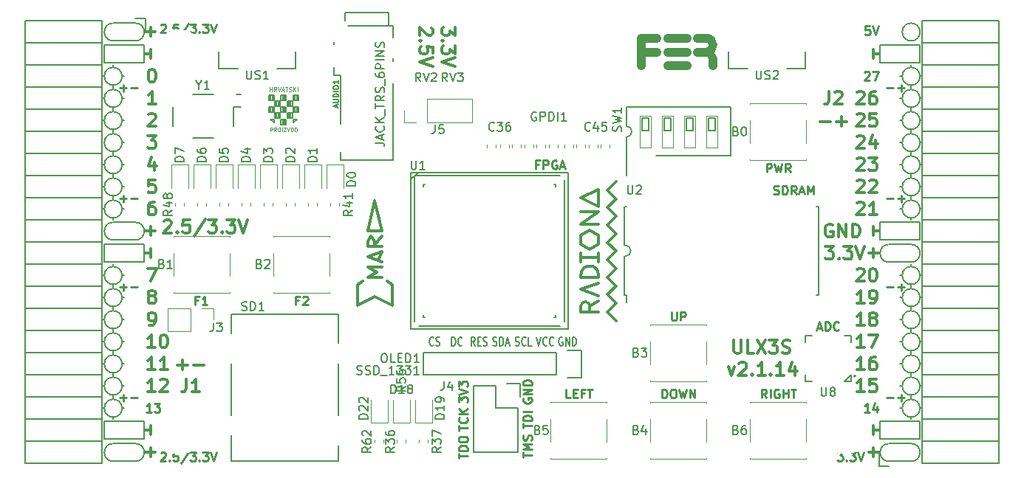
<source format=gto>
G04 #@! TF.GenerationSoftware,KiCad,Pcbnew,5.0.0+dfsg1-2*
G04 #@! TF.CreationDate,2018-09-16T23:24:56+02:00*
G04 #@! TF.ProjectId,ulx3s,756C7833732E6B696361645F70636200,rev?*
G04 #@! TF.SameCoordinates,Original*
G04 #@! TF.FileFunction,Legend,Top*
G04 #@! TF.FilePolarity,Positive*
%FSLAX46Y46*%
G04 Gerber Fmt 4.6, Leading zero omitted, Abs format (unit mm)*
G04 Created by KiCad (PCBNEW 5.0.0+dfsg1-2) date Sun Sep 16 23:24:56 2018*
%MOMM*%
%LPD*%
G01*
G04 APERTURE LIST*
%ADD10C,0.250000*%
%ADD11C,0.300000*%
%ADD12C,0.200000*%
%ADD13C,0.150000*%
%ADD14C,0.120000*%
%ADD15C,1.000000*%
%ADD16C,0.152400*%
%ADD17C,0.075000*%
%ADD18C,0.500000*%
%ADD19O,0.227000X0.608000*%
%ADD20O,0.608000X0.227000*%
%ADD21R,1.725000X1.725000*%
%ADD22O,0.400000X1.050000*%
%ADD23O,1.050000X0.400000*%
%ADD24R,1.050000X0.400000*%
%ADD25C,0.100000*%
%ADD26C,0.975000*%
%ADD27C,1.075000*%
%ADD28O,0.660000X1.200000*%
%ADD29R,0.660000X1.200000*%
%ADD30R,1.220000X2.540000*%
%ADD31R,1.900000X2.000000*%
%ADD32R,0.500000X1.450000*%
%ADD33R,2.000000X2.000000*%
%ADD34R,2.200000X1.700000*%
%ADD35R,2.900000X2.100000*%
%ADD36R,2.900000X2.300000*%
%ADD37R,2.900000X2.900000*%
%ADD38C,1.800000*%
%ADD39R,0.400000X2.000000*%
%ADD40C,2.100000*%
%ADD41R,0.800000X1.600000*%
%ADD42R,1.550000X1.000000*%
%ADD43R,1.550000X2.100000*%
%ADD44R,2.300000X1.900000*%
%ADD45R,1.827200X2.132000*%
%ADD46O,1.827200X2.132000*%
%ADD47O,1.827200X1.827200*%
%ADD48R,1.827200X1.827200*%
%ADD49C,5.600000*%
%ADD50R,1.800000X1.800000*%
%ADD51O,1.800000X1.800000*%
%ADD52R,1.395000X1.500000*%
%ADD53R,1.650000X1.400000*%
G04 APERTURE END LIST*
D10*
X116641666Y-93497571D02*
X116308333Y-93497571D01*
X116308333Y-94021380D02*
X116308333Y-93021380D01*
X116784523Y-93021380D01*
X117117857Y-93116619D02*
X117165476Y-93069000D01*
X117260714Y-93021380D01*
X117498809Y-93021380D01*
X117594047Y-93069000D01*
X117641666Y-93116619D01*
X117689285Y-93211857D01*
X117689285Y-93307095D01*
X117641666Y-93449952D01*
X117070238Y-94021380D01*
X117689285Y-94021380D01*
X105084666Y-93497571D02*
X104751333Y-93497571D01*
X104751333Y-94021380D02*
X104751333Y-93021380D01*
X105227523Y-93021380D01*
X106132285Y-94021380D02*
X105560857Y-94021380D01*
X105846571Y-94021380D02*
X105846571Y-93021380D01*
X105751333Y-93164238D01*
X105656095Y-93259476D01*
X105560857Y-93307095D01*
X170236666Y-104689380D02*
X169903333Y-104213190D01*
X169665238Y-104689380D02*
X169665238Y-103689380D01*
X170046190Y-103689380D01*
X170141428Y-103737000D01*
X170189047Y-103784619D01*
X170236666Y-103879857D01*
X170236666Y-104022714D01*
X170189047Y-104117952D01*
X170141428Y-104165571D01*
X170046190Y-104213190D01*
X169665238Y-104213190D01*
X170665238Y-104689380D02*
X170665238Y-103689380D01*
X171665238Y-103737000D02*
X171570000Y-103689380D01*
X171427142Y-103689380D01*
X171284285Y-103737000D01*
X171189047Y-103832238D01*
X171141428Y-103927476D01*
X171093809Y-104117952D01*
X171093809Y-104260809D01*
X171141428Y-104451285D01*
X171189047Y-104546523D01*
X171284285Y-104641761D01*
X171427142Y-104689380D01*
X171522380Y-104689380D01*
X171665238Y-104641761D01*
X171712857Y-104594142D01*
X171712857Y-104260809D01*
X171522380Y-104260809D01*
X172141428Y-104689380D02*
X172141428Y-103689380D01*
X172141428Y-104165571D02*
X172712857Y-104165571D01*
X172712857Y-104689380D02*
X172712857Y-103689380D01*
X173046190Y-103689380D02*
X173617619Y-103689380D01*
X173331904Y-104689380D02*
X173331904Y-103689380D01*
X159354285Y-94799380D02*
X159354285Y-95608904D01*
X159401904Y-95704142D01*
X159449523Y-95751761D01*
X159544761Y-95799380D01*
X159735238Y-95799380D01*
X159830476Y-95751761D01*
X159878095Y-95704142D01*
X159925714Y-95608904D01*
X159925714Y-94799380D01*
X160401904Y-95799380D02*
X160401904Y-94799380D01*
X160782857Y-94799380D01*
X160878095Y-94847000D01*
X160925714Y-94894619D01*
X160973333Y-94989857D01*
X160973333Y-95132714D01*
X160925714Y-95227952D01*
X160878095Y-95275571D01*
X160782857Y-95323190D01*
X160401904Y-95323190D01*
X158259047Y-104689380D02*
X158259047Y-103689380D01*
X158497142Y-103689380D01*
X158640000Y-103737000D01*
X158735238Y-103832238D01*
X158782857Y-103927476D01*
X158830476Y-104117952D01*
X158830476Y-104260809D01*
X158782857Y-104451285D01*
X158735238Y-104546523D01*
X158640000Y-104641761D01*
X158497142Y-104689380D01*
X158259047Y-104689380D01*
X159449523Y-103689380D02*
X159640000Y-103689380D01*
X159735238Y-103737000D01*
X159830476Y-103832238D01*
X159878095Y-104022714D01*
X159878095Y-104356047D01*
X159830476Y-104546523D01*
X159735238Y-104641761D01*
X159640000Y-104689380D01*
X159449523Y-104689380D01*
X159354285Y-104641761D01*
X159259047Y-104546523D01*
X159211428Y-104356047D01*
X159211428Y-104022714D01*
X159259047Y-103832238D01*
X159354285Y-103737000D01*
X159449523Y-103689380D01*
X160211428Y-103689380D02*
X160449523Y-104689380D01*
X160640000Y-103975095D01*
X160830476Y-104689380D01*
X161068571Y-103689380D01*
X161449523Y-104689380D02*
X161449523Y-103689380D01*
X162020952Y-104689380D01*
X162020952Y-103689380D01*
X147757619Y-104689380D02*
X147281428Y-104689380D01*
X147281428Y-103689380D01*
X148090952Y-104165571D02*
X148424285Y-104165571D01*
X148567142Y-104689380D02*
X148090952Y-104689380D01*
X148090952Y-103689380D01*
X148567142Y-103689380D01*
X149329047Y-104165571D02*
X148995714Y-104165571D01*
X148995714Y-104689380D02*
X148995714Y-103689380D01*
X149471904Y-103689380D01*
X149710000Y-103689380D02*
X150281428Y-103689380D01*
X149995714Y-104689380D02*
X149995714Y-103689380D01*
X170251666Y-78781380D02*
X170251666Y-77781380D01*
X170632619Y-77781380D01*
X170727857Y-77829000D01*
X170775476Y-77876619D01*
X170823095Y-77971857D01*
X170823095Y-78114714D01*
X170775476Y-78209952D01*
X170727857Y-78257571D01*
X170632619Y-78305190D01*
X170251666Y-78305190D01*
X171156428Y-77781380D02*
X171394523Y-78781380D01*
X171585000Y-78067095D01*
X171775476Y-78781380D01*
X172013571Y-77781380D01*
X172965952Y-78781380D02*
X172632619Y-78305190D01*
X172394523Y-78781380D02*
X172394523Y-77781380D01*
X172775476Y-77781380D01*
X172870714Y-77829000D01*
X172918333Y-77876619D01*
X172965952Y-77971857D01*
X172965952Y-78114714D01*
X172918333Y-78209952D01*
X172870714Y-78257571D01*
X172775476Y-78305190D01*
X172394523Y-78305190D01*
D11*
X134560428Y-62144714D02*
X134560428Y-63073285D01*
X133989000Y-62573285D01*
X133989000Y-62787571D01*
X133917571Y-62930428D01*
X133846142Y-63001857D01*
X133703285Y-63073285D01*
X133346142Y-63073285D01*
X133203285Y-63001857D01*
X133131857Y-62930428D01*
X133060428Y-62787571D01*
X133060428Y-62359000D01*
X133131857Y-62216142D01*
X133203285Y-62144714D01*
X133203285Y-63716142D02*
X133131857Y-63787571D01*
X133060428Y-63716142D01*
X133131857Y-63644714D01*
X133203285Y-63716142D01*
X133060428Y-63716142D01*
X134560428Y-64287571D02*
X134560428Y-65216142D01*
X133989000Y-64716142D01*
X133989000Y-64930428D01*
X133917571Y-65073285D01*
X133846142Y-65144714D01*
X133703285Y-65216142D01*
X133346142Y-65216142D01*
X133203285Y-65144714D01*
X133131857Y-65073285D01*
X133060428Y-64930428D01*
X133060428Y-64501857D01*
X133131857Y-64359000D01*
X133203285Y-64287571D01*
X134560428Y-65644714D02*
X133060428Y-66144714D01*
X134560428Y-66644714D01*
X131877571Y-62216142D02*
X131949000Y-62287571D01*
X132020428Y-62430428D01*
X132020428Y-62787571D01*
X131949000Y-62930428D01*
X131877571Y-63001857D01*
X131734714Y-63073285D01*
X131591857Y-63073285D01*
X131377571Y-63001857D01*
X130520428Y-62144714D01*
X130520428Y-63073285D01*
X130663285Y-63716142D02*
X130591857Y-63787571D01*
X130520428Y-63716142D01*
X130591857Y-63644714D01*
X130663285Y-63716142D01*
X130520428Y-63716142D01*
X132020428Y-65144714D02*
X132020428Y-64430428D01*
X131306142Y-64359000D01*
X131377571Y-64430428D01*
X131449000Y-64573285D01*
X131449000Y-64930428D01*
X131377571Y-65073285D01*
X131306142Y-65144714D01*
X131163285Y-65216142D01*
X130806142Y-65216142D01*
X130663285Y-65144714D01*
X130591857Y-65073285D01*
X130520428Y-64930428D01*
X130520428Y-64573285D01*
X130591857Y-64430428D01*
X130663285Y-64359000D01*
X132020428Y-65644714D02*
X130520428Y-66144714D01*
X132020428Y-66644714D01*
X102760000Y-100897142D02*
X103902857Y-100897142D01*
X103331428Y-101468571D02*
X103331428Y-100325714D01*
X104617142Y-100897142D02*
X105760000Y-100897142D01*
X165878428Y-101121571D02*
X166235571Y-102121571D01*
X166592714Y-101121571D01*
X167092714Y-100764428D02*
X167164142Y-100693000D01*
X167307000Y-100621571D01*
X167664142Y-100621571D01*
X167807000Y-100693000D01*
X167878428Y-100764428D01*
X167949857Y-100907285D01*
X167949857Y-101050142D01*
X167878428Y-101264428D01*
X167021285Y-102121571D01*
X167949857Y-102121571D01*
X168592714Y-101978714D02*
X168664142Y-102050142D01*
X168592714Y-102121571D01*
X168521285Y-102050142D01*
X168592714Y-101978714D01*
X168592714Y-102121571D01*
X170092714Y-102121571D02*
X169235571Y-102121571D01*
X169664142Y-102121571D02*
X169664142Y-100621571D01*
X169521285Y-100835857D01*
X169378428Y-100978714D01*
X169235571Y-101050142D01*
X170735571Y-101978714D02*
X170807000Y-102050142D01*
X170735571Y-102121571D01*
X170664142Y-102050142D01*
X170735571Y-101978714D01*
X170735571Y-102121571D01*
X172235571Y-102121571D02*
X171378428Y-102121571D01*
X171807000Y-102121571D02*
X171807000Y-100621571D01*
X171664142Y-100835857D01*
X171521285Y-100978714D01*
X171378428Y-101050142D01*
X173521285Y-101121571D02*
X173521285Y-102121571D01*
X173164142Y-100550142D02*
X172807000Y-101621571D01*
X173735571Y-101621571D01*
X182492000Y-87582000D02*
X182492000Y-88598000D01*
X181984000Y-88090000D02*
X183254000Y-88090000D01*
X182492000Y-110442000D02*
X182492000Y-111458000D01*
X183254000Y-110950000D02*
X181984000Y-110950000D01*
X99688000Y-110442000D02*
X99688000Y-111458000D01*
X98926000Y-110950000D02*
X100196000Y-110950000D01*
X99688000Y-62182000D02*
X99688000Y-63198000D01*
X98926000Y-62690000D02*
X100196000Y-62690000D01*
X99688000Y-85042000D02*
X99688000Y-86058000D01*
X98926000Y-85550000D02*
X100196000Y-85550000D01*
D12*
X97910000Y-63706000D02*
G75*
G03X97910000Y-61674000I0J1016000D01*
G01*
X184270000Y-109934000D02*
G75*
G03X184270000Y-111966000I0J-1016000D01*
G01*
X95370000Y-111966000D02*
X97910000Y-111966000D01*
X95370000Y-109934000D02*
X97910000Y-109934000D01*
X97910000Y-111966000D02*
G75*
G03X97910000Y-109934000I0J1016000D01*
G01*
X95370000Y-109934000D02*
G75*
G03X95370000Y-111966000I0J-1016000D01*
G01*
X95370000Y-61674000D02*
X97910000Y-61674000D01*
X95370000Y-63706000D02*
X97910000Y-63706000D01*
X95370000Y-61674000D02*
G75*
G03X95370000Y-63706000I0J-1016000D01*
G01*
X95370000Y-84534000D02*
X97910000Y-84534000D01*
X95370000Y-86566000D02*
X97910000Y-86566000D01*
X95370000Y-84534000D02*
G75*
G03X95370000Y-86566000I0J-1016000D01*
G01*
X97910000Y-86566000D02*
G75*
G03X97910000Y-84534000I0J1016000D01*
G01*
X187826000Y-62690000D02*
G75*
G03X187826000Y-62690000I-1016000J0D01*
G01*
X184270000Y-89106000D02*
X186810000Y-89106000D01*
X184270000Y-87074000D02*
X186810000Y-87074000D01*
X184270000Y-87074000D02*
G75*
G03X184270000Y-89106000I0J-1016000D01*
G01*
X186810000Y-89106000D02*
G75*
G03X186810000Y-87074000I0J1016000D01*
G01*
X186810000Y-111966000D02*
X184270000Y-111966000D01*
X186810000Y-109934000D02*
X184270000Y-109934000D01*
X186810000Y-111966000D02*
G75*
G03X186810000Y-109934000I0J1016000D01*
G01*
X94354000Y-66246000D02*
X94354000Y-64214000D01*
X98926000Y-66246000D02*
X94354000Y-66246000D01*
X98926000Y-64214000D02*
X98926000Y-66246000D01*
X94354000Y-64214000D02*
X98926000Y-64214000D01*
X94354000Y-87074000D02*
X98926000Y-87074000D01*
X94354000Y-89106000D02*
X94354000Y-87074000D01*
X98926000Y-89106000D02*
X94354000Y-89106000D01*
X98926000Y-87074000D02*
X98926000Y-89106000D01*
X94354000Y-109426000D02*
X98926000Y-109426000D01*
X94354000Y-107394000D02*
X94354000Y-109426000D01*
X98926000Y-107394000D02*
X94354000Y-107394000D01*
X98926000Y-109426000D02*
X98926000Y-107394000D01*
X183254000Y-109426000D02*
X187826000Y-109426000D01*
X183254000Y-107394000D02*
X183254000Y-109426000D01*
X187826000Y-107394000D02*
X187826000Y-109426000D01*
X183254000Y-107394000D02*
X187826000Y-107394000D01*
X183254000Y-66246000D02*
X187826000Y-66246000D01*
X183254000Y-64214000D02*
X183254000Y-66246000D01*
X187826000Y-64214000D02*
X183254000Y-64214000D01*
X187826000Y-66246000D02*
X187826000Y-64214000D01*
X183254000Y-84534000D02*
X187826000Y-84534000D01*
X183254000Y-86566000D02*
X183254000Y-84534000D01*
X187826000Y-86566000D02*
X183254000Y-86566000D01*
X187826000Y-84534000D02*
X187826000Y-86566000D01*
D10*
X96148000Y-69111428D02*
X96909904Y-69111428D01*
X96528952Y-69492380D02*
X96528952Y-68730476D01*
X97386095Y-69111428D02*
X98148000Y-69111428D01*
X96148000Y-81811428D02*
X96909904Y-81811428D01*
X96528952Y-82192380D02*
X96528952Y-81430476D01*
X97386095Y-81811428D02*
X98148000Y-81811428D01*
X96148000Y-91971428D02*
X96909904Y-91971428D01*
X96528952Y-92352380D02*
X96528952Y-91590476D01*
X97386095Y-91971428D02*
X98148000Y-91971428D01*
X96148000Y-104671428D02*
X96909904Y-104671428D01*
X96528952Y-105052380D02*
X96528952Y-104290476D01*
X97386095Y-104671428D02*
X98148000Y-104671428D01*
X184032000Y-104671428D02*
X184793904Y-104671428D01*
X185270095Y-104671428D02*
X186032000Y-104671428D01*
X185651047Y-105052380D02*
X185651047Y-104290476D01*
X184032000Y-91971428D02*
X184793904Y-91971428D01*
X185270095Y-91971428D02*
X186032000Y-91971428D01*
X185651047Y-92352380D02*
X185651047Y-91590476D01*
X184032000Y-81811428D02*
X184793904Y-81811428D01*
X185270095Y-81811428D02*
X186032000Y-81811428D01*
X185651047Y-82192380D02*
X185651047Y-81430476D01*
X184032000Y-69111428D02*
X184793904Y-69111428D01*
X185270095Y-69111428D02*
X186032000Y-69111428D01*
X185651047Y-69492380D02*
X185651047Y-68730476D01*
D11*
X176420000Y-72957142D02*
X177562857Y-72957142D01*
X178277142Y-72957142D02*
X179420000Y-72957142D01*
X178848571Y-73528571D02*
X178848571Y-72385714D01*
D12*
X187826000Y-67770000D02*
G75*
G03X187826000Y-67770000I-1016000J0D01*
G01*
X187826000Y-70310000D02*
G75*
G03X187826000Y-70310000I-1016000J0D01*
G01*
X187826000Y-72850000D02*
G75*
G03X187826000Y-72850000I-1016000J0D01*
G01*
X187826000Y-75390000D02*
G75*
G03X187826000Y-75390000I-1016000J0D01*
G01*
X187826000Y-77930000D02*
G75*
G03X187826000Y-77930000I-1016000J0D01*
G01*
X187826000Y-80470000D02*
G75*
G03X187826000Y-80470000I-1016000J0D01*
G01*
X187826000Y-83010000D02*
G75*
G03X187826000Y-83010000I-1016000J0D01*
G01*
X187826000Y-90630000D02*
G75*
G03X187826000Y-90630000I-1016000J0D01*
G01*
X187826000Y-93170000D02*
G75*
G03X187826000Y-93170000I-1016000J0D01*
G01*
X187826000Y-95710000D02*
G75*
G03X187826000Y-95710000I-1016000J0D01*
G01*
X187826000Y-98250000D02*
G75*
G03X187826000Y-98250000I-1016000J0D01*
G01*
X187826000Y-100790000D02*
G75*
G03X187826000Y-100790000I-1016000J0D01*
G01*
X187826000Y-103330000D02*
G75*
G03X187826000Y-103330000I-1016000J0D01*
G01*
X187826000Y-105870000D02*
G75*
G03X187826000Y-105870000I-1016000J0D01*
G01*
X96386000Y-105870000D02*
G75*
G03X96386000Y-105870000I-1016000J0D01*
G01*
X96386000Y-103330000D02*
G75*
G03X96386000Y-103330000I-1016000J0D01*
G01*
X96386000Y-100790000D02*
G75*
G03X96386000Y-100790000I-1016000J0D01*
G01*
X96386000Y-98250000D02*
G75*
G03X96386000Y-98250000I-1016000J0D01*
G01*
X96386000Y-95710000D02*
G75*
G03X96386000Y-95710000I-1016000J0D01*
G01*
X96386000Y-93170000D02*
G75*
G03X96386000Y-93170000I-1016000J0D01*
G01*
X96386000Y-90630000D02*
G75*
G03X96386000Y-90630000I-1016000J0D01*
G01*
X96386000Y-83010000D02*
G75*
G03X96386000Y-83010000I-1016000J0D01*
G01*
X96386000Y-80470000D02*
G75*
G03X96386000Y-80470000I-1016000J0D01*
G01*
X96386000Y-77930000D02*
G75*
G03X96386000Y-77930000I-1016000J0D01*
G01*
X96386000Y-75390000D02*
G75*
G03X96386000Y-75390000I-1016000J0D01*
G01*
X96386000Y-72850000D02*
G75*
G03X96386000Y-72850000I-1016000J0D01*
G01*
X96386000Y-70310000D02*
G75*
G03X96386000Y-70310000I-1016000J0D01*
G01*
X96386000Y-67770000D02*
G75*
G03X96386000Y-67770000I-1016000J0D01*
G01*
D11*
X177793142Y-84800000D02*
X177650285Y-84728571D01*
X177436000Y-84728571D01*
X177221714Y-84800000D01*
X177078857Y-84942857D01*
X177007428Y-85085714D01*
X176936000Y-85371428D01*
X176936000Y-85585714D01*
X177007428Y-85871428D01*
X177078857Y-86014285D01*
X177221714Y-86157142D01*
X177436000Y-86228571D01*
X177578857Y-86228571D01*
X177793142Y-86157142D01*
X177864571Y-86085714D01*
X177864571Y-85585714D01*
X177578857Y-85585714D01*
X178507428Y-86228571D02*
X178507428Y-84728571D01*
X179364571Y-86228571D01*
X179364571Y-84728571D01*
X180078857Y-86228571D02*
X180078857Y-84728571D01*
X180436000Y-84728571D01*
X180650285Y-84800000D01*
X180793142Y-84942857D01*
X180864571Y-85085714D01*
X180936000Y-85371428D01*
X180936000Y-85585714D01*
X180864571Y-85871428D01*
X180793142Y-86014285D01*
X180650285Y-86157142D01*
X180436000Y-86228571D01*
X180078857Y-86228571D01*
X182492000Y-86058000D02*
X182492000Y-85042000D01*
X183254000Y-85550000D02*
X182492000Y-85550000D01*
X182492000Y-107902000D02*
X182492000Y-108918000D01*
X182492000Y-108410000D02*
X183254000Y-108410000D01*
D10*
X182047523Y-106322380D02*
X181476095Y-106322380D01*
X181761809Y-106322380D02*
X181761809Y-105322380D01*
X181666571Y-105465238D01*
X181571333Y-105560476D01*
X181476095Y-105608095D01*
X182904666Y-105655714D02*
X182904666Y-106322380D01*
X182666571Y-105274761D02*
X182428476Y-105989047D01*
X183047523Y-105989047D01*
X181476095Y-67317619D02*
X181523714Y-67270000D01*
X181618952Y-67222380D01*
X181857047Y-67222380D01*
X181952285Y-67270000D01*
X181999904Y-67317619D01*
X182047523Y-67412857D01*
X182047523Y-67508095D01*
X181999904Y-67650952D01*
X181428476Y-68222380D01*
X182047523Y-68222380D01*
X182380857Y-67222380D02*
X183047523Y-67222380D01*
X182618952Y-68222380D01*
D11*
X182492000Y-64722000D02*
X182492000Y-65738000D01*
X182492000Y-65230000D02*
X183254000Y-65230000D01*
X99688000Y-107902000D02*
X99688000Y-108918000D01*
X98926000Y-108410000D02*
X99688000Y-108410000D01*
X99315000Y-74568571D02*
X100243571Y-74568571D01*
X99743571Y-75140000D01*
X99957857Y-75140000D01*
X100100714Y-75211428D01*
X100172142Y-75282857D01*
X100243571Y-75425714D01*
X100243571Y-75782857D01*
X100172142Y-75925714D01*
X100100714Y-75997142D01*
X99957857Y-76068571D01*
X99529285Y-76068571D01*
X99386428Y-75997142D01*
X99315000Y-75925714D01*
X100100714Y-77608571D02*
X100100714Y-78608571D01*
X99743571Y-77037142D02*
X99386428Y-78108571D01*
X100315000Y-78108571D01*
X100172142Y-79648571D02*
X99457857Y-79648571D01*
X99386428Y-80362857D01*
X99457857Y-80291428D01*
X99600714Y-80220000D01*
X99957857Y-80220000D01*
X100100714Y-80291428D01*
X100172142Y-80362857D01*
X100243571Y-80505714D01*
X100243571Y-80862857D01*
X100172142Y-81005714D01*
X100100714Y-81077142D01*
X99957857Y-81148571D01*
X99600714Y-81148571D01*
X99457857Y-81077142D01*
X99386428Y-81005714D01*
D10*
X99751523Y-106322380D02*
X99180095Y-106322380D01*
X99465809Y-106322380D02*
X99465809Y-105322380D01*
X99370571Y-105465238D01*
X99275333Y-105560476D01*
X99180095Y-105608095D01*
X100084857Y-105322380D02*
X100703904Y-105322380D01*
X100370571Y-105703333D01*
X100513428Y-105703333D01*
X100608666Y-105750952D01*
X100656285Y-105798571D01*
X100703904Y-105893809D01*
X100703904Y-106131904D01*
X100656285Y-106227142D01*
X100608666Y-106274761D01*
X100513428Y-106322380D01*
X100227714Y-106322380D01*
X100132476Y-106274761D01*
X100084857Y-106227142D01*
D11*
X99315000Y-89808571D02*
X100315000Y-89808571D01*
X99672142Y-91308571D01*
X99688000Y-87582000D02*
X99688000Y-88598000D01*
X98926000Y-88090000D02*
X99688000Y-88090000D01*
X99688000Y-64722000D02*
X99688000Y-65738000D01*
X98926000Y-65230000D02*
X99688000Y-65230000D01*
D10*
X100817976Y-61874619D02*
X100865595Y-61827000D01*
X100960833Y-61779380D01*
X101198928Y-61779380D01*
X101294166Y-61827000D01*
X101341785Y-61874619D01*
X101389404Y-61969857D01*
X101389404Y-62065095D01*
X101341785Y-62207952D01*
X100770357Y-62779380D01*
X101389404Y-62779380D01*
X101817976Y-62684142D02*
X101865595Y-62731761D01*
X101817976Y-62779380D01*
X101770357Y-62731761D01*
X101817976Y-62684142D01*
X101817976Y-62779380D01*
X102770357Y-61779380D02*
X102294166Y-61779380D01*
X102246547Y-62255571D01*
X102294166Y-62207952D01*
X102389404Y-62160333D01*
X102627500Y-62160333D01*
X102722738Y-62207952D01*
X102770357Y-62255571D01*
X102817976Y-62350809D01*
X102817976Y-62588904D01*
X102770357Y-62684142D01*
X102722738Y-62731761D01*
X102627500Y-62779380D01*
X102389404Y-62779380D01*
X102294166Y-62731761D01*
X102246547Y-62684142D01*
X103960833Y-61731761D02*
X103103690Y-63017476D01*
X104198928Y-61779380D02*
X104817976Y-61779380D01*
X104484642Y-62160333D01*
X104627500Y-62160333D01*
X104722738Y-62207952D01*
X104770357Y-62255571D01*
X104817976Y-62350809D01*
X104817976Y-62588904D01*
X104770357Y-62684142D01*
X104722738Y-62731761D01*
X104627500Y-62779380D01*
X104341785Y-62779380D01*
X104246547Y-62731761D01*
X104198928Y-62684142D01*
X105246547Y-62684142D02*
X105294166Y-62731761D01*
X105246547Y-62779380D01*
X105198928Y-62731761D01*
X105246547Y-62684142D01*
X105246547Y-62779380D01*
X105627500Y-61779380D02*
X106246547Y-61779380D01*
X105913214Y-62160333D01*
X106056071Y-62160333D01*
X106151309Y-62207952D01*
X106198928Y-62255571D01*
X106246547Y-62350809D01*
X106246547Y-62588904D01*
X106198928Y-62684142D01*
X106151309Y-62731761D01*
X106056071Y-62779380D01*
X105770357Y-62779380D01*
X105675119Y-62731761D01*
X105627500Y-62684142D01*
X106532261Y-61779380D02*
X106865595Y-62779380D01*
X107198928Y-61779380D01*
X178360261Y-110910380D02*
X178979309Y-110910380D01*
X178645976Y-111291333D01*
X178788833Y-111291333D01*
X178884071Y-111338952D01*
X178931690Y-111386571D01*
X178979309Y-111481809D01*
X178979309Y-111719904D01*
X178931690Y-111815142D01*
X178884071Y-111862761D01*
X178788833Y-111910380D01*
X178503119Y-111910380D01*
X178407880Y-111862761D01*
X178360261Y-111815142D01*
X179407880Y-111815142D02*
X179455500Y-111862761D01*
X179407880Y-111910380D01*
X179360261Y-111862761D01*
X179407880Y-111815142D01*
X179407880Y-111910380D01*
X179788833Y-110910380D02*
X180407880Y-110910380D01*
X180074547Y-111291333D01*
X180217404Y-111291333D01*
X180312642Y-111338952D01*
X180360261Y-111386571D01*
X180407880Y-111481809D01*
X180407880Y-111719904D01*
X180360261Y-111815142D01*
X180312642Y-111862761D01*
X180217404Y-111910380D01*
X179931690Y-111910380D01*
X179836452Y-111862761D01*
X179788833Y-111815142D01*
X180693595Y-110910380D02*
X181026928Y-111910380D01*
X181360261Y-110910380D01*
D11*
X101199714Y-84381428D02*
X101271142Y-84310000D01*
X101414000Y-84238571D01*
X101771142Y-84238571D01*
X101914000Y-84310000D01*
X101985428Y-84381428D01*
X102056857Y-84524285D01*
X102056857Y-84667142D01*
X101985428Y-84881428D01*
X101128285Y-85738571D01*
X102056857Y-85738571D01*
X102699714Y-85595714D02*
X102771142Y-85667142D01*
X102699714Y-85738571D01*
X102628285Y-85667142D01*
X102699714Y-85595714D01*
X102699714Y-85738571D01*
X104128285Y-84238571D02*
X103414000Y-84238571D01*
X103342571Y-84952857D01*
X103414000Y-84881428D01*
X103556857Y-84810000D01*
X103914000Y-84810000D01*
X104056857Y-84881428D01*
X104128285Y-84952857D01*
X104199714Y-85095714D01*
X104199714Y-85452857D01*
X104128285Y-85595714D01*
X104056857Y-85667142D01*
X103914000Y-85738571D01*
X103556857Y-85738571D01*
X103414000Y-85667142D01*
X103342571Y-85595714D01*
X105914000Y-84167142D02*
X104628285Y-86095714D01*
X106271142Y-84238571D02*
X107199714Y-84238571D01*
X106699714Y-84810000D01*
X106914000Y-84810000D01*
X107056857Y-84881428D01*
X107128285Y-84952857D01*
X107199714Y-85095714D01*
X107199714Y-85452857D01*
X107128285Y-85595714D01*
X107056857Y-85667142D01*
X106914000Y-85738571D01*
X106485428Y-85738571D01*
X106342571Y-85667142D01*
X106271142Y-85595714D01*
X107842571Y-85595714D02*
X107914000Y-85667142D01*
X107842571Y-85738571D01*
X107771142Y-85667142D01*
X107842571Y-85595714D01*
X107842571Y-85738571D01*
X108414000Y-84238571D02*
X109342571Y-84238571D01*
X108842571Y-84810000D01*
X109056857Y-84810000D01*
X109199714Y-84881428D01*
X109271142Y-84952857D01*
X109342571Y-85095714D01*
X109342571Y-85452857D01*
X109271142Y-85595714D01*
X109199714Y-85667142D01*
X109056857Y-85738571D01*
X108628285Y-85738571D01*
X108485428Y-85667142D01*
X108414000Y-85595714D01*
X109771142Y-84238571D02*
X110271142Y-85738571D01*
X110771142Y-84238571D01*
D10*
X100817976Y-111023619D02*
X100865595Y-110976000D01*
X100960833Y-110928380D01*
X101198928Y-110928380D01*
X101294166Y-110976000D01*
X101341785Y-111023619D01*
X101389404Y-111118857D01*
X101389404Y-111214095D01*
X101341785Y-111356952D01*
X100770357Y-111928380D01*
X101389404Y-111928380D01*
X101817976Y-111833142D02*
X101865595Y-111880761D01*
X101817976Y-111928380D01*
X101770357Y-111880761D01*
X101817976Y-111833142D01*
X101817976Y-111928380D01*
X102770357Y-110928380D02*
X102294166Y-110928380D01*
X102246547Y-111404571D01*
X102294166Y-111356952D01*
X102389404Y-111309333D01*
X102627500Y-111309333D01*
X102722738Y-111356952D01*
X102770357Y-111404571D01*
X102817976Y-111499809D01*
X102817976Y-111737904D01*
X102770357Y-111833142D01*
X102722738Y-111880761D01*
X102627500Y-111928380D01*
X102389404Y-111928380D01*
X102294166Y-111880761D01*
X102246547Y-111833142D01*
X103960833Y-110880761D02*
X103103690Y-112166476D01*
X104198928Y-110928380D02*
X104817976Y-110928380D01*
X104484642Y-111309333D01*
X104627500Y-111309333D01*
X104722738Y-111356952D01*
X104770357Y-111404571D01*
X104817976Y-111499809D01*
X104817976Y-111737904D01*
X104770357Y-111833142D01*
X104722738Y-111880761D01*
X104627500Y-111928380D01*
X104341785Y-111928380D01*
X104246547Y-111880761D01*
X104198928Y-111833142D01*
X105246547Y-111833142D02*
X105294166Y-111880761D01*
X105246547Y-111928380D01*
X105198928Y-111880761D01*
X105246547Y-111833142D01*
X105246547Y-111928380D01*
X105627500Y-110928380D02*
X106246547Y-110928380D01*
X105913214Y-111309333D01*
X106056071Y-111309333D01*
X106151309Y-111356952D01*
X106198928Y-111404571D01*
X106246547Y-111499809D01*
X106246547Y-111737904D01*
X106198928Y-111833142D01*
X106151309Y-111880761D01*
X106056071Y-111928380D01*
X105770357Y-111928380D01*
X105675119Y-111880761D01*
X105627500Y-111833142D01*
X106532261Y-110928380D02*
X106865595Y-111928380D01*
X107198928Y-110928380D01*
X182047523Y-62015380D02*
X181571333Y-62015380D01*
X181523714Y-62491571D01*
X181571333Y-62443952D01*
X181666571Y-62396333D01*
X181904666Y-62396333D01*
X181999904Y-62443952D01*
X182047523Y-62491571D01*
X182095142Y-62586809D01*
X182095142Y-62824904D01*
X182047523Y-62920142D01*
X181999904Y-62967761D01*
X181904666Y-63015380D01*
X181666571Y-63015380D01*
X181571333Y-62967761D01*
X181523714Y-62920142D01*
X182380857Y-62015380D02*
X182714190Y-63015380D01*
X183047523Y-62015380D01*
D11*
X180587142Y-69631428D02*
X180658571Y-69560000D01*
X180801428Y-69488571D01*
X181158571Y-69488571D01*
X181301428Y-69560000D01*
X181372857Y-69631428D01*
X181444285Y-69774285D01*
X181444285Y-69917142D01*
X181372857Y-70131428D01*
X180515714Y-70988571D01*
X181444285Y-70988571D01*
X182730000Y-69488571D02*
X182444285Y-69488571D01*
X182301428Y-69560000D01*
X182230000Y-69631428D01*
X182087142Y-69845714D01*
X182015714Y-70131428D01*
X182015714Y-70702857D01*
X182087142Y-70845714D01*
X182158571Y-70917142D01*
X182301428Y-70988571D01*
X182587142Y-70988571D01*
X182730000Y-70917142D01*
X182801428Y-70845714D01*
X182872857Y-70702857D01*
X182872857Y-70345714D01*
X182801428Y-70202857D01*
X182730000Y-70131428D01*
X182587142Y-70060000D01*
X182301428Y-70060000D01*
X182158571Y-70131428D01*
X182087142Y-70202857D01*
X182015714Y-70345714D01*
X180587142Y-72171428D02*
X180658571Y-72100000D01*
X180801428Y-72028571D01*
X181158571Y-72028571D01*
X181301428Y-72100000D01*
X181372857Y-72171428D01*
X181444285Y-72314285D01*
X181444285Y-72457142D01*
X181372857Y-72671428D01*
X180515714Y-73528571D01*
X181444285Y-73528571D01*
X182801428Y-72028571D02*
X182087142Y-72028571D01*
X182015714Y-72742857D01*
X182087142Y-72671428D01*
X182230000Y-72600000D01*
X182587142Y-72600000D01*
X182730000Y-72671428D01*
X182801428Y-72742857D01*
X182872857Y-72885714D01*
X182872857Y-73242857D01*
X182801428Y-73385714D01*
X182730000Y-73457142D01*
X182587142Y-73528571D01*
X182230000Y-73528571D01*
X182087142Y-73457142D01*
X182015714Y-73385714D01*
X180587142Y-74711428D02*
X180658571Y-74640000D01*
X180801428Y-74568571D01*
X181158571Y-74568571D01*
X181301428Y-74640000D01*
X181372857Y-74711428D01*
X181444285Y-74854285D01*
X181444285Y-74997142D01*
X181372857Y-75211428D01*
X180515714Y-76068571D01*
X181444285Y-76068571D01*
X182730000Y-75068571D02*
X182730000Y-76068571D01*
X182372857Y-74497142D02*
X182015714Y-75568571D01*
X182944285Y-75568571D01*
X180587142Y-77251428D02*
X180658571Y-77180000D01*
X180801428Y-77108571D01*
X181158571Y-77108571D01*
X181301428Y-77180000D01*
X181372857Y-77251428D01*
X181444285Y-77394285D01*
X181444285Y-77537142D01*
X181372857Y-77751428D01*
X180515714Y-78608571D01*
X181444285Y-78608571D01*
X181944285Y-77108571D02*
X182872857Y-77108571D01*
X182372857Y-77680000D01*
X182587142Y-77680000D01*
X182730000Y-77751428D01*
X182801428Y-77822857D01*
X182872857Y-77965714D01*
X182872857Y-78322857D01*
X182801428Y-78465714D01*
X182730000Y-78537142D01*
X182587142Y-78608571D01*
X182158571Y-78608571D01*
X182015714Y-78537142D01*
X181944285Y-78465714D01*
X180587142Y-79791428D02*
X180658571Y-79720000D01*
X180801428Y-79648571D01*
X181158571Y-79648571D01*
X181301428Y-79720000D01*
X181372857Y-79791428D01*
X181444285Y-79934285D01*
X181444285Y-80077142D01*
X181372857Y-80291428D01*
X180515714Y-81148571D01*
X181444285Y-81148571D01*
X182015714Y-79791428D02*
X182087142Y-79720000D01*
X182230000Y-79648571D01*
X182587142Y-79648571D01*
X182730000Y-79720000D01*
X182801428Y-79791428D01*
X182872857Y-79934285D01*
X182872857Y-80077142D01*
X182801428Y-80291428D01*
X181944285Y-81148571D01*
X182872857Y-81148571D01*
X180587142Y-82331428D02*
X180658571Y-82260000D01*
X180801428Y-82188571D01*
X181158571Y-82188571D01*
X181301428Y-82260000D01*
X181372857Y-82331428D01*
X181444285Y-82474285D01*
X181444285Y-82617142D01*
X181372857Y-82831428D01*
X180515714Y-83688571D01*
X181444285Y-83688571D01*
X182872857Y-83688571D02*
X182015714Y-83688571D01*
X182444285Y-83688571D02*
X182444285Y-82188571D01*
X182301428Y-82402857D01*
X182158571Y-82545714D01*
X182015714Y-82617142D01*
X176975714Y-87268571D02*
X177904285Y-87268571D01*
X177404285Y-87840000D01*
X177618571Y-87840000D01*
X177761428Y-87911428D01*
X177832857Y-87982857D01*
X177904285Y-88125714D01*
X177904285Y-88482857D01*
X177832857Y-88625714D01*
X177761428Y-88697142D01*
X177618571Y-88768571D01*
X177190000Y-88768571D01*
X177047142Y-88697142D01*
X176975714Y-88625714D01*
X178547142Y-88625714D02*
X178618571Y-88697142D01*
X178547142Y-88768571D01*
X178475714Y-88697142D01*
X178547142Y-88625714D01*
X178547142Y-88768571D01*
X179118571Y-87268571D02*
X180047142Y-87268571D01*
X179547142Y-87840000D01*
X179761428Y-87840000D01*
X179904285Y-87911428D01*
X179975714Y-87982857D01*
X180047142Y-88125714D01*
X180047142Y-88482857D01*
X179975714Y-88625714D01*
X179904285Y-88697142D01*
X179761428Y-88768571D01*
X179332857Y-88768571D01*
X179190000Y-88697142D01*
X179118571Y-88625714D01*
X180475714Y-87268571D02*
X180975714Y-88768571D01*
X181475714Y-87268571D01*
X180587142Y-89951428D02*
X180658571Y-89880000D01*
X180801428Y-89808571D01*
X181158571Y-89808571D01*
X181301428Y-89880000D01*
X181372857Y-89951428D01*
X181444285Y-90094285D01*
X181444285Y-90237142D01*
X181372857Y-90451428D01*
X180515714Y-91308571D01*
X181444285Y-91308571D01*
X182372857Y-89808571D02*
X182515714Y-89808571D01*
X182658571Y-89880000D01*
X182730000Y-89951428D01*
X182801428Y-90094285D01*
X182872857Y-90380000D01*
X182872857Y-90737142D01*
X182801428Y-91022857D01*
X182730000Y-91165714D01*
X182658571Y-91237142D01*
X182515714Y-91308571D01*
X182372857Y-91308571D01*
X182230000Y-91237142D01*
X182158571Y-91165714D01*
X182087142Y-91022857D01*
X182015714Y-90737142D01*
X182015714Y-90380000D01*
X182087142Y-90094285D01*
X182158571Y-89951428D01*
X182230000Y-89880000D01*
X182372857Y-89808571D01*
X181444285Y-93848571D02*
X180587142Y-93848571D01*
X181015714Y-93848571D02*
X181015714Y-92348571D01*
X180872857Y-92562857D01*
X180730000Y-92705714D01*
X180587142Y-92777142D01*
X182158571Y-93848571D02*
X182444285Y-93848571D01*
X182587142Y-93777142D01*
X182658571Y-93705714D01*
X182801428Y-93491428D01*
X182872857Y-93205714D01*
X182872857Y-92634285D01*
X182801428Y-92491428D01*
X182730000Y-92420000D01*
X182587142Y-92348571D01*
X182301428Y-92348571D01*
X182158571Y-92420000D01*
X182087142Y-92491428D01*
X182015714Y-92634285D01*
X182015714Y-92991428D01*
X182087142Y-93134285D01*
X182158571Y-93205714D01*
X182301428Y-93277142D01*
X182587142Y-93277142D01*
X182730000Y-93205714D01*
X182801428Y-93134285D01*
X182872857Y-92991428D01*
X181444285Y-96388571D02*
X180587142Y-96388571D01*
X181015714Y-96388571D02*
X181015714Y-94888571D01*
X180872857Y-95102857D01*
X180730000Y-95245714D01*
X180587142Y-95317142D01*
X182301428Y-95531428D02*
X182158571Y-95460000D01*
X182087142Y-95388571D01*
X182015714Y-95245714D01*
X182015714Y-95174285D01*
X182087142Y-95031428D01*
X182158571Y-94960000D01*
X182301428Y-94888571D01*
X182587142Y-94888571D01*
X182730000Y-94960000D01*
X182801428Y-95031428D01*
X182872857Y-95174285D01*
X182872857Y-95245714D01*
X182801428Y-95388571D01*
X182730000Y-95460000D01*
X182587142Y-95531428D01*
X182301428Y-95531428D01*
X182158571Y-95602857D01*
X182087142Y-95674285D01*
X182015714Y-95817142D01*
X182015714Y-96102857D01*
X182087142Y-96245714D01*
X182158571Y-96317142D01*
X182301428Y-96388571D01*
X182587142Y-96388571D01*
X182730000Y-96317142D01*
X182801428Y-96245714D01*
X182872857Y-96102857D01*
X182872857Y-95817142D01*
X182801428Y-95674285D01*
X182730000Y-95602857D01*
X182587142Y-95531428D01*
X181444285Y-98928571D02*
X180587142Y-98928571D01*
X181015714Y-98928571D02*
X181015714Y-97428571D01*
X180872857Y-97642857D01*
X180730000Y-97785714D01*
X180587142Y-97857142D01*
X181944285Y-97428571D02*
X182944285Y-97428571D01*
X182301428Y-98928571D01*
X181444285Y-101468571D02*
X180587142Y-101468571D01*
X181015714Y-101468571D02*
X181015714Y-99968571D01*
X180872857Y-100182857D01*
X180730000Y-100325714D01*
X180587142Y-100397142D01*
X182730000Y-99968571D02*
X182444285Y-99968571D01*
X182301428Y-100040000D01*
X182230000Y-100111428D01*
X182087142Y-100325714D01*
X182015714Y-100611428D01*
X182015714Y-101182857D01*
X182087142Y-101325714D01*
X182158571Y-101397142D01*
X182301428Y-101468571D01*
X182587142Y-101468571D01*
X182730000Y-101397142D01*
X182801428Y-101325714D01*
X182872857Y-101182857D01*
X182872857Y-100825714D01*
X182801428Y-100682857D01*
X182730000Y-100611428D01*
X182587142Y-100540000D01*
X182301428Y-100540000D01*
X182158571Y-100611428D01*
X182087142Y-100682857D01*
X182015714Y-100825714D01*
X181444285Y-104008571D02*
X180587142Y-104008571D01*
X181015714Y-104008571D02*
X181015714Y-102508571D01*
X180872857Y-102722857D01*
X180730000Y-102865714D01*
X180587142Y-102937142D01*
X182801428Y-102508571D02*
X182087142Y-102508571D01*
X182015714Y-103222857D01*
X182087142Y-103151428D01*
X182230000Y-103080000D01*
X182587142Y-103080000D01*
X182730000Y-103151428D01*
X182801428Y-103222857D01*
X182872857Y-103365714D01*
X182872857Y-103722857D01*
X182801428Y-103865714D01*
X182730000Y-103937142D01*
X182587142Y-104008571D01*
X182230000Y-104008571D01*
X182087142Y-103937142D01*
X182015714Y-103865714D01*
D12*
X186810000Y-66500000D02*
X186810000Y-66754000D01*
X187826000Y-67770000D02*
X188080000Y-67770000D01*
X185540000Y-67770000D02*
X185794000Y-67770000D01*
X186810000Y-69294000D02*
X186810000Y-68786000D01*
X187826000Y-70310000D02*
X188080000Y-70310000D01*
X185540000Y-70310000D02*
X185794000Y-70310000D01*
X186810000Y-71326000D02*
X186810000Y-71834000D01*
X187826000Y-72850000D02*
X188080000Y-72850000D01*
X185540000Y-72850000D02*
X185794000Y-72850000D01*
X186810000Y-73866000D02*
X186810000Y-74374000D01*
X187826000Y-75390000D02*
X188080000Y-75390000D01*
X185540000Y-75390000D02*
X185794000Y-75390000D01*
X186810000Y-76406000D02*
X186810000Y-76914000D01*
X187826000Y-77930000D02*
X188080000Y-77930000D01*
X185540000Y-77930000D02*
X185794000Y-77930000D01*
X186810000Y-79454000D02*
X186810000Y-78946000D01*
X187826000Y-80470000D02*
X188080000Y-80470000D01*
X185540000Y-80470000D02*
X185794000Y-80470000D01*
X186810000Y-81994000D02*
X186810000Y-81486000D01*
X187826000Y-83010000D02*
X188080000Y-83010000D01*
X185540000Y-83010000D02*
X185794000Y-83010000D01*
X186810000Y-84026000D02*
X186810000Y-84280000D01*
X186810000Y-89360000D02*
X186810000Y-89614000D01*
X187826000Y-90630000D02*
X188080000Y-90630000D01*
X185540000Y-90630000D02*
X185794000Y-90630000D01*
X186810000Y-91646000D02*
X186810000Y-92154000D01*
X187826000Y-93170000D02*
X188080000Y-93170000D01*
X185540000Y-93170000D02*
X185794000Y-93170000D01*
X186810000Y-94186000D02*
X186810000Y-94694000D01*
X187826000Y-95710000D02*
X188080000Y-95710000D01*
X185540000Y-95710000D02*
X185794000Y-95710000D01*
X186810000Y-97234000D02*
X186810000Y-96726000D01*
X187826000Y-98250000D02*
X188080000Y-98250000D01*
X185540000Y-98250000D02*
X185794000Y-98250000D01*
X187826000Y-100790000D02*
X188080000Y-100790000D01*
X185540000Y-100790000D02*
X185794000Y-100790000D01*
X186810000Y-99266000D02*
X186810000Y-99774000D01*
X186810000Y-102314000D02*
X186810000Y-101806000D01*
X187826000Y-103330000D02*
X188080000Y-103330000D01*
X185540000Y-103330000D02*
X185794000Y-103330000D01*
X186810000Y-104346000D02*
X186810000Y-104854000D01*
X185540000Y-105870000D02*
X185794000Y-105870000D01*
X187826000Y-105870000D02*
X188080000Y-105870000D01*
X186810000Y-106886000D02*
X186810000Y-107140000D01*
X95370000Y-66754000D02*
X95370000Y-66500000D01*
X96386000Y-67770000D02*
X96640000Y-67770000D01*
X94100000Y-67770000D02*
X94354000Y-67770000D01*
X95370000Y-68786000D02*
X95370000Y-69294000D01*
X96386000Y-70310000D02*
X96640000Y-70310000D01*
X94100000Y-70310000D02*
X94354000Y-70310000D01*
X95370000Y-71326000D02*
X95370000Y-71834000D01*
X96386000Y-72850000D02*
X96640000Y-72850000D01*
X94100000Y-72850000D02*
X94354000Y-72850000D01*
X95370000Y-73866000D02*
X95370000Y-74374000D01*
X96386000Y-75390000D02*
X96640000Y-75390000D01*
X95370000Y-76406000D02*
X95370000Y-76914000D01*
X96386000Y-77930000D02*
X96640000Y-77930000D01*
X94100000Y-77930000D02*
X94354000Y-77930000D01*
X95370000Y-79454000D02*
X95370000Y-78946000D01*
X96386000Y-80470000D02*
X96640000Y-80470000D01*
X94100000Y-80470000D02*
X94354000Y-80470000D01*
X95370000Y-81486000D02*
X95370000Y-81994000D01*
X96386000Y-83010000D02*
X96640000Y-83010000D01*
X95370000Y-84026000D02*
X95370000Y-84280000D01*
X94100000Y-83010000D02*
X94354000Y-83010000D01*
X95370000Y-106886000D02*
X95370000Y-107140000D01*
X95370000Y-89360000D02*
X95370000Y-89614000D01*
X96386000Y-93170000D02*
X96640000Y-93170000D01*
X94100000Y-93170000D02*
X94354000Y-93170000D01*
X95370000Y-94186000D02*
X95370000Y-94694000D01*
X94100000Y-90630000D02*
X94354000Y-90630000D01*
X96386000Y-90630000D02*
X96640000Y-90630000D01*
X95370000Y-92154000D02*
X95370000Y-91646000D01*
X96386000Y-95710000D02*
X96640000Y-95710000D01*
X94100000Y-95710000D02*
X94354000Y-95710000D01*
X96386000Y-98250000D02*
X96640000Y-98250000D01*
X94354000Y-98250000D02*
X94100000Y-98250000D01*
X95370000Y-96726000D02*
X95370000Y-97234000D01*
X95370000Y-99266000D02*
X95370000Y-99774000D01*
X94100000Y-100790000D02*
X94354000Y-100790000D01*
X96386000Y-100790000D02*
X96640000Y-100790000D01*
X94100000Y-103330000D02*
X94354000Y-103330000D01*
X96386000Y-103330000D02*
X96640000Y-103330000D01*
X95370000Y-101806000D02*
X95370000Y-102314000D01*
X95370000Y-104346000D02*
X95370000Y-104854000D01*
X96386000Y-105870000D02*
X96640000Y-105870000D01*
X94100000Y-105870000D02*
X94354000Y-105870000D01*
D11*
X100164285Y-104008571D02*
X99307142Y-104008571D01*
X99735714Y-104008571D02*
X99735714Y-102508571D01*
X99592857Y-102722857D01*
X99450000Y-102865714D01*
X99307142Y-102937142D01*
X100735714Y-102651428D02*
X100807142Y-102580000D01*
X100950000Y-102508571D01*
X101307142Y-102508571D01*
X101450000Y-102580000D01*
X101521428Y-102651428D01*
X101592857Y-102794285D01*
X101592857Y-102937142D01*
X101521428Y-103151428D01*
X100664285Y-104008571D01*
X101592857Y-104008571D01*
X100164285Y-101468571D02*
X99307142Y-101468571D01*
X99735714Y-101468571D02*
X99735714Y-99968571D01*
X99592857Y-100182857D01*
X99450000Y-100325714D01*
X99307142Y-100397142D01*
X101592857Y-101468571D02*
X100735714Y-101468571D01*
X101164285Y-101468571D02*
X101164285Y-99968571D01*
X101021428Y-100182857D01*
X100878571Y-100325714D01*
X100735714Y-100397142D01*
X100164285Y-98928571D02*
X99307142Y-98928571D01*
X99735714Y-98928571D02*
X99735714Y-97428571D01*
X99592857Y-97642857D01*
X99450000Y-97785714D01*
X99307142Y-97857142D01*
X101092857Y-97428571D02*
X101235714Y-97428571D01*
X101378571Y-97500000D01*
X101450000Y-97571428D01*
X101521428Y-97714285D01*
X101592857Y-98000000D01*
X101592857Y-98357142D01*
X101521428Y-98642857D01*
X101450000Y-98785714D01*
X101378571Y-98857142D01*
X101235714Y-98928571D01*
X101092857Y-98928571D01*
X100950000Y-98857142D01*
X100878571Y-98785714D01*
X100807142Y-98642857D01*
X100735714Y-98357142D01*
X100735714Y-98000000D01*
X100807142Y-97714285D01*
X100878571Y-97571428D01*
X100950000Y-97500000D01*
X101092857Y-97428571D01*
X99529285Y-96388571D02*
X99815000Y-96388571D01*
X99957857Y-96317142D01*
X100029285Y-96245714D01*
X100172142Y-96031428D01*
X100243571Y-95745714D01*
X100243571Y-95174285D01*
X100172142Y-95031428D01*
X100100714Y-94960000D01*
X99957857Y-94888571D01*
X99672142Y-94888571D01*
X99529285Y-94960000D01*
X99457857Y-95031428D01*
X99386428Y-95174285D01*
X99386428Y-95531428D01*
X99457857Y-95674285D01*
X99529285Y-95745714D01*
X99672142Y-95817142D01*
X99957857Y-95817142D01*
X100100714Y-95745714D01*
X100172142Y-95674285D01*
X100243571Y-95531428D01*
X99672142Y-92991428D02*
X99529285Y-92920000D01*
X99457857Y-92848571D01*
X99386428Y-92705714D01*
X99386428Y-92634285D01*
X99457857Y-92491428D01*
X99529285Y-92420000D01*
X99672142Y-92348571D01*
X99957857Y-92348571D01*
X100100714Y-92420000D01*
X100172142Y-92491428D01*
X100243571Y-92634285D01*
X100243571Y-92705714D01*
X100172142Y-92848571D01*
X100100714Y-92920000D01*
X99957857Y-92991428D01*
X99672142Y-92991428D01*
X99529285Y-93062857D01*
X99457857Y-93134285D01*
X99386428Y-93277142D01*
X99386428Y-93562857D01*
X99457857Y-93705714D01*
X99529285Y-93777142D01*
X99672142Y-93848571D01*
X99957857Y-93848571D01*
X100100714Y-93777142D01*
X100172142Y-93705714D01*
X100243571Y-93562857D01*
X100243571Y-93277142D01*
X100172142Y-93134285D01*
X100100714Y-93062857D01*
X99957857Y-92991428D01*
X100100714Y-82188571D02*
X99815000Y-82188571D01*
X99672142Y-82260000D01*
X99600714Y-82331428D01*
X99457857Y-82545714D01*
X99386428Y-82831428D01*
X99386428Y-83402857D01*
X99457857Y-83545714D01*
X99529285Y-83617142D01*
X99672142Y-83688571D01*
X99957857Y-83688571D01*
X100100714Y-83617142D01*
X100172142Y-83545714D01*
X100243571Y-83402857D01*
X100243571Y-83045714D01*
X100172142Y-82902857D01*
X100100714Y-82831428D01*
X99957857Y-82760000D01*
X99672142Y-82760000D01*
X99529285Y-82831428D01*
X99457857Y-82902857D01*
X99386428Y-83045714D01*
X99386428Y-72171428D02*
X99457857Y-72100000D01*
X99600714Y-72028571D01*
X99957857Y-72028571D01*
X100100714Y-72100000D01*
X100172142Y-72171428D01*
X100243571Y-72314285D01*
X100243571Y-72457142D01*
X100172142Y-72671428D01*
X99315000Y-73528571D01*
X100243571Y-73528571D01*
X100243571Y-70988571D02*
X99386428Y-70988571D01*
X99815000Y-70988571D02*
X99815000Y-69488571D01*
X99672142Y-69702857D01*
X99529285Y-69845714D01*
X99386428Y-69917142D01*
X99743571Y-66948571D02*
X99886428Y-66948571D01*
X100029285Y-67020000D01*
X100100714Y-67091428D01*
X100172142Y-67234285D01*
X100243571Y-67520000D01*
X100243571Y-67877142D01*
X100172142Y-68162857D01*
X100100714Y-68305714D01*
X100029285Y-68377142D01*
X99886428Y-68448571D01*
X99743571Y-68448571D01*
X99600714Y-68377142D01*
X99529285Y-68305714D01*
X99457857Y-68162857D01*
X99386428Y-67877142D01*
X99386428Y-67520000D01*
X99457857Y-67234285D01*
X99529285Y-67091428D01*
X99600714Y-67020000D01*
X99743571Y-66948571D01*
X166501428Y-98081571D02*
X166501428Y-99295857D01*
X166572857Y-99438714D01*
X166644285Y-99510142D01*
X166787142Y-99581571D01*
X167072857Y-99581571D01*
X167215714Y-99510142D01*
X167287142Y-99438714D01*
X167358571Y-99295857D01*
X167358571Y-98081571D01*
X168787142Y-99581571D02*
X168072857Y-99581571D01*
X168072857Y-98081571D01*
X169144285Y-98081571D02*
X170144285Y-99581571D01*
X170144285Y-98081571D02*
X169144285Y-99581571D01*
X170572857Y-98081571D02*
X171501428Y-98081571D01*
X171001428Y-98653000D01*
X171215714Y-98653000D01*
X171358571Y-98724428D01*
X171430000Y-98795857D01*
X171501428Y-98938714D01*
X171501428Y-99295857D01*
X171430000Y-99438714D01*
X171358571Y-99510142D01*
X171215714Y-99581571D01*
X170787142Y-99581571D01*
X170644285Y-99510142D01*
X170572857Y-99438714D01*
X172072857Y-99510142D02*
X172287142Y-99581571D01*
X172644285Y-99581571D01*
X172787142Y-99510142D01*
X172858571Y-99438714D01*
X172930000Y-99295857D01*
X172930000Y-99153000D01*
X172858571Y-99010142D01*
X172787142Y-98938714D01*
X172644285Y-98867285D01*
X172358571Y-98795857D01*
X172215714Y-98724428D01*
X172144285Y-98653000D01*
X172072857Y-98510142D01*
X172072857Y-98367285D01*
X172144285Y-98224428D01*
X172215714Y-98153000D01*
X172358571Y-98081571D01*
X172715714Y-98081571D01*
X172930000Y-98153000D01*
D10*
X144137285Y-77876571D02*
X143803952Y-77876571D01*
X143803952Y-78400380D02*
X143803952Y-77400380D01*
X144280142Y-77400380D01*
X144661095Y-78400380D02*
X144661095Y-77400380D01*
X145042047Y-77400380D01*
X145137285Y-77448000D01*
X145184904Y-77495619D01*
X145232523Y-77590857D01*
X145232523Y-77733714D01*
X145184904Y-77828952D01*
X145137285Y-77876571D01*
X145042047Y-77924190D01*
X144661095Y-77924190D01*
X146184904Y-77448000D02*
X146089666Y-77400380D01*
X145946809Y-77400380D01*
X145803952Y-77448000D01*
X145708714Y-77543238D01*
X145661095Y-77638476D01*
X145613476Y-77828952D01*
X145613476Y-77971809D01*
X145661095Y-78162285D01*
X145708714Y-78257523D01*
X145803952Y-78352761D01*
X145946809Y-78400380D01*
X146042047Y-78400380D01*
X146184904Y-78352761D01*
X146232523Y-78305142D01*
X146232523Y-77971809D01*
X146042047Y-77971809D01*
X146613476Y-78114666D02*
X147089666Y-78114666D01*
X146518238Y-78400380D02*
X146851571Y-77400380D01*
X147184904Y-78400380D01*
X171077285Y-81273761D02*
X171220142Y-81321380D01*
X171458238Y-81321380D01*
X171553476Y-81273761D01*
X171601095Y-81226142D01*
X171648714Y-81130904D01*
X171648714Y-81035666D01*
X171601095Y-80940428D01*
X171553476Y-80892809D01*
X171458238Y-80845190D01*
X171267761Y-80797571D01*
X171172523Y-80749952D01*
X171124904Y-80702333D01*
X171077285Y-80607095D01*
X171077285Y-80511857D01*
X171124904Y-80416619D01*
X171172523Y-80369000D01*
X171267761Y-80321380D01*
X171505857Y-80321380D01*
X171648714Y-80369000D01*
X172077285Y-81321380D02*
X172077285Y-80321380D01*
X172315380Y-80321380D01*
X172458238Y-80369000D01*
X172553476Y-80464238D01*
X172601095Y-80559476D01*
X172648714Y-80749952D01*
X172648714Y-80892809D01*
X172601095Y-81083285D01*
X172553476Y-81178523D01*
X172458238Y-81273761D01*
X172315380Y-81321380D01*
X172077285Y-81321380D01*
X173648714Y-81321380D02*
X173315380Y-80845190D01*
X173077285Y-81321380D02*
X173077285Y-80321380D01*
X173458238Y-80321380D01*
X173553476Y-80369000D01*
X173601095Y-80416619D01*
X173648714Y-80511857D01*
X173648714Y-80654714D01*
X173601095Y-80749952D01*
X173553476Y-80797571D01*
X173458238Y-80845190D01*
X173077285Y-80845190D01*
X174029666Y-81035666D02*
X174505857Y-81035666D01*
X173934428Y-81321380D02*
X174267761Y-80321380D01*
X174601095Y-81321380D01*
X174934428Y-81321380D02*
X174934428Y-80321380D01*
X175267761Y-81035666D01*
X175601095Y-80321380D01*
X175601095Y-81321380D01*
X176061904Y-96656666D02*
X176538095Y-96656666D01*
X175966666Y-96942380D02*
X176300000Y-95942380D01*
X176633333Y-96942380D01*
X176966666Y-96942380D02*
X176966666Y-95942380D01*
X177204761Y-95942380D01*
X177347619Y-95990000D01*
X177442857Y-96085238D01*
X177490476Y-96180476D01*
X177538095Y-96370952D01*
X177538095Y-96513809D01*
X177490476Y-96704285D01*
X177442857Y-96799523D01*
X177347619Y-96894761D01*
X177204761Y-96942380D01*
X176966666Y-96942380D01*
X178538095Y-96847142D02*
X178490476Y-96894761D01*
X178347619Y-96942380D01*
X178252380Y-96942380D01*
X178109523Y-96894761D01*
X178014285Y-96799523D01*
X177966666Y-96704285D01*
X177919047Y-96513809D01*
X177919047Y-96370952D01*
X177966666Y-96180476D01*
X178014285Y-96085238D01*
X178109523Y-95990000D01*
X178252380Y-95942380D01*
X178347619Y-95942380D01*
X178490476Y-95990000D01*
X178538095Y-96037619D01*
X142335380Y-111521333D02*
X142335380Y-110949904D01*
X143335380Y-111235619D02*
X142335380Y-111235619D01*
X143335380Y-110616571D02*
X142335380Y-110616571D01*
X143049666Y-110283238D01*
X142335380Y-109949904D01*
X143335380Y-109949904D01*
X143287761Y-109521333D02*
X143335380Y-109378476D01*
X143335380Y-109140380D01*
X143287761Y-109045142D01*
X143240142Y-108997523D01*
X143144904Y-108949904D01*
X143049666Y-108949904D01*
X142954428Y-108997523D01*
X142906809Y-109045142D01*
X142859190Y-109140380D01*
X142811571Y-109330857D01*
X142763952Y-109426095D01*
X142716333Y-109473714D01*
X142621095Y-109521333D01*
X142525857Y-109521333D01*
X142430619Y-109473714D01*
X142383000Y-109426095D01*
X142335380Y-109330857D01*
X142335380Y-109092761D01*
X142383000Y-108949904D01*
X142335380Y-108163809D02*
X142335380Y-107592380D01*
X143335380Y-107878095D02*
X142335380Y-107878095D01*
X143335380Y-107259047D02*
X142335380Y-107259047D01*
X142335380Y-107020952D01*
X142383000Y-106878095D01*
X142478238Y-106782857D01*
X142573476Y-106735238D01*
X142763952Y-106687619D01*
X142906809Y-106687619D01*
X143097285Y-106735238D01*
X143192523Y-106782857D01*
X143287761Y-106878095D01*
X143335380Y-107020952D01*
X143335380Y-107259047D01*
X143335380Y-106259047D02*
X142335380Y-106259047D01*
X142383000Y-104726904D02*
X142335380Y-104822142D01*
X142335380Y-104965000D01*
X142383000Y-105107857D01*
X142478238Y-105203095D01*
X142573476Y-105250714D01*
X142763952Y-105298333D01*
X142906809Y-105298333D01*
X143097285Y-105250714D01*
X143192523Y-105203095D01*
X143287761Y-105107857D01*
X143335380Y-104965000D01*
X143335380Y-104869761D01*
X143287761Y-104726904D01*
X143240142Y-104679285D01*
X142906809Y-104679285D01*
X142906809Y-104869761D01*
X143335380Y-104250714D02*
X142335380Y-104250714D01*
X143335380Y-103679285D01*
X142335380Y-103679285D01*
X143335380Y-103203095D02*
X142335380Y-103203095D01*
X142335380Y-102965000D01*
X142383000Y-102822142D01*
X142478238Y-102726904D01*
X142573476Y-102679285D01*
X142763952Y-102631666D01*
X142906809Y-102631666D01*
X143097285Y-102679285D01*
X143192523Y-102726904D01*
X143287761Y-102822142D01*
X143335380Y-102965000D01*
X143335380Y-103203095D01*
X134969380Y-111624523D02*
X134969380Y-111053095D01*
X135969380Y-111338809D02*
X134969380Y-111338809D01*
X135969380Y-110719761D02*
X134969380Y-110719761D01*
X134969380Y-110481666D01*
X135017000Y-110338809D01*
X135112238Y-110243571D01*
X135207476Y-110195952D01*
X135397952Y-110148333D01*
X135540809Y-110148333D01*
X135731285Y-110195952D01*
X135826523Y-110243571D01*
X135921761Y-110338809D01*
X135969380Y-110481666D01*
X135969380Y-110719761D01*
X134969380Y-109529285D02*
X134969380Y-109338809D01*
X135017000Y-109243571D01*
X135112238Y-109148333D01*
X135302714Y-109100714D01*
X135636047Y-109100714D01*
X135826523Y-109148333D01*
X135921761Y-109243571D01*
X135969380Y-109338809D01*
X135969380Y-109529285D01*
X135921761Y-109624523D01*
X135826523Y-109719761D01*
X135636047Y-109767380D01*
X135302714Y-109767380D01*
X135112238Y-109719761D01*
X135017000Y-109624523D01*
X134969380Y-109529285D01*
X134969380Y-108425714D02*
X134969380Y-107854285D01*
X135969380Y-108140000D02*
X134969380Y-108140000D01*
X135874142Y-106949523D02*
X135921761Y-106997142D01*
X135969380Y-107140000D01*
X135969380Y-107235238D01*
X135921761Y-107378095D01*
X135826523Y-107473333D01*
X135731285Y-107520952D01*
X135540809Y-107568571D01*
X135397952Y-107568571D01*
X135207476Y-107520952D01*
X135112238Y-107473333D01*
X135017000Y-107378095D01*
X134969380Y-107235238D01*
X134969380Y-107140000D01*
X135017000Y-106997142D01*
X135064619Y-106949523D01*
X135969380Y-106520952D02*
X134969380Y-106520952D01*
X135969380Y-105949523D02*
X135397952Y-106378095D01*
X134969380Y-105949523D02*
X135540809Y-106520952D01*
X134969380Y-105203095D02*
X134969380Y-104584047D01*
X135350333Y-104917380D01*
X135350333Y-104774523D01*
X135397952Y-104679285D01*
X135445571Y-104631666D01*
X135540809Y-104584047D01*
X135778904Y-104584047D01*
X135874142Y-104631666D01*
X135921761Y-104679285D01*
X135969380Y-104774523D01*
X135969380Y-105060238D01*
X135921761Y-105155476D01*
X135874142Y-105203095D01*
X134969380Y-104298333D02*
X135969380Y-103965000D01*
X134969380Y-103631666D01*
X134969380Y-103393571D02*
X134969380Y-102774523D01*
X135350333Y-103107857D01*
X135350333Y-102965000D01*
X135397952Y-102869761D01*
X135445571Y-102822142D01*
X135540809Y-102774523D01*
X135778904Y-102774523D01*
X135874142Y-102822142D01*
X135921761Y-102869761D01*
X135969380Y-102965000D01*
X135969380Y-103250714D01*
X135921761Y-103345952D01*
X135874142Y-103393571D01*
D13*
G04 #@! TO.C,U1*
X129880000Y-79200000D02*
X146580000Y-79200000D01*
X147080000Y-79700000D02*
X147080000Y-95900000D01*
X146580000Y-96400000D02*
X130380000Y-96400000D01*
X129880000Y-95900000D02*
X129880000Y-79200000D01*
X129480000Y-78800000D02*
X147480000Y-78800000D01*
X147480000Y-78800000D02*
X147480000Y-96800000D01*
X147480000Y-96800000D02*
X129480000Y-96800000D01*
X129480000Y-96800000D02*
X129480000Y-78800000D01*
X130280000Y-78800000D02*
X129480000Y-79600000D01*
X130880000Y-95200000D02*
X130880000Y-95400000D01*
X130880000Y-95400000D02*
X131080000Y-95400000D01*
X145880000Y-95400000D02*
X146080000Y-95400000D01*
X146080000Y-95400000D02*
X146080000Y-95200000D01*
X145880000Y-80200000D02*
X146080000Y-80200000D01*
X146080000Y-80200000D02*
X146080000Y-80400000D01*
X130880000Y-80400000D02*
X130880000Y-80200000D01*
X130880000Y-80200000D02*
X131080000Y-80200000D01*
G04 #@! TO.C,U8*
X179910000Y-102030000D02*
X179160000Y-102780000D01*
X174660000Y-102780000D02*
X175410000Y-102780000D01*
X174660000Y-97530000D02*
X175410000Y-97530000D01*
X179910000Y-97530000D02*
X179160000Y-97530000D01*
X179910000Y-102780000D02*
X179910000Y-102030000D01*
X174660000Y-97530000D02*
X174660000Y-98280000D01*
X179910000Y-97530000D02*
X179910000Y-98280000D01*
X174660000Y-102780000D02*
X174660000Y-102030000D01*
X179910000Y-102780000D02*
X179160000Y-102780000D01*
X180434600Y-102187000D02*
G75*
G03X180434600Y-102187000I-101600J0D01*
G01*
D14*
G04 #@! TO.C,C37*
X152268000Y-75933779D02*
X152268000Y-75608221D01*
X151248000Y-75933779D02*
X151248000Y-75608221D01*
G04 #@! TO.C,C36*
X150871000Y-75933779D02*
X150871000Y-75608221D01*
X149851000Y-75933779D02*
X149851000Y-75608221D01*
G04 #@! TO.C,C41*
X149474000Y-75933779D02*
X149474000Y-75608221D01*
X148454000Y-75933779D02*
X148454000Y-75608221D01*
G04 #@! TO.C,C45*
X148077000Y-75921779D02*
X148077000Y-75596221D01*
X147057000Y-75921779D02*
X147057000Y-75596221D01*
G04 #@! TO.C,C40*
X146299000Y-75933779D02*
X146299000Y-75608221D01*
X145279000Y-75933779D02*
X145279000Y-75608221D01*
G04 #@! TO.C,C44*
X144902000Y-75933779D02*
X144902000Y-75608221D01*
X143882000Y-75933779D02*
X143882000Y-75608221D01*
G04 #@! TO.C,C39*
X143505000Y-75933779D02*
X143505000Y-75608221D01*
X142485000Y-75933779D02*
X142485000Y-75608221D01*
G04 #@! TO.C,C43*
X142108000Y-75933779D02*
X142108000Y-75608221D01*
X141088000Y-75933779D02*
X141088000Y-75608221D01*
G04 #@! TO.C,C38*
X140711000Y-75933779D02*
X140711000Y-75608221D01*
X139691000Y-75933779D02*
X139691000Y-75608221D01*
G04 #@! TO.C,C42*
X139252800Y-75926379D02*
X139252800Y-75600821D01*
X138232800Y-75926379D02*
X138232800Y-75600821D01*
G04 #@! TO.C,R37*
X131440000Y-109842779D02*
X131440000Y-109517221D01*
X130420000Y-109842779D02*
X130420000Y-109517221D01*
G04 #@! TO.C,R36*
X127880000Y-109517221D02*
X127880000Y-109842779D01*
X128900000Y-109517221D02*
X128900000Y-109842779D01*
G04 #@! TO.C,R62*
X125340000Y-109517221D02*
X125340000Y-109842779D01*
X126360000Y-109517221D02*
X126360000Y-109842779D01*
G04 #@! TO.C,D19*
X131890000Y-107555000D02*
X131890000Y-104870000D01*
X129970000Y-107555000D02*
X131890000Y-107555000D01*
X129970000Y-104870000D02*
X129970000Y-107555000D01*
G04 #@! TO.C,D18*
X129350000Y-107555000D02*
X129350000Y-104870000D01*
X127430000Y-107555000D02*
X129350000Y-107555000D01*
X127430000Y-104870000D02*
X127430000Y-107555000D01*
G04 #@! TO.C,D22*
X126810000Y-107555000D02*
X126810000Y-104870000D01*
X124890000Y-107555000D02*
X126810000Y-107555000D01*
X124890000Y-104870000D02*
X124890000Y-107555000D01*
G04 #@! TO.C,R41*
X121280000Y-82664779D02*
X121280000Y-82339221D01*
X120260000Y-82664779D02*
X120260000Y-82339221D01*
G04 #@! TO.C,D0*
X119810000Y-77914000D02*
X119810000Y-80599000D01*
X121730000Y-77914000D02*
X119810000Y-77914000D01*
X121730000Y-80599000D02*
X121730000Y-77914000D01*
G04 #@! TO.C,R42*
X118740000Y-82664779D02*
X118740000Y-82339221D01*
X117720000Y-82664779D02*
X117720000Y-82339221D01*
G04 #@! TO.C,D1*
X117270000Y-77914000D02*
X117270000Y-80599000D01*
X119190000Y-77914000D02*
X117270000Y-77914000D01*
X119190000Y-80599000D02*
X119190000Y-77914000D01*
G04 #@! TO.C,R43*
X116200000Y-82664779D02*
X116200000Y-82339221D01*
X115180000Y-82664779D02*
X115180000Y-82339221D01*
G04 #@! TO.C,D2*
X114730000Y-77914000D02*
X114730000Y-80599000D01*
X116650000Y-77914000D02*
X114730000Y-77914000D01*
X116650000Y-80599000D02*
X116650000Y-77914000D01*
G04 #@! TO.C,R44*
X113660000Y-82664779D02*
X113660000Y-82339221D01*
X112640000Y-82664779D02*
X112640000Y-82339221D01*
G04 #@! TO.C,D3*
X112190000Y-77914000D02*
X112190000Y-80599000D01*
X114110000Y-77914000D02*
X112190000Y-77914000D01*
X114110000Y-80599000D02*
X114110000Y-77914000D01*
G04 #@! TO.C,R45*
X111120000Y-82664779D02*
X111120000Y-82339221D01*
X110100000Y-82664779D02*
X110100000Y-82339221D01*
G04 #@! TO.C,D4*
X109650000Y-77914000D02*
X109650000Y-80599000D01*
X111570000Y-77914000D02*
X109650000Y-77914000D01*
X111570000Y-80599000D02*
X111570000Y-77914000D01*
G04 #@! TO.C,R46*
X108580000Y-82664779D02*
X108580000Y-82339221D01*
X107560000Y-82664779D02*
X107560000Y-82339221D01*
G04 #@! TO.C,D5*
X107110000Y-77914000D02*
X107110000Y-80599000D01*
X109030000Y-77914000D02*
X107110000Y-77914000D01*
X109030000Y-80599000D02*
X109030000Y-77914000D01*
G04 #@! TO.C,R47*
X106040000Y-82664779D02*
X106040000Y-82339221D01*
X105020000Y-82664779D02*
X105020000Y-82339221D01*
G04 #@! TO.C,D6*
X104585000Y-77914000D02*
X104585000Y-80599000D01*
X106505000Y-77914000D02*
X104585000Y-77914000D01*
X106505000Y-80599000D02*
X106505000Y-77914000D01*
G04 #@! TO.C,R48*
X103500000Y-82664779D02*
X103500000Y-82339221D01*
X102480000Y-82664779D02*
X102480000Y-82339221D01*
G04 #@! TO.C,D7*
X102030000Y-77914000D02*
X102030000Y-80599000D01*
X103950000Y-77914000D02*
X102030000Y-77914000D01*
X103950000Y-80599000D02*
X103950000Y-77914000D01*
D13*
G04 #@! TO.C,U2*
X176193000Y-92880000D02*
X175993000Y-92880000D01*
X176193000Y-82720000D02*
X175993000Y-82720000D01*
X154193000Y-92880000D02*
X154193000Y-93700000D01*
X153993000Y-92880000D02*
X154193000Y-92880000D01*
X153993000Y-82720000D02*
X154193000Y-82720000D01*
X176203000Y-82720000D02*
X176203000Y-92880000D01*
X153983000Y-92880000D02*
X153983000Y-88435000D01*
X154044000Y-87165000D02*
G75*
G02X154044000Y-88435000I0J-635000D01*
G01*
X153983000Y-87165000D02*
X153983000Y-82720000D01*
D14*
G04 #@! TO.C,SW1*
X163315000Y-72310000D02*
X163315000Y-75930000D01*
X164585000Y-72310000D02*
X163315000Y-72310000D01*
X164585000Y-75930000D02*
X164585000Y-72310000D01*
X163315000Y-75930000D02*
X164585000Y-75930000D01*
X160775000Y-72310000D02*
X160775000Y-75930000D01*
X162045000Y-72310000D02*
X160775000Y-72310000D01*
X162045000Y-75930000D02*
X162045000Y-72310000D01*
X160775000Y-75930000D02*
X162045000Y-75930000D01*
X158235000Y-72310000D02*
X158235000Y-75930000D01*
X159505000Y-72310000D02*
X158235000Y-72310000D01*
X159505000Y-75930000D02*
X159505000Y-72310000D01*
X158235000Y-75930000D02*
X159505000Y-75930000D01*
X155695000Y-72310000D02*
X155695000Y-75930000D01*
X156965000Y-72310000D02*
X155695000Y-72310000D01*
X156965000Y-75930000D02*
X156965000Y-72310000D01*
X155695000Y-75930000D02*
X156965000Y-75930000D01*
D13*
X154171000Y-73485000D02*
X154171000Y-71326000D01*
X154171000Y-71326000D02*
X166109000Y-71326000D01*
X166109000Y-71326000D02*
X166109000Y-76914000D01*
X166109000Y-76914000D02*
X157600000Y-76914000D01*
X154171000Y-74755000D02*
X154171000Y-79200000D01*
X155949000Y-73993000D02*
X156711000Y-73993000D01*
X156711000Y-73993000D02*
X156711000Y-72596000D01*
X156711000Y-72596000D02*
X155949000Y-72596000D01*
X155949000Y-72596000D02*
X155949000Y-73993000D01*
X158489000Y-73993000D02*
X159251000Y-73993000D01*
X159251000Y-73993000D02*
X159251000Y-72596000D01*
X159251000Y-72596000D02*
X158489000Y-72596000D01*
X158489000Y-72596000D02*
X158489000Y-73993000D01*
X161029000Y-73993000D02*
X161791000Y-73993000D01*
X161791000Y-73993000D02*
X161791000Y-72596000D01*
X161791000Y-72596000D02*
X161029000Y-72596000D01*
X161029000Y-72596000D02*
X161029000Y-73993000D01*
X163569000Y-73993000D02*
X164331000Y-73993000D01*
X164331000Y-73993000D02*
X164331000Y-72596000D01*
X164331000Y-72596000D02*
X163569000Y-72596000D01*
X163569000Y-72596000D02*
X163569000Y-73993000D01*
X154171000Y-73485000D02*
G75*
G02X154171000Y-74755000I0J-635000D01*
G01*
G04 #@! TO.C,US1*
X107480000Y-66925000D02*
X107480000Y-64975000D01*
X109630000Y-66925000D02*
X107480000Y-66925000D01*
X116280000Y-66925000D02*
X114130000Y-66925000D01*
X116280000Y-64925000D02*
X116280000Y-66925000D01*
G04 #@! TO.C,AUDIO1*
X121968000Y-60418000D02*
X121968000Y-61418000D01*
X126968000Y-60418000D02*
X121968000Y-60418000D01*
X126968000Y-62018000D02*
X126968000Y-60418000D01*
X127468000Y-62018000D02*
X122268000Y-62018000D01*
X120668000Y-64118000D02*
X120668000Y-63818000D01*
X120668000Y-67618000D02*
X120668000Y-66718000D01*
X121468000Y-67618000D02*
X120668000Y-67618000D01*
X121468000Y-73218000D02*
X121468000Y-67618000D01*
X121468000Y-77418000D02*
X121468000Y-76418000D01*
X121468000Y-77418000D02*
X127468000Y-77418000D01*
X127468000Y-68618000D02*
X127468000Y-77418000D01*
X127468000Y-65718000D02*
X127468000Y-66018000D01*
X127468000Y-62018000D02*
X127468000Y-63318000D01*
G04 #@! TO.C,SD1*
X108900000Y-95100000D02*
X108900000Y-97250000D01*
X121200000Y-95100000D02*
X108900000Y-95100000D01*
X121200000Y-98350000D02*
X121200000Y-95100000D01*
X121200000Y-106650000D02*
X121200000Y-100750000D01*
X108900000Y-100750000D02*
X108900000Y-106650000D01*
X121200000Y-111900000D02*
X121200000Y-110150000D01*
X108900000Y-111900000D02*
X121200000Y-111900000D01*
X108900000Y-109000000D02*
X108900000Y-111900000D01*
G04 #@! TO.C,Y1*
X109472000Y-69860000D02*
X110022000Y-69860000D01*
X109172000Y-73460000D02*
X109172000Y-71260000D01*
X106872000Y-69860000D02*
X104472000Y-69860000D01*
X109172000Y-71260000D02*
X110022000Y-71260000D01*
X106872000Y-74860000D02*
X104472000Y-74860000D01*
X102172000Y-71260000D02*
X102172000Y-73460000D01*
G04 #@! TO.C,OLED1*
X146170000Y-99520000D02*
X130930000Y-99520000D01*
X130930000Y-99520000D02*
X130930000Y-102060000D01*
X130930000Y-102060000D02*
X146170000Y-102060000D01*
X148990000Y-99240000D02*
X147440000Y-99240000D01*
X146170000Y-99520000D02*
X146170000Y-102060000D01*
X147440000Y-102340000D02*
X148990000Y-102340000D01*
X148990000Y-102340000D02*
X148990000Y-99240000D01*
D15*
G04 #@! TO.C,fer*
X164101000Y-65994000D02*
X164101000Y-66594000D01*
X164101000Y-65794000D02*
G75*
G03X163301000Y-64994000I-800000J0D01*
G01*
X163301000Y-64994000D02*
G75*
G03X163301000Y-63394000I0J800000D01*
G01*
X162301000Y-64994000D02*
X163301000Y-64994000D01*
X162301000Y-63394000D02*
X163301000Y-63394000D01*
X155901000Y-63394000D02*
X155901000Y-66594000D01*
X158901000Y-66594000D02*
X161101000Y-66594000D01*
X158901000Y-64994000D02*
X161101000Y-64994000D01*
X158901000Y-63394000D02*
X161101000Y-63394000D01*
X155901000Y-63394000D02*
X157701000Y-63394000D01*
X155901000Y-64994000D02*
X157701000Y-64994000D01*
D13*
G04 #@! TO.C,J1*
X85270000Y-112220000D02*
X94100000Y-112220000D01*
X85270000Y-109680000D02*
X85270000Y-112220000D01*
X94100000Y-109680000D02*
X94100000Y-112220000D01*
X94100000Y-112220000D02*
X85270000Y-112220000D01*
X94100000Y-109680000D02*
X85270000Y-109680000D01*
X94100000Y-107140000D02*
X94100000Y-109680000D01*
X85270000Y-107140000D02*
X85270000Y-109680000D01*
X85270000Y-109680000D02*
X94100000Y-109680000D01*
X85270000Y-91900000D02*
X94100000Y-91900000D01*
X85270000Y-89360000D02*
X85270000Y-91900000D01*
X94100000Y-89360000D02*
X94100000Y-91900000D01*
X94100000Y-91900000D02*
X85270000Y-91900000D01*
X94100000Y-94440000D02*
X85270000Y-94440000D01*
X94100000Y-91900000D02*
X94100000Y-94440000D01*
X85270000Y-91900000D02*
X85270000Y-94440000D01*
X85270000Y-94440000D02*
X94100000Y-94440000D01*
X85270000Y-107140000D02*
X94100000Y-107140000D01*
X85270000Y-104600000D02*
X85270000Y-107140000D01*
X94100000Y-104600000D02*
X94100000Y-107140000D01*
X94100000Y-107140000D02*
X85270000Y-107140000D01*
X94100000Y-104600000D02*
X85270000Y-104600000D01*
X94100000Y-102060000D02*
X94100000Y-104600000D01*
X85270000Y-102060000D02*
X85270000Y-104600000D01*
X85270000Y-104600000D02*
X94100000Y-104600000D01*
X85270000Y-102060000D02*
X94100000Y-102060000D01*
X85270000Y-99520000D02*
X85270000Y-102060000D01*
X94100000Y-99520000D02*
X94100000Y-102060000D01*
X94100000Y-102060000D02*
X85270000Y-102060000D01*
X94100000Y-99520000D02*
X85270000Y-99520000D01*
X94100000Y-96980000D02*
X94100000Y-99520000D01*
X85270000Y-96980000D02*
X85270000Y-99520000D01*
X85270000Y-99520000D02*
X94100000Y-99520000D01*
X85270000Y-96980000D02*
X94100000Y-96980000D01*
X85270000Y-94440000D02*
X85270000Y-96980000D01*
X94100000Y-94440000D02*
X94100000Y-96980000D01*
X94100000Y-96980000D02*
X85270000Y-96980000D01*
X94100000Y-79200000D02*
X85270000Y-79200000D01*
X94100000Y-76660000D02*
X94100000Y-79200000D01*
X85270000Y-76660000D02*
X85270000Y-79200000D01*
X85270000Y-79200000D02*
X94100000Y-79200000D01*
X85270000Y-81740000D02*
X94100000Y-81740000D01*
X85270000Y-79200000D02*
X85270000Y-81740000D01*
X94100000Y-79200000D02*
X94100000Y-81740000D01*
X94100000Y-81740000D02*
X85270000Y-81740000D01*
X94100000Y-84280000D02*
X85270000Y-84280000D01*
X94100000Y-81740000D02*
X94100000Y-84280000D01*
X85270000Y-81740000D02*
X85270000Y-84280000D01*
X85270000Y-84280000D02*
X94100000Y-84280000D01*
X85270000Y-86820000D02*
X94100000Y-86820000D01*
X85270000Y-84280000D02*
X85270000Y-86820000D01*
X94100000Y-84280000D02*
X94100000Y-86820000D01*
X94100000Y-86820000D02*
X85270000Y-86820000D01*
X94100000Y-89360000D02*
X85270000Y-89360000D01*
X94100000Y-86820000D02*
X94100000Y-89360000D01*
X85270000Y-86820000D02*
X85270000Y-89360000D01*
X85270000Y-89360000D02*
X94100000Y-89360000D01*
X85270000Y-76660000D02*
X94100000Y-76660000D01*
X85270000Y-74120000D02*
X85270000Y-76660000D01*
X94100000Y-74120000D02*
X94100000Y-76660000D01*
X94100000Y-76660000D02*
X85270000Y-76660000D01*
X94100000Y-74120000D02*
X85270000Y-74120000D01*
X94100000Y-71580000D02*
X94100000Y-74120000D01*
X85270000Y-71580000D02*
X85270000Y-74120000D01*
X85270000Y-74120000D02*
X94100000Y-74120000D01*
X85270000Y-71580000D02*
X94100000Y-71580000D01*
X85270000Y-69040000D02*
X85270000Y-71580000D01*
X94100000Y-69040000D02*
X94100000Y-71580000D01*
X94100000Y-71580000D02*
X85270000Y-71580000D01*
X94100000Y-69040000D02*
X85270000Y-69040000D01*
X94100000Y-66500000D02*
X94100000Y-69040000D01*
X85270000Y-66500000D02*
X85270000Y-69040000D01*
X85270000Y-69040000D02*
X94100000Y-69040000D01*
X85270000Y-66500000D02*
X94100000Y-66500000D01*
X85270000Y-63960000D02*
X85270000Y-66500000D01*
X94100000Y-63960000D02*
X94100000Y-66500000D01*
X94100000Y-66500000D02*
X85270000Y-66500000D01*
X94100000Y-63960000D02*
X85270000Y-63960000D01*
X94100000Y-61420000D02*
X94100000Y-63960000D01*
X99060000Y-62690000D02*
X99060000Y-61140000D01*
X99060000Y-61140000D02*
X97910000Y-61140000D01*
X94100000Y-61420000D02*
X85270000Y-61420000D01*
X85270000Y-61420000D02*
X85270000Y-63960000D01*
X85270000Y-63960000D02*
X94100000Y-63960000D01*
G04 #@! TO.C,J2*
X196910000Y-61420000D02*
X188080000Y-61420000D01*
X196910000Y-63960000D02*
X196910000Y-61420000D01*
X188080000Y-63960000D02*
X188080000Y-61420000D01*
X188080000Y-61420000D02*
X196910000Y-61420000D01*
X188080000Y-63960000D02*
X196910000Y-63960000D01*
X188080000Y-66500000D02*
X188080000Y-63960000D01*
X196910000Y-66500000D02*
X196910000Y-63960000D01*
X196910000Y-63960000D02*
X188080000Y-63960000D01*
X196910000Y-81740000D02*
X188080000Y-81740000D01*
X196910000Y-84280000D02*
X196910000Y-81740000D01*
X188080000Y-84280000D02*
X188080000Y-81740000D01*
X188080000Y-81740000D02*
X196910000Y-81740000D01*
X188080000Y-79200000D02*
X196910000Y-79200000D01*
X188080000Y-81740000D02*
X188080000Y-79200000D01*
X196910000Y-81740000D02*
X196910000Y-79200000D01*
X196910000Y-79200000D02*
X188080000Y-79200000D01*
X196910000Y-66500000D02*
X188080000Y-66500000D01*
X196910000Y-69040000D02*
X196910000Y-66500000D01*
X188080000Y-69040000D02*
X188080000Y-66500000D01*
X188080000Y-66500000D02*
X196910000Y-66500000D01*
X188080000Y-69040000D02*
X196910000Y-69040000D01*
X188080000Y-71580000D02*
X188080000Y-69040000D01*
X196910000Y-71580000D02*
X196910000Y-69040000D01*
X196910000Y-69040000D02*
X188080000Y-69040000D01*
X196910000Y-71580000D02*
X188080000Y-71580000D01*
X196910000Y-74120000D02*
X196910000Y-71580000D01*
X188080000Y-74120000D02*
X188080000Y-71580000D01*
X188080000Y-71580000D02*
X196910000Y-71580000D01*
X188080000Y-74120000D02*
X196910000Y-74120000D01*
X188080000Y-76660000D02*
X188080000Y-74120000D01*
X196910000Y-76660000D02*
X196910000Y-74120000D01*
X196910000Y-74120000D02*
X188080000Y-74120000D01*
X196910000Y-76660000D02*
X188080000Y-76660000D01*
X196910000Y-79200000D02*
X196910000Y-76660000D01*
X188080000Y-79200000D02*
X188080000Y-76660000D01*
X188080000Y-76660000D02*
X196910000Y-76660000D01*
X188080000Y-94440000D02*
X196910000Y-94440000D01*
X188080000Y-96980000D02*
X188080000Y-94440000D01*
X196910000Y-96980000D02*
X196910000Y-94440000D01*
X196910000Y-94440000D02*
X188080000Y-94440000D01*
X196910000Y-91900000D02*
X188080000Y-91900000D01*
X196910000Y-94440000D02*
X196910000Y-91900000D01*
X188080000Y-94440000D02*
X188080000Y-91900000D01*
X188080000Y-91900000D02*
X196910000Y-91900000D01*
X188080000Y-89360000D02*
X196910000Y-89360000D01*
X188080000Y-91900000D02*
X188080000Y-89360000D01*
X196910000Y-91900000D02*
X196910000Y-89360000D01*
X196910000Y-89360000D02*
X188080000Y-89360000D01*
X196910000Y-86820000D02*
X188080000Y-86820000D01*
X196910000Y-89360000D02*
X196910000Y-86820000D01*
X188080000Y-89360000D02*
X188080000Y-86820000D01*
X188080000Y-86820000D02*
X196910000Y-86820000D01*
X188080000Y-84280000D02*
X196910000Y-84280000D01*
X188080000Y-86820000D02*
X188080000Y-84280000D01*
X196910000Y-86820000D02*
X196910000Y-84280000D01*
X196910000Y-84280000D02*
X188080000Y-84280000D01*
X196910000Y-96980000D02*
X188080000Y-96980000D01*
X196910000Y-99520000D02*
X196910000Y-96980000D01*
X188080000Y-99520000D02*
X188080000Y-96980000D01*
X188080000Y-96980000D02*
X196910000Y-96980000D01*
X188080000Y-99520000D02*
X196910000Y-99520000D01*
X188080000Y-102060000D02*
X188080000Y-99520000D01*
X196910000Y-102060000D02*
X196910000Y-99520000D01*
X196910000Y-99520000D02*
X188080000Y-99520000D01*
X196910000Y-102060000D02*
X188080000Y-102060000D01*
X196910000Y-104600000D02*
X196910000Y-102060000D01*
X188080000Y-104600000D02*
X188080000Y-102060000D01*
X188080000Y-102060000D02*
X196910000Y-102060000D01*
X188080000Y-104600000D02*
X196910000Y-104600000D01*
X188080000Y-107140000D02*
X188080000Y-104600000D01*
X196910000Y-107140000D02*
X196910000Y-104600000D01*
X196910000Y-104600000D02*
X188080000Y-104600000D01*
X196910000Y-107140000D02*
X188080000Y-107140000D01*
X196910000Y-109680000D02*
X196910000Y-107140000D01*
X188080000Y-109680000D02*
X188080000Y-107140000D01*
X188080000Y-107140000D02*
X196910000Y-107140000D01*
X188080000Y-109680000D02*
X196910000Y-109680000D01*
X188080000Y-112220000D02*
X188080000Y-109680000D01*
X183120000Y-110950000D02*
X183120000Y-112500000D01*
X183120000Y-112500000D02*
X184270000Y-112500000D01*
X188080000Y-112220000D02*
X196910000Y-112220000D01*
X196910000Y-112220000D02*
X196910000Y-109680000D01*
X196910000Y-109680000D02*
X188080000Y-109680000D01*
G04 #@! TO.C,J4*
X141725000Y-110950000D02*
X141725000Y-105870000D01*
X142005000Y-103050000D02*
X142005000Y-104600000D01*
X139185000Y-103330000D02*
X139185000Y-105870000D01*
X139185000Y-105870000D02*
X141725000Y-105870000D01*
X141725000Y-110950000D02*
X136645000Y-110950000D01*
X136645000Y-110950000D02*
X136645000Y-105870000D01*
X142005000Y-103050000D02*
X140455000Y-103050000D01*
X136645000Y-103330000D02*
X139185000Y-103330000D01*
X136645000Y-105870000D02*
X136645000Y-103330000D01*
D11*
G04 #@! TO.C,radiona*
X149980000Y-94836000D02*
X149980000Y-94136000D01*
X148980000Y-94836000D02*
X148980000Y-94136000D01*
X151980000Y-80836000D02*
X152980000Y-79836000D01*
X152980000Y-81836000D02*
X151980000Y-80836000D01*
X151980000Y-82836000D02*
X152980000Y-81836000D01*
X152980000Y-83836000D02*
X151980000Y-82836000D01*
X151980000Y-84836000D02*
X152980000Y-83836000D01*
X152980000Y-85836000D02*
X151980000Y-84836000D01*
X151980000Y-86836000D02*
X152980000Y-85836000D01*
X152980000Y-87836000D02*
X151980000Y-86836000D01*
X151980000Y-88836000D02*
X152980000Y-87836000D01*
X152980000Y-89836000D02*
X151980000Y-88836000D01*
X151980000Y-90836000D02*
X152980000Y-89836000D01*
X152980000Y-91836000D02*
X151980000Y-90836000D01*
X151980000Y-92836000D02*
X152980000Y-91836000D01*
X152980000Y-93836000D02*
X151980000Y-92836000D01*
X151980000Y-94836000D02*
X152980000Y-93836000D01*
X152980000Y-95836000D02*
X151980000Y-94836000D01*
X150980000Y-90836000D02*
X150980000Y-90536000D01*
X148980000Y-90836000D02*
X148980000Y-90536000D01*
X148980000Y-89036000D02*
X148980000Y-88036000D01*
X150980000Y-89036000D02*
X150980000Y-88036000D01*
X150980000Y-83336000D02*
X148980000Y-83336000D01*
X148980000Y-84736000D02*
X150980000Y-83336000D01*
X149980000Y-94136000D02*
X150980000Y-93536000D01*
X149980000Y-85436000D02*
X150980000Y-86036000D01*
X148980000Y-86036000D02*
X149980000Y-85436000D01*
X149980000Y-87636000D02*
X148980000Y-87036000D01*
X150980000Y-87036000D02*
X149980000Y-87636000D01*
X148980000Y-86036000D02*
X148980000Y-87036000D01*
X150980000Y-87036000D02*
X150980000Y-86036000D01*
X150980000Y-80736000D02*
X150980000Y-82736000D01*
X148980000Y-81736000D02*
X150980000Y-80736000D01*
X150980000Y-82736000D02*
X148980000Y-81736000D01*
X150980000Y-84736000D02*
X148980000Y-84736000D01*
X148980000Y-88536000D02*
X150980000Y-88536000D01*
X150980000Y-90536000D02*
G75*
G03X148980000Y-90536000I-1000000J0D01*
G01*
X150980000Y-90836000D02*
X148980000Y-90836000D01*
X148980000Y-92236000D02*
X150980000Y-91536000D01*
X150980000Y-92936000D02*
X148980000Y-92236000D01*
X149980000Y-94136000D02*
G75*
G03X148980000Y-94136000I-500000J0D01*
G01*
X150980000Y-94836000D02*
X148980000Y-94836000D01*
G04 #@! TO.C,REF\002A\002A*
X124542000Y-89689000D02*
X126142000Y-89689000D01*
X125542000Y-90289000D02*
X124542000Y-89689000D01*
X124542000Y-90889000D02*
X125542000Y-90289000D01*
X126142000Y-90889000D02*
X124542000Y-90889000D01*
X127342000Y-91689000D02*
X126742000Y-91289000D01*
X123342000Y-91689000D02*
X123942000Y-91289000D01*
X123342000Y-94089000D02*
X123342000Y-91689000D01*
X125342000Y-82089000D02*
X124542000Y-85489000D01*
X126142000Y-85489000D02*
X125342000Y-82089000D01*
X124542000Y-85489000D02*
X126142000Y-85489000D01*
X125342000Y-87089000D02*
X126142000Y-86089000D01*
X125342000Y-86689000D02*
X125342000Y-87289000D01*
X124942000Y-86089000D02*
X125342000Y-86689000D01*
X124542000Y-86689000D02*
X124942000Y-86089000D01*
X124542000Y-87289000D02*
X124542000Y-86689000D01*
X124542000Y-87289000D02*
X126142000Y-87289000D01*
X126142000Y-87889000D02*
X125742000Y-88889000D01*
X124542000Y-88489000D02*
X126142000Y-87889000D01*
X126142000Y-89089000D02*
X124542000Y-88489000D01*
X127342000Y-94089000D02*
X127342000Y-91689000D01*
X125342000Y-93089000D02*
X127342000Y-94089000D01*
X123342000Y-94089000D02*
X125342000Y-93089000D01*
D12*
G04 #@! TO.C,HR*
X115000000Y-72798000D02*
X115000000Y-73198000D01*
X115700000Y-72098000D02*
X115700000Y-72498000D01*
X114300000Y-72098000D02*
X114300000Y-72498000D01*
X116400000Y-71398000D02*
X116400000Y-71798000D01*
X113600000Y-71398000D02*
X113600000Y-71798000D01*
X115000000Y-71398000D02*
X115000000Y-71798000D01*
X115700000Y-70698000D02*
X115700000Y-71098000D01*
X116400000Y-69998000D02*
X116400000Y-70398000D01*
X115000000Y-69998000D02*
X115000000Y-70398000D01*
X114300000Y-70698000D02*
X114300000Y-71098000D01*
X113600000Y-69998000D02*
X113600000Y-70398000D01*
X113400000Y-71798000D02*
X113400000Y-71398000D01*
X113400000Y-70398000D02*
X113400000Y-69998000D01*
X114100000Y-71098000D02*
X114100000Y-70698000D01*
X114800000Y-70398000D02*
X114800000Y-69998000D01*
X116200000Y-70398000D02*
X116200000Y-69998000D01*
X115500000Y-71098000D02*
X115500000Y-70698000D01*
X114800000Y-71798000D02*
X114800000Y-71398000D01*
X114100000Y-72498000D02*
X114100000Y-72098000D01*
X116200000Y-71798000D02*
X116200000Y-71398000D01*
X115500000Y-72498000D02*
X115500000Y-72098000D01*
X114800000Y-73198000D02*
X114800000Y-72798000D01*
X116400000Y-72698000D02*
X116000000Y-72698000D01*
X116000000Y-73098000D02*
X116400000Y-72698000D01*
X116000000Y-72698000D02*
X116000000Y-73098000D01*
X115200000Y-72698000D02*
X114600000Y-72698000D01*
X115200000Y-73298000D02*
X115200000Y-72698000D01*
X114600000Y-73298000D02*
X115200000Y-73298000D01*
X114600000Y-72698000D02*
X114600000Y-73298000D01*
X113800000Y-73098000D02*
X113400000Y-72698000D01*
X113800000Y-72698000D02*
X113800000Y-73098000D01*
X113400000Y-72698000D02*
X113800000Y-72698000D01*
X115300000Y-72598000D02*
X115300000Y-71998000D01*
X115900000Y-72598000D02*
X115300000Y-72598000D01*
X115900000Y-71998000D02*
X115900000Y-72598000D01*
X115300000Y-71998000D02*
X115900000Y-71998000D01*
X113900000Y-72598000D02*
X113900000Y-71998000D01*
X114500000Y-72598000D02*
X113900000Y-72598000D01*
X114500000Y-71998000D02*
X114500000Y-72598000D01*
X113900000Y-71998000D02*
X114500000Y-71998000D01*
X116600000Y-71298000D02*
X116000000Y-71298000D01*
X116600000Y-71898000D02*
X116600000Y-71298000D01*
X116000000Y-71898000D02*
X116600000Y-71898000D01*
X116000000Y-71298000D02*
X116000000Y-71898000D01*
X115200000Y-71298000D02*
X114600000Y-71298000D01*
X115200000Y-71898000D02*
X115200000Y-71298000D01*
X114600000Y-71898000D02*
X115200000Y-71898000D01*
X114600000Y-71298000D02*
X114600000Y-71898000D01*
X113200000Y-71898000D02*
X113200000Y-71298000D01*
X113800000Y-71898000D02*
X113200000Y-71898000D01*
X113800000Y-71298000D02*
X113800000Y-71898000D01*
X113200000Y-71298000D02*
X113800000Y-71298000D01*
X115900000Y-70598000D02*
X115300000Y-70598000D01*
X115900000Y-71198000D02*
X115900000Y-70598000D01*
X115300000Y-71198000D02*
X115900000Y-71198000D01*
X115300000Y-70598000D02*
X115300000Y-71198000D01*
X114500000Y-70598000D02*
X113900000Y-70598000D01*
X114500000Y-71198000D02*
X114500000Y-70598000D01*
X113900000Y-71198000D02*
X114500000Y-71198000D01*
X113900000Y-70598000D02*
X113900000Y-71198000D01*
X116600000Y-69898000D02*
X116000000Y-69898000D01*
X116600000Y-70498000D02*
X116600000Y-69898000D01*
X116000000Y-70498000D02*
X116600000Y-70498000D01*
X116000000Y-69898000D02*
X116000000Y-70498000D01*
X114600000Y-70498000D02*
X114600000Y-69898000D01*
X115200000Y-70498000D02*
X114600000Y-70498000D01*
X115200000Y-69898000D02*
X115200000Y-70498000D01*
X114600000Y-69898000D02*
X115200000Y-69898000D01*
X113200000Y-70498000D02*
X113200000Y-69898000D01*
X113800000Y-70498000D02*
X113200000Y-70498000D01*
X113800000Y-69898000D02*
X113800000Y-70498000D01*
X113200000Y-69898000D02*
X113800000Y-69898000D01*
D14*
G04 #@! TO.C,J3*
X101660000Y-94380000D02*
X101660000Y-97040000D01*
X104260000Y-94380000D02*
X101660000Y-94380000D01*
X104260000Y-97040000D02*
X101660000Y-97040000D01*
X104260000Y-94380000D02*
X104260000Y-97040000D01*
X105530000Y-94380000D02*
X106860000Y-94380000D01*
X106860000Y-94380000D02*
X106860000Y-95710000D01*
G04 #@! TO.C,J5*
X136466000Y-73055000D02*
X136466000Y-70395000D01*
X131326000Y-73055000D02*
X136466000Y-73055000D01*
X131326000Y-70395000D02*
X136466000Y-70395000D01*
X131326000Y-73055000D02*
X131326000Y-70395000D01*
X130056000Y-73055000D02*
X128726000Y-73055000D01*
X128726000Y-73055000D02*
X128726000Y-71725000D01*
D13*
G04 #@! TO.C,US2*
X174700000Y-64925000D02*
X174700000Y-66925000D01*
X174700000Y-66925000D02*
X172550000Y-66925000D01*
X168050000Y-66925000D02*
X165900000Y-66925000D01*
X165900000Y-66925000D02*
X165900000Y-64975000D01*
D14*
G04 #@! TO.C,B0*
X168340000Y-77350000D02*
X168340000Y-77320000D01*
X168340000Y-70890000D02*
X168340000Y-70920000D01*
X174800000Y-70890000D02*
X174800000Y-70920000D01*
X174800000Y-77320000D02*
X174800000Y-77350000D01*
X168340000Y-75420000D02*
X168340000Y-72820000D01*
X174800000Y-77350000D02*
X168340000Y-77350000D01*
X174800000Y-75420000D02*
X174800000Y-72820000D01*
X174800000Y-70890000D02*
X168340000Y-70890000D01*
G04 #@! TO.C,B1*
X102300000Y-92590000D02*
X108760000Y-92590000D01*
X102300000Y-88060000D02*
X102300000Y-90660000D01*
X102300000Y-86130000D02*
X108760000Y-86130000D01*
X108760000Y-88060000D02*
X108760000Y-90660000D01*
X102300000Y-86160000D02*
X102300000Y-86130000D01*
X102300000Y-92590000D02*
X102300000Y-92560000D01*
X108760000Y-92590000D02*
X108760000Y-92560000D01*
X108760000Y-86130000D02*
X108760000Y-86160000D01*
G04 #@! TO.C,B2*
X120190000Y-86130000D02*
X120190000Y-86160000D01*
X120190000Y-92590000D02*
X120190000Y-92560000D01*
X113730000Y-92590000D02*
X113730000Y-92560000D01*
X113730000Y-86160000D02*
X113730000Y-86130000D01*
X120190000Y-88060000D02*
X120190000Y-90660000D01*
X113730000Y-86130000D02*
X120190000Y-86130000D01*
X113730000Y-88060000D02*
X113730000Y-90660000D01*
X113730000Y-92590000D02*
X120190000Y-92590000D01*
G04 #@! TO.C,B3*
X156910000Y-102750000D02*
X163370000Y-102750000D01*
X156910000Y-98220000D02*
X156910000Y-100820000D01*
X156910000Y-96290000D02*
X163370000Y-96290000D01*
X163370000Y-98220000D02*
X163370000Y-100820000D01*
X156910000Y-96320000D02*
X156910000Y-96290000D01*
X156910000Y-102750000D02*
X156910000Y-102720000D01*
X163370000Y-102750000D02*
X163370000Y-102720000D01*
X163370000Y-96290000D02*
X163370000Y-96320000D01*
G04 #@! TO.C,B4*
X156910000Y-111640000D02*
X156910000Y-111610000D01*
X156910000Y-105180000D02*
X156910000Y-105210000D01*
X163370000Y-105180000D02*
X163370000Y-105210000D01*
X163370000Y-111610000D02*
X163370000Y-111640000D01*
X156910000Y-109710000D02*
X156910000Y-107110000D01*
X163370000Y-111640000D02*
X156910000Y-111640000D01*
X163370000Y-109710000D02*
X163370000Y-107110000D01*
X163370000Y-105180000D02*
X156910000Y-105180000D01*
G04 #@! TO.C,B5*
X151940000Y-105180000D02*
X145480000Y-105180000D01*
X151940000Y-109710000D02*
X151940000Y-107110000D01*
X151940000Y-111640000D02*
X145480000Y-111640000D01*
X145480000Y-109710000D02*
X145480000Y-107110000D01*
X151940000Y-111610000D02*
X151940000Y-111640000D01*
X151940000Y-105180000D02*
X151940000Y-105210000D01*
X145480000Y-105180000D02*
X145480000Y-105210000D01*
X145480000Y-111640000D02*
X145480000Y-111610000D01*
G04 #@! TO.C,B6*
X168340000Y-111640000D02*
X168340000Y-111610000D01*
X168340000Y-105180000D02*
X168340000Y-105210000D01*
X174800000Y-105180000D02*
X174800000Y-105210000D01*
X174800000Y-111610000D02*
X174800000Y-111640000D01*
X168340000Y-109710000D02*
X168340000Y-107110000D01*
X174800000Y-111640000D02*
X168340000Y-111640000D01*
X174800000Y-109710000D02*
X174800000Y-107110000D01*
X174800000Y-105180000D02*
X168340000Y-105180000D01*
G04 #@! TO.C,U1*
D13*
X129518095Y-77452380D02*
X129518095Y-78261904D01*
X129565714Y-78357142D01*
X129613333Y-78404761D01*
X129708571Y-78452380D01*
X129899047Y-78452380D01*
X129994285Y-78404761D01*
X130041904Y-78357142D01*
X130089523Y-78261904D01*
X130089523Y-77452380D01*
X131089523Y-78452380D02*
X130518095Y-78452380D01*
X130803809Y-78452380D02*
X130803809Y-77452380D01*
X130708571Y-77595238D01*
X130613333Y-77690476D01*
X130518095Y-77738095D01*
G04 #@! TO.C,U8*
X176523095Y-103482380D02*
X176523095Y-104291904D01*
X176570714Y-104387142D01*
X176618333Y-104434761D01*
X176713571Y-104482380D01*
X176904047Y-104482380D01*
X176999285Y-104434761D01*
X177046904Y-104387142D01*
X177094523Y-104291904D01*
X177094523Y-103482380D01*
X177713571Y-103910952D02*
X177618333Y-103863333D01*
X177570714Y-103815714D01*
X177523095Y-103720476D01*
X177523095Y-103672857D01*
X177570714Y-103577619D01*
X177618333Y-103530000D01*
X177713571Y-103482380D01*
X177904047Y-103482380D01*
X177999285Y-103530000D01*
X178046904Y-103577619D01*
X178094523Y-103672857D01*
X178094523Y-103720476D01*
X178046904Y-103815714D01*
X177999285Y-103863333D01*
X177904047Y-103910952D01*
X177713571Y-103910952D01*
X177618333Y-103958571D01*
X177570714Y-104006190D01*
X177523095Y-104101428D01*
X177523095Y-104291904D01*
X177570714Y-104387142D01*
X177618333Y-104434761D01*
X177713571Y-104482380D01*
X177904047Y-104482380D01*
X177999285Y-104434761D01*
X178046904Y-104387142D01*
X178094523Y-104291904D01*
X178094523Y-104101428D01*
X178046904Y-104006190D01*
X177999285Y-103958571D01*
X177904047Y-103910952D01*
G04 #@! TO.C,C36*
X139037142Y-73957142D02*
X138989523Y-74004761D01*
X138846666Y-74052380D01*
X138751428Y-74052380D01*
X138608571Y-74004761D01*
X138513333Y-73909523D01*
X138465714Y-73814285D01*
X138418095Y-73623809D01*
X138418095Y-73480952D01*
X138465714Y-73290476D01*
X138513333Y-73195238D01*
X138608571Y-73100000D01*
X138751428Y-73052380D01*
X138846666Y-73052380D01*
X138989523Y-73100000D01*
X139037142Y-73147619D01*
X139370476Y-73052380D02*
X139989523Y-73052380D01*
X139656190Y-73433333D01*
X139799047Y-73433333D01*
X139894285Y-73480952D01*
X139941904Y-73528571D01*
X139989523Y-73623809D01*
X139989523Y-73861904D01*
X139941904Y-73957142D01*
X139894285Y-74004761D01*
X139799047Y-74052380D01*
X139513333Y-74052380D01*
X139418095Y-74004761D01*
X139370476Y-73957142D01*
X140846666Y-73052380D02*
X140656190Y-73052380D01*
X140560952Y-73100000D01*
X140513333Y-73147619D01*
X140418095Y-73290476D01*
X140370476Y-73480952D01*
X140370476Y-73861904D01*
X140418095Y-73957142D01*
X140465714Y-74004761D01*
X140560952Y-74052380D01*
X140751428Y-74052380D01*
X140846666Y-74004761D01*
X140894285Y-73957142D01*
X140941904Y-73861904D01*
X140941904Y-73623809D01*
X140894285Y-73528571D01*
X140846666Y-73480952D01*
X140751428Y-73433333D01*
X140560952Y-73433333D01*
X140465714Y-73480952D01*
X140418095Y-73528571D01*
X140370476Y-73623809D01*
G04 #@! TO.C,C45*
X150037142Y-73957142D02*
X149989523Y-74004761D01*
X149846666Y-74052380D01*
X149751428Y-74052380D01*
X149608571Y-74004761D01*
X149513333Y-73909523D01*
X149465714Y-73814285D01*
X149418095Y-73623809D01*
X149418095Y-73480952D01*
X149465714Y-73290476D01*
X149513333Y-73195238D01*
X149608571Y-73100000D01*
X149751428Y-73052380D01*
X149846666Y-73052380D01*
X149989523Y-73100000D01*
X150037142Y-73147619D01*
X150894285Y-73385714D02*
X150894285Y-74052380D01*
X150656190Y-73004761D02*
X150418095Y-73719047D01*
X151037142Y-73719047D01*
X151894285Y-73052380D02*
X151418095Y-73052380D01*
X151370476Y-73528571D01*
X151418095Y-73480952D01*
X151513333Y-73433333D01*
X151751428Y-73433333D01*
X151846666Y-73480952D01*
X151894285Y-73528571D01*
X151941904Y-73623809D01*
X151941904Y-73861904D01*
X151894285Y-73957142D01*
X151846666Y-74004761D01*
X151751428Y-74052380D01*
X151513333Y-74052380D01*
X151418095Y-74004761D01*
X151370476Y-73957142D01*
G04 #@! TO.C,R37*
X132921380Y-110322857D02*
X132445190Y-110656190D01*
X132921380Y-110894285D02*
X131921380Y-110894285D01*
X131921380Y-110513333D01*
X131969000Y-110418095D01*
X132016619Y-110370476D01*
X132111857Y-110322857D01*
X132254714Y-110322857D01*
X132349952Y-110370476D01*
X132397571Y-110418095D01*
X132445190Y-110513333D01*
X132445190Y-110894285D01*
X131921380Y-109989523D02*
X131921380Y-109370476D01*
X132302333Y-109703809D01*
X132302333Y-109560952D01*
X132349952Y-109465714D01*
X132397571Y-109418095D01*
X132492809Y-109370476D01*
X132730904Y-109370476D01*
X132826142Y-109418095D01*
X132873761Y-109465714D01*
X132921380Y-109560952D01*
X132921380Y-109846666D01*
X132873761Y-109941904D01*
X132826142Y-109989523D01*
X131921380Y-109037142D02*
X131921380Y-108370476D01*
X132921380Y-108799047D01*
G04 #@! TO.C,R36*
X127587380Y-110340857D02*
X127111190Y-110674190D01*
X127587380Y-110912285D02*
X126587380Y-110912285D01*
X126587380Y-110531333D01*
X126635000Y-110436095D01*
X126682619Y-110388476D01*
X126777857Y-110340857D01*
X126920714Y-110340857D01*
X127015952Y-110388476D01*
X127063571Y-110436095D01*
X127111190Y-110531333D01*
X127111190Y-110912285D01*
X126587380Y-110007523D02*
X126587380Y-109388476D01*
X126968333Y-109721809D01*
X126968333Y-109578952D01*
X127015952Y-109483714D01*
X127063571Y-109436095D01*
X127158809Y-109388476D01*
X127396904Y-109388476D01*
X127492142Y-109436095D01*
X127539761Y-109483714D01*
X127587380Y-109578952D01*
X127587380Y-109864666D01*
X127539761Y-109959904D01*
X127492142Y-110007523D01*
X126587380Y-108531333D02*
X126587380Y-108721809D01*
X126635000Y-108817047D01*
X126682619Y-108864666D01*
X126825476Y-108959904D01*
X127015952Y-109007523D01*
X127396904Y-109007523D01*
X127492142Y-108959904D01*
X127539761Y-108912285D01*
X127587380Y-108817047D01*
X127587380Y-108626571D01*
X127539761Y-108531333D01*
X127492142Y-108483714D01*
X127396904Y-108436095D01*
X127158809Y-108436095D01*
X127063571Y-108483714D01*
X127015952Y-108531333D01*
X126968333Y-108626571D01*
X126968333Y-108817047D01*
X127015952Y-108912285D01*
X127063571Y-108959904D01*
X127158809Y-109007523D01*
G04 #@! TO.C,R62*
X124920380Y-110340857D02*
X124444190Y-110674190D01*
X124920380Y-110912285D02*
X123920380Y-110912285D01*
X123920380Y-110531333D01*
X123968000Y-110436095D01*
X124015619Y-110388476D01*
X124110857Y-110340857D01*
X124253714Y-110340857D01*
X124348952Y-110388476D01*
X124396571Y-110436095D01*
X124444190Y-110531333D01*
X124444190Y-110912285D01*
X123920380Y-109483714D02*
X123920380Y-109674190D01*
X123968000Y-109769428D01*
X124015619Y-109817047D01*
X124158476Y-109912285D01*
X124348952Y-109959904D01*
X124729904Y-109959904D01*
X124825142Y-109912285D01*
X124872761Y-109864666D01*
X124920380Y-109769428D01*
X124920380Y-109578952D01*
X124872761Y-109483714D01*
X124825142Y-109436095D01*
X124729904Y-109388476D01*
X124491809Y-109388476D01*
X124396571Y-109436095D01*
X124348952Y-109483714D01*
X124301333Y-109578952D01*
X124301333Y-109769428D01*
X124348952Y-109864666D01*
X124396571Y-109912285D01*
X124491809Y-109959904D01*
X124015619Y-109007523D02*
X123968000Y-108959904D01*
X123920380Y-108864666D01*
X123920380Y-108626571D01*
X123968000Y-108531333D01*
X124015619Y-108483714D01*
X124110857Y-108436095D01*
X124206095Y-108436095D01*
X124348952Y-108483714D01*
X124920380Y-109055142D01*
X124920380Y-108436095D01*
G04 #@! TO.C,D19*
X133302380Y-107084285D02*
X132302380Y-107084285D01*
X132302380Y-106846190D01*
X132350000Y-106703333D01*
X132445238Y-106608095D01*
X132540476Y-106560476D01*
X132730952Y-106512857D01*
X132873809Y-106512857D01*
X133064285Y-106560476D01*
X133159523Y-106608095D01*
X133254761Y-106703333D01*
X133302380Y-106846190D01*
X133302380Y-107084285D01*
X133302380Y-105560476D02*
X133302380Y-106131904D01*
X133302380Y-105846190D02*
X132302380Y-105846190D01*
X132445238Y-105941428D01*
X132540476Y-106036666D01*
X132588095Y-106131904D01*
X133302380Y-105084285D02*
X133302380Y-104893809D01*
X133254761Y-104798571D01*
X133207142Y-104750952D01*
X133064285Y-104655714D01*
X132873809Y-104608095D01*
X132492857Y-104608095D01*
X132397619Y-104655714D01*
X132350000Y-104703333D01*
X132302380Y-104798571D01*
X132302380Y-104989047D01*
X132350000Y-105084285D01*
X132397619Y-105131904D01*
X132492857Y-105179523D01*
X132730952Y-105179523D01*
X132826190Y-105131904D01*
X132873809Y-105084285D01*
X132921428Y-104989047D01*
X132921428Y-104798571D01*
X132873809Y-104703333D01*
X132826190Y-104655714D01*
X132730952Y-104608095D01*
G04 #@! TO.C,D18*
X127190714Y-104181380D02*
X127190714Y-103181380D01*
X127428809Y-103181380D01*
X127571666Y-103229000D01*
X127666904Y-103324238D01*
X127714523Y-103419476D01*
X127762142Y-103609952D01*
X127762142Y-103752809D01*
X127714523Y-103943285D01*
X127666904Y-104038523D01*
X127571666Y-104133761D01*
X127428809Y-104181380D01*
X127190714Y-104181380D01*
X128714523Y-104181380D02*
X128143095Y-104181380D01*
X128428809Y-104181380D02*
X128428809Y-103181380D01*
X128333571Y-103324238D01*
X128238333Y-103419476D01*
X128143095Y-103467095D01*
X129285952Y-103609952D02*
X129190714Y-103562333D01*
X129143095Y-103514714D01*
X129095476Y-103419476D01*
X129095476Y-103371857D01*
X129143095Y-103276619D01*
X129190714Y-103229000D01*
X129285952Y-103181380D01*
X129476428Y-103181380D01*
X129571666Y-103229000D01*
X129619285Y-103276619D01*
X129666904Y-103371857D01*
X129666904Y-103419476D01*
X129619285Y-103514714D01*
X129571666Y-103562333D01*
X129476428Y-103609952D01*
X129285952Y-103609952D01*
X129190714Y-103657571D01*
X129143095Y-103705190D01*
X129095476Y-103800428D01*
X129095476Y-103990904D01*
X129143095Y-104086142D01*
X129190714Y-104133761D01*
X129285952Y-104181380D01*
X129476428Y-104181380D01*
X129571666Y-104133761D01*
X129619285Y-104086142D01*
X129666904Y-103990904D01*
X129666904Y-103800428D01*
X129619285Y-103705190D01*
X129571666Y-103657571D01*
X129476428Y-103609952D01*
G04 #@! TO.C,D22*
X124539380Y-107102285D02*
X123539380Y-107102285D01*
X123539380Y-106864190D01*
X123587000Y-106721333D01*
X123682238Y-106626095D01*
X123777476Y-106578476D01*
X123967952Y-106530857D01*
X124110809Y-106530857D01*
X124301285Y-106578476D01*
X124396523Y-106626095D01*
X124491761Y-106721333D01*
X124539380Y-106864190D01*
X124539380Y-107102285D01*
X123634619Y-106149904D02*
X123587000Y-106102285D01*
X123539380Y-106007047D01*
X123539380Y-105768952D01*
X123587000Y-105673714D01*
X123634619Y-105626095D01*
X123729857Y-105578476D01*
X123825095Y-105578476D01*
X123967952Y-105626095D01*
X124539380Y-106197523D01*
X124539380Y-105578476D01*
X123634619Y-105197523D02*
X123587000Y-105149904D01*
X123539380Y-105054666D01*
X123539380Y-104816571D01*
X123587000Y-104721333D01*
X123634619Y-104673714D01*
X123729857Y-104626095D01*
X123825095Y-104626095D01*
X123967952Y-104673714D01*
X124539380Y-105245142D01*
X124539380Y-104626095D01*
G04 #@! TO.C,R41*
X122761380Y-83144857D02*
X122285190Y-83478190D01*
X122761380Y-83716285D02*
X121761380Y-83716285D01*
X121761380Y-83335333D01*
X121809000Y-83240095D01*
X121856619Y-83192476D01*
X121951857Y-83144857D01*
X122094714Y-83144857D01*
X122189952Y-83192476D01*
X122237571Y-83240095D01*
X122285190Y-83335333D01*
X122285190Y-83716285D01*
X122094714Y-82287714D02*
X122761380Y-82287714D01*
X121713761Y-82525809D02*
X122428047Y-82763904D01*
X122428047Y-82144857D01*
X122761380Y-81240095D02*
X122761380Y-81811523D01*
X122761380Y-81525809D02*
X121761380Y-81525809D01*
X121904238Y-81621047D01*
X121999476Y-81716285D01*
X122047095Y-81811523D01*
G04 #@! TO.C,D0*
X123142380Y-80337095D02*
X122142380Y-80337095D01*
X122142380Y-80099000D01*
X122190000Y-79956142D01*
X122285238Y-79860904D01*
X122380476Y-79813285D01*
X122570952Y-79765666D01*
X122713809Y-79765666D01*
X122904285Y-79813285D01*
X122999523Y-79860904D01*
X123094761Y-79956142D01*
X123142380Y-80099000D01*
X123142380Y-80337095D01*
X122142380Y-79146619D02*
X122142380Y-79051380D01*
X122190000Y-78956142D01*
X122237619Y-78908523D01*
X122332857Y-78860904D01*
X122523333Y-78813285D01*
X122761428Y-78813285D01*
X122951904Y-78860904D01*
X123047142Y-78908523D01*
X123094761Y-78956142D01*
X123142380Y-79051380D01*
X123142380Y-79146619D01*
X123094761Y-79241857D01*
X123047142Y-79289476D01*
X122951904Y-79337095D01*
X122761428Y-79384714D01*
X122523333Y-79384714D01*
X122332857Y-79337095D01*
X122237619Y-79289476D01*
X122190000Y-79241857D01*
X122142380Y-79146619D01*
G04 #@! TO.C,D1*
X118697380Y-77543095D02*
X117697380Y-77543095D01*
X117697380Y-77305000D01*
X117745000Y-77162142D01*
X117840238Y-77066904D01*
X117935476Y-77019285D01*
X118125952Y-76971666D01*
X118268809Y-76971666D01*
X118459285Y-77019285D01*
X118554523Y-77066904D01*
X118649761Y-77162142D01*
X118697380Y-77305000D01*
X118697380Y-77543095D01*
X118697380Y-76019285D02*
X118697380Y-76590714D01*
X118697380Y-76305000D02*
X117697380Y-76305000D01*
X117840238Y-76400238D01*
X117935476Y-76495476D01*
X117983095Y-76590714D01*
G04 #@! TO.C,D2*
X116157380Y-77543095D02*
X115157380Y-77543095D01*
X115157380Y-77305000D01*
X115205000Y-77162142D01*
X115300238Y-77066904D01*
X115395476Y-77019285D01*
X115585952Y-76971666D01*
X115728809Y-76971666D01*
X115919285Y-77019285D01*
X116014523Y-77066904D01*
X116109761Y-77162142D01*
X116157380Y-77305000D01*
X116157380Y-77543095D01*
X115252619Y-76590714D02*
X115205000Y-76543095D01*
X115157380Y-76447857D01*
X115157380Y-76209761D01*
X115205000Y-76114523D01*
X115252619Y-76066904D01*
X115347857Y-76019285D01*
X115443095Y-76019285D01*
X115585952Y-76066904D01*
X116157380Y-76638333D01*
X116157380Y-76019285D01*
G04 #@! TO.C,D3*
X113617380Y-77543095D02*
X112617380Y-77543095D01*
X112617380Y-77305000D01*
X112665000Y-77162142D01*
X112760238Y-77066904D01*
X112855476Y-77019285D01*
X113045952Y-76971666D01*
X113188809Y-76971666D01*
X113379285Y-77019285D01*
X113474523Y-77066904D01*
X113569761Y-77162142D01*
X113617380Y-77305000D01*
X113617380Y-77543095D01*
X112617380Y-76638333D02*
X112617380Y-76019285D01*
X112998333Y-76352619D01*
X112998333Y-76209761D01*
X113045952Y-76114523D01*
X113093571Y-76066904D01*
X113188809Y-76019285D01*
X113426904Y-76019285D01*
X113522142Y-76066904D01*
X113569761Y-76114523D01*
X113617380Y-76209761D01*
X113617380Y-76495476D01*
X113569761Y-76590714D01*
X113522142Y-76638333D01*
G04 #@! TO.C,D4*
X111077380Y-77543095D02*
X110077380Y-77543095D01*
X110077380Y-77305000D01*
X110125000Y-77162142D01*
X110220238Y-77066904D01*
X110315476Y-77019285D01*
X110505952Y-76971666D01*
X110648809Y-76971666D01*
X110839285Y-77019285D01*
X110934523Y-77066904D01*
X111029761Y-77162142D01*
X111077380Y-77305000D01*
X111077380Y-77543095D01*
X110410714Y-76114523D02*
X111077380Y-76114523D01*
X110029761Y-76352619D02*
X110744047Y-76590714D01*
X110744047Y-75971666D01*
G04 #@! TO.C,D5*
X108537380Y-77543095D02*
X107537380Y-77543095D01*
X107537380Y-77305000D01*
X107585000Y-77162142D01*
X107680238Y-77066904D01*
X107775476Y-77019285D01*
X107965952Y-76971666D01*
X108108809Y-76971666D01*
X108299285Y-77019285D01*
X108394523Y-77066904D01*
X108489761Y-77162142D01*
X108537380Y-77305000D01*
X108537380Y-77543095D01*
X107537380Y-76066904D02*
X107537380Y-76543095D01*
X108013571Y-76590714D01*
X107965952Y-76543095D01*
X107918333Y-76447857D01*
X107918333Y-76209761D01*
X107965952Y-76114523D01*
X108013571Y-76066904D01*
X108108809Y-76019285D01*
X108346904Y-76019285D01*
X108442142Y-76066904D01*
X108489761Y-76114523D01*
X108537380Y-76209761D01*
X108537380Y-76447857D01*
X108489761Y-76543095D01*
X108442142Y-76590714D01*
G04 #@! TO.C,D6*
X105997380Y-77543095D02*
X104997380Y-77543095D01*
X104997380Y-77305000D01*
X105045000Y-77162142D01*
X105140238Y-77066904D01*
X105235476Y-77019285D01*
X105425952Y-76971666D01*
X105568809Y-76971666D01*
X105759285Y-77019285D01*
X105854523Y-77066904D01*
X105949761Y-77162142D01*
X105997380Y-77305000D01*
X105997380Y-77543095D01*
X104997380Y-76114523D02*
X104997380Y-76305000D01*
X105045000Y-76400238D01*
X105092619Y-76447857D01*
X105235476Y-76543095D01*
X105425952Y-76590714D01*
X105806904Y-76590714D01*
X105902142Y-76543095D01*
X105949761Y-76495476D01*
X105997380Y-76400238D01*
X105997380Y-76209761D01*
X105949761Y-76114523D01*
X105902142Y-76066904D01*
X105806904Y-76019285D01*
X105568809Y-76019285D01*
X105473571Y-76066904D01*
X105425952Y-76114523D01*
X105378333Y-76209761D01*
X105378333Y-76400238D01*
X105425952Y-76495476D01*
X105473571Y-76543095D01*
X105568809Y-76590714D01*
G04 #@! TO.C,R48*
X102132380Y-83144857D02*
X101656190Y-83478190D01*
X102132380Y-83716285D02*
X101132380Y-83716285D01*
X101132380Y-83335333D01*
X101180000Y-83240095D01*
X101227619Y-83192476D01*
X101322857Y-83144857D01*
X101465714Y-83144857D01*
X101560952Y-83192476D01*
X101608571Y-83240095D01*
X101656190Y-83335333D01*
X101656190Y-83716285D01*
X101465714Y-82287714D02*
X102132380Y-82287714D01*
X101084761Y-82525809D02*
X101799047Y-82763904D01*
X101799047Y-82144857D01*
X101560952Y-81621047D02*
X101513333Y-81716285D01*
X101465714Y-81763904D01*
X101370476Y-81811523D01*
X101322857Y-81811523D01*
X101227619Y-81763904D01*
X101180000Y-81716285D01*
X101132380Y-81621047D01*
X101132380Y-81430571D01*
X101180000Y-81335333D01*
X101227619Y-81287714D01*
X101322857Y-81240095D01*
X101370476Y-81240095D01*
X101465714Y-81287714D01*
X101513333Y-81335333D01*
X101560952Y-81430571D01*
X101560952Y-81621047D01*
X101608571Y-81716285D01*
X101656190Y-81763904D01*
X101751428Y-81811523D01*
X101941904Y-81811523D01*
X102037142Y-81763904D01*
X102084761Y-81716285D01*
X102132380Y-81621047D01*
X102132380Y-81430571D01*
X102084761Y-81335333D01*
X102037142Y-81287714D01*
X101941904Y-81240095D01*
X101751428Y-81240095D01*
X101656190Y-81287714D01*
X101608571Y-81335333D01*
X101560952Y-81430571D01*
G04 #@! TO.C,D7*
X103457380Y-77543095D02*
X102457380Y-77543095D01*
X102457380Y-77305000D01*
X102505000Y-77162142D01*
X102600238Y-77066904D01*
X102695476Y-77019285D01*
X102885952Y-76971666D01*
X103028809Y-76971666D01*
X103219285Y-77019285D01*
X103314523Y-77066904D01*
X103409761Y-77162142D01*
X103457380Y-77305000D01*
X103457380Y-77543095D01*
X102457380Y-76638333D02*
X102457380Y-75971666D01*
X103457380Y-76400238D01*
G04 #@! TO.C,R56*
X128857380Y-103355857D02*
X128381190Y-103689190D01*
X128857380Y-103927285D02*
X127857380Y-103927285D01*
X127857380Y-103546333D01*
X127905000Y-103451095D01*
X127952619Y-103403476D01*
X128047857Y-103355857D01*
X128190714Y-103355857D01*
X128285952Y-103403476D01*
X128333571Y-103451095D01*
X128381190Y-103546333D01*
X128381190Y-103927285D01*
X127857380Y-102451095D02*
X127857380Y-102927285D01*
X128333571Y-102974904D01*
X128285952Y-102927285D01*
X128238333Y-102832047D01*
X128238333Y-102593952D01*
X128285952Y-102498714D01*
X128333571Y-102451095D01*
X128428809Y-102403476D01*
X128666904Y-102403476D01*
X128762142Y-102451095D01*
X128809761Y-102498714D01*
X128857380Y-102593952D01*
X128857380Y-102832047D01*
X128809761Y-102927285D01*
X128762142Y-102974904D01*
X127857380Y-101546333D02*
X127857380Y-101736809D01*
X127905000Y-101832047D01*
X127952619Y-101879666D01*
X128095476Y-101974904D01*
X128285952Y-102022523D01*
X128666904Y-102022523D01*
X128762142Y-101974904D01*
X128809761Y-101927285D01*
X128857380Y-101832047D01*
X128857380Y-101641571D01*
X128809761Y-101546333D01*
X128762142Y-101498714D01*
X128666904Y-101451095D01*
X128428809Y-101451095D01*
X128333571Y-101498714D01*
X128285952Y-101546333D01*
X128238333Y-101641571D01*
X128238333Y-101832047D01*
X128285952Y-101927285D01*
X128333571Y-101974904D01*
X128428809Y-102022523D01*
G04 #@! TO.C,U2*
X154338095Y-80272380D02*
X154338095Y-81081904D01*
X154385714Y-81177142D01*
X154433333Y-81224761D01*
X154528571Y-81272380D01*
X154719047Y-81272380D01*
X154814285Y-81224761D01*
X154861904Y-81177142D01*
X154909523Y-81081904D01*
X154909523Y-80272380D01*
X155338095Y-80367619D02*
X155385714Y-80320000D01*
X155480952Y-80272380D01*
X155719047Y-80272380D01*
X155814285Y-80320000D01*
X155861904Y-80367619D01*
X155909523Y-80462857D01*
X155909523Y-80558095D01*
X155861904Y-80700952D01*
X155290476Y-81272380D01*
X155909523Y-81272380D01*
G04 #@! TO.C,SW1*
X153574761Y-74074333D02*
X153622380Y-73931476D01*
X153622380Y-73693380D01*
X153574761Y-73598142D01*
X153527142Y-73550523D01*
X153431904Y-73502904D01*
X153336666Y-73502904D01*
X153241428Y-73550523D01*
X153193809Y-73598142D01*
X153146190Y-73693380D01*
X153098571Y-73883857D01*
X153050952Y-73979095D01*
X153003333Y-74026714D01*
X152908095Y-74074333D01*
X152812857Y-74074333D01*
X152717619Y-74026714D01*
X152670000Y-73979095D01*
X152622380Y-73883857D01*
X152622380Y-73645761D01*
X152670000Y-73502904D01*
X152622380Y-73169571D02*
X153622380Y-72931476D01*
X152908095Y-72741000D01*
X153622380Y-72550523D01*
X152622380Y-72312428D01*
X153622380Y-71407666D02*
X153622380Y-71979095D01*
X153622380Y-71693380D02*
X152622380Y-71693380D01*
X152765238Y-71788619D01*
X152860476Y-71883857D01*
X152908095Y-71979095D01*
G04 #@! TO.C,US1*
X110641904Y-67113380D02*
X110641904Y-67922904D01*
X110689523Y-68018142D01*
X110737142Y-68065761D01*
X110832380Y-68113380D01*
X111022857Y-68113380D01*
X111118095Y-68065761D01*
X111165714Y-68018142D01*
X111213333Y-67922904D01*
X111213333Y-67113380D01*
X111641904Y-68065761D02*
X111784761Y-68113380D01*
X112022857Y-68113380D01*
X112118095Y-68065761D01*
X112165714Y-68018142D01*
X112213333Y-67922904D01*
X112213333Y-67827666D01*
X112165714Y-67732428D01*
X112118095Y-67684809D01*
X112022857Y-67637190D01*
X111832380Y-67589571D01*
X111737142Y-67541952D01*
X111689523Y-67494333D01*
X111641904Y-67399095D01*
X111641904Y-67303857D01*
X111689523Y-67208619D01*
X111737142Y-67161000D01*
X111832380Y-67113380D01*
X112070476Y-67113380D01*
X112213333Y-67161000D01*
X113165714Y-68113380D02*
X112594285Y-68113380D01*
X112880000Y-68113380D02*
X112880000Y-67113380D01*
X112784761Y-67256238D01*
X112689523Y-67351476D01*
X112594285Y-67399095D01*
G04 #@! TO.C,AUDIO1*
D16*
X121009098Y-71325350D02*
X121009098Y-71035064D01*
X121183269Y-71383407D02*
X120573669Y-71180207D01*
X121183269Y-70977007D01*
X120573669Y-70773807D02*
X121067155Y-70773807D01*
X121125212Y-70744778D01*
X121154240Y-70715750D01*
X121183269Y-70657692D01*
X121183269Y-70541578D01*
X121154240Y-70483521D01*
X121125212Y-70454492D01*
X121067155Y-70425464D01*
X120573669Y-70425464D01*
X121183269Y-70135178D02*
X120573669Y-70135178D01*
X120573669Y-69990035D01*
X120602698Y-69902950D01*
X120660755Y-69844892D01*
X120718812Y-69815864D01*
X120834926Y-69786835D01*
X120922012Y-69786835D01*
X121038126Y-69815864D01*
X121096183Y-69844892D01*
X121154240Y-69902950D01*
X121183269Y-69990035D01*
X121183269Y-70135178D01*
X121183269Y-69525578D02*
X120573669Y-69525578D01*
X120573669Y-69119178D02*
X120573669Y-69003064D01*
X120602698Y-68945007D01*
X120660755Y-68886950D01*
X120776869Y-68857921D01*
X120980069Y-68857921D01*
X121096183Y-68886950D01*
X121154240Y-68945007D01*
X121183269Y-69003064D01*
X121183269Y-69119178D01*
X121154240Y-69177235D01*
X121096183Y-69235292D01*
X120980069Y-69264321D01*
X120776869Y-69264321D01*
X120660755Y-69235292D01*
X120602698Y-69177235D01*
X120573669Y-69119178D01*
X121183269Y-68277350D02*
X121183269Y-68625692D01*
X121183269Y-68451521D02*
X120573669Y-68451521D01*
X120660755Y-68509578D01*
X120718812Y-68567635D01*
X120747840Y-68625692D01*
D13*
X125439878Y-75420397D02*
X126154164Y-75420397D01*
X126297021Y-75468016D01*
X126392259Y-75563254D01*
X126439878Y-75706111D01*
X126439878Y-75801350D01*
X126154164Y-74991826D02*
X126154164Y-74515635D01*
X126439878Y-75087064D02*
X125439878Y-74753730D01*
X126439878Y-74420397D01*
X126344640Y-73515635D02*
X126392259Y-73563254D01*
X126439878Y-73706111D01*
X126439878Y-73801350D01*
X126392259Y-73944207D01*
X126297021Y-74039445D01*
X126201783Y-74087064D01*
X126011307Y-74134683D01*
X125868450Y-74134683D01*
X125677974Y-74087064D01*
X125582736Y-74039445D01*
X125487498Y-73944207D01*
X125439878Y-73801350D01*
X125439878Y-73706111D01*
X125487498Y-73563254D01*
X125535117Y-73515635D01*
X126439878Y-73087064D02*
X125439878Y-73087064D01*
X126439878Y-72515635D02*
X125868450Y-72944207D01*
X125439878Y-72515635D02*
X126011307Y-73087064D01*
X126535117Y-72325159D02*
X126535117Y-71563254D01*
X125439878Y-71468016D02*
X125439878Y-70896588D01*
X126439878Y-71182302D02*
X125439878Y-71182302D01*
X126439878Y-69991826D02*
X125963688Y-70325159D01*
X126439878Y-70563254D02*
X125439878Y-70563254D01*
X125439878Y-70182302D01*
X125487498Y-70087064D01*
X125535117Y-70039445D01*
X125630355Y-69991826D01*
X125773212Y-69991826D01*
X125868450Y-70039445D01*
X125916069Y-70087064D01*
X125963688Y-70182302D01*
X125963688Y-70563254D01*
X126392259Y-69610873D02*
X126439878Y-69468016D01*
X126439878Y-69229921D01*
X126392259Y-69134683D01*
X126344640Y-69087064D01*
X126249402Y-69039445D01*
X126154164Y-69039445D01*
X126058926Y-69087064D01*
X126011307Y-69134683D01*
X125963688Y-69229921D01*
X125916069Y-69420397D01*
X125868450Y-69515635D01*
X125820831Y-69563254D01*
X125725593Y-69610873D01*
X125630355Y-69610873D01*
X125535117Y-69563254D01*
X125487498Y-69515635D01*
X125439878Y-69420397D01*
X125439878Y-69182302D01*
X125487498Y-69039445D01*
X126535117Y-68848969D02*
X126535117Y-68087064D01*
X125439878Y-67420397D02*
X125439878Y-67610873D01*
X125487498Y-67706111D01*
X125535117Y-67753730D01*
X125677974Y-67848969D01*
X125868450Y-67896588D01*
X126249402Y-67896588D01*
X126344640Y-67848969D01*
X126392259Y-67801350D01*
X126439878Y-67706111D01*
X126439878Y-67515635D01*
X126392259Y-67420397D01*
X126344640Y-67372778D01*
X126249402Y-67325159D01*
X126011307Y-67325159D01*
X125916069Y-67372778D01*
X125868450Y-67420397D01*
X125820831Y-67515635D01*
X125820831Y-67706111D01*
X125868450Y-67801350D01*
X125916069Y-67848969D01*
X126011307Y-67896588D01*
X126439878Y-66896588D02*
X125439878Y-66896588D01*
X125439878Y-66515635D01*
X125487498Y-66420397D01*
X125535117Y-66372778D01*
X125630355Y-66325159D01*
X125773212Y-66325159D01*
X125868450Y-66372778D01*
X125916069Y-66420397D01*
X125963688Y-66515635D01*
X125963688Y-66896588D01*
X126439878Y-65896588D02*
X125439878Y-65896588D01*
X126439878Y-65420397D02*
X125439878Y-65420397D01*
X126439878Y-64848969D01*
X125439878Y-64848969D01*
X126392259Y-64420397D02*
X126439878Y-64277540D01*
X126439878Y-64039445D01*
X126392259Y-63944207D01*
X126344640Y-63896588D01*
X126249402Y-63848969D01*
X126154164Y-63848969D01*
X126058926Y-63896588D01*
X126011307Y-63944207D01*
X125963688Y-64039445D01*
X125916069Y-64229921D01*
X125868450Y-64325159D01*
X125820831Y-64372778D01*
X125725593Y-64420397D01*
X125630355Y-64420397D01*
X125535117Y-64372778D01*
X125487498Y-64325159D01*
X125439878Y-64229921D01*
X125439878Y-63991826D01*
X125487498Y-63848969D01*
G04 #@! TO.C,GPDI1*
X143843619Y-71923500D02*
X143748380Y-71875880D01*
X143605523Y-71875880D01*
X143462666Y-71923500D01*
X143367428Y-72018738D01*
X143319809Y-72113976D01*
X143272190Y-72304452D01*
X143272190Y-72447309D01*
X143319809Y-72637785D01*
X143367428Y-72733023D01*
X143462666Y-72828261D01*
X143605523Y-72875880D01*
X143700761Y-72875880D01*
X143843619Y-72828261D01*
X143891238Y-72780642D01*
X143891238Y-72447309D01*
X143700761Y-72447309D01*
X144319809Y-72875880D02*
X144319809Y-71875880D01*
X144700761Y-71875880D01*
X144796000Y-71923500D01*
X144843619Y-71971119D01*
X144891238Y-72066357D01*
X144891238Y-72209214D01*
X144843619Y-72304452D01*
X144796000Y-72352071D01*
X144700761Y-72399690D01*
X144319809Y-72399690D01*
X145319809Y-72875880D02*
X145319809Y-71875880D01*
X145557904Y-71875880D01*
X145700761Y-71923500D01*
X145796000Y-72018738D01*
X145843619Y-72113976D01*
X145891238Y-72304452D01*
X145891238Y-72447309D01*
X145843619Y-72637785D01*
X145796000Y-72733023D01*
X145700761Y-72828261D01*
X145557904Y-72875880D01*
X145319809Y-72875880D01*
X146319809Y-72875880D02*
X146319809Y-71875880D01*
X147319809Y-72875880D02*
X146748380Y-72875880D01*
X147034095Y-72875880D02*
X147034095Y-71875880D01*
X146938857Y-72018738D01*
X146843619Y-72113976D01*
X146748380Y-72161595D01*
G04 #@! TO.C,SD1*
X110125095Y-94608761D02*
X110267952Y-94656380D01*
X110506047Y-94656380D01*
X110601285Y-94608761D01*
X110648904Y-94561142D01*
X110696523Y-94465904D01*
X110696523Y-94370666D01*
X110648904Y-94275428D01*
X110601285Y-94227809D01*
X110506047Y-94180190D01*
X110315571Y-94132571D01*
X110220333Y-94084952D01*
X110172714Y-94037333D01*
X110125095Y-93942095D01*
X110125095Y-93846857D01*
X110172714Y-93751619D01*
X110220333Y-93704000D01*
X110315571Y-93656380D01*
X110553666Y-93656380D01*
X110696523Y-93704000D01*
X111125095Y-94656380D02*
X111125095Y-93656380D01*
X111363190Y-93656380D01*
X111506047Y-93704000D01*
X111601285Y-93799238D01*
X111648904Y-93894476D01*
X111696523Y-94084952D01*
X111696523Y-94227809D01*
X111648904Y-94418285D01*
X111601285Y-94513523D01*
X111506047Y-94608761D01*
X111363190Y-94656380D01*
X111125095Y-94656380D01*
X112648904Y-94656380D02*
X112077476Y-94656380D01*
X112363190Y-94656380D02*
X112363190Y-93656380D01*
X112267952Y-93799238D01*
X112172714Y-93894476D01*
X112077476Y-93942095D01*
G04 #@! TO.C,Y1*
X105195809Y-68780190D02*
X105195809Y-69256380D01*
X104862476Y-68256380D02*
X105195809Y-68780190D01*
X105529142Y-68256380D01*
X106386285Y-69256380D02*
X105814857Y-69256380D01*
X106100571Y-69256380D02*
X106100571Y-68256380D01*
X106005333Y-68399238D01*
X105910095Y-68494476D01*
X105814857Y-68542095D01*
G04 #@! TO.C,OLED1*
X126334428Y-99607380D02*
X126524904Y-99607380D01*
X126620142Y-99655000D01*
X126715380Y-99750238D01*
X126763000Y-99940714D01*
X126763000Y-100274047D01*
X126715380Y-100464523D01*
X126620142Y-100559761D01*
X126524904Y-100607380D01*
X126334428Y-100607380D01*
X126239190Y-100559761D01*
X126143952Y-100464523D01*
X126096333Y-100274047D01*
X126096333Y-99940714D01*
X126143952Y-99750238D01*
X126239190Y-99655000D01*
X126334428Y-99607380D01*
X127667761Y-100607380D02*
X127191571Y-100607380D01*
X127191571Y-99607380D01*
X128001095Y-100083571D02*
X128334428Y-100083571D01*
X128477285Y-100607380D02*
X128001095Y-100607380D01*
X128001095Y-99607380D01*
X128477285Y-99607380D01*
X128905857Y-100607380D02*
X128905857Y-99607380D01*
X129143952Y-99607380D01*
X129286809Y-99655000D01*
X129382047Y-99750238D01*
X129429666Y-99845476D01*
X129477285Y-100035952D01*
X129477285Y-100178809D01*
X129429666Y-100369285D01*
X129382047Y-100464523D01*
X129286809Y-100559761D01*
X129143952Y-100607380D01*
X128905857Y-100607380D01*
X130429666Y-100607380D02*
X129858238Y-100607380D01*
X130143952Y-100607380D02*
X130143952Y-99607380D01*
X130048714Y-99750238D01*
X129953476Y-99845476D01*
X129858238Y-99893095D01*
X123318380Y-101956761D02*
X123461238Y-102004380D01*
X123699333Y-102004380D01*
X123794571Y-101956761D01*
X123842190Y-101909142D01*
X123889809Y-101813904D01*
X123889809Y-101718666D01*
X123842190Y-101623428D01*
X123794571Y-101575809D01*
X123699333Y-101528190D01*
X123508857Y-101480571D01*
X123413619Y-101432952D01*
X123366000Y-101385333D01*
X123318380Y-101290095D01*
X123318380Y-101194857D01*
X123366000Y-101099619D01*
X123413619Y-101052000D01*
X123508857Y-101004380D01*
X123746952Y-101004380D01*
X123889809Y-101052000D01*
X124270761Y-101956761D02*
X124413619Y-102004380D01*
X124651714Y-102004380D01*
X124746952Y-101956761D01*
X124794571Y-101909142D01*
X124842190Y-101813904D01*
X124842190Y-101718666D01*
X124794571Y-101623428D01*
X124746952Y-101575809D01*
X124651714Y-101528190D01*
X124461238Y-101480571D01*
X124366000Y-101432952D01*
X124318380Y-101385333D01*
X124270761Y-101290095D01*
X124270761Y-101194857D01*
X124318380Y-101099619D01*
X124366000Y-101052000D01*
X124461238Y-101004380D01*
X124699333Y-101004380D01*
X124842190Y-101052000D01*
X125270761Y-102004380D02*
X125270761Y-101004380D01*
X125508857Y-101004380D01*
X125651714Y-101052000D01*
X125746952Y-101147238D01*
X125794571Y-101242476D01*
X125842190Y-101432952D01*
X125842190Y-101575809D01*
X125794571Y-101766285D01*
X125746952Y-101861523D01*
X125651714Y-101956761D01*
X125508857Y-102004380D01*
X125270761Y-102004380D01*
X126032666Y-102099619D02*
X126794571Y-102099619D01*
X127556476Y-102004380D02*
X126985047Y-102004380D01*
X127270761Y-102004380D02*
X127270761Y-101004380D01*
X127175523Y-101147238D01*
X127080285Y-101242476D01*
X126985047Y-101290095D01*
X127889809Y-101004380D02*
X128508857Y-101004380D01*
X128175523Y-101385333D01*
X128318380Y-101385333D01*
X128413619Y-101432952D01*
X128461238Y-101480571D01*
X128508857Y-101575809D01*
X128508857Y-101813904D01*
X128461238Y-101909142D01*
X128413619Y-101956761D01*
X128318380Y-102004380D01*
X128032666Y-102004380D01*
X127937428Y-101956761D01*
X127889809Y-101909142D01*
X128842190Y-101004380D02*
X129461238Y-101004380D01*
X129127904Y-101385333D01*
X129270761Y-101385333D01*
X129366000Y-101432952D01*
X129413619Y-101480571D01*
X129461238Y-101575809D01*
X129461238Y-101813904D01*
X129413619Y-101909142D01*
X129366000Y-101956761D01*
X129270761Y-102004380D01*
X128985047Y-102004380D01*
X128889809Y-101956761D01*
X128842190Y-101909142D01*
X130413619Y-102004380D02*
X129842190Y-102004380D01*
X130127904Y-102004380D02*
X130127904Y-101004380D01*
X130032666Y-101147238D01*
X129937428Y-101242476D01*
X129842190Y-101290095D01*
X132075000Y-98607142D02*
X132039285Y-98654761D01*
X131932142Y-98702380D01*
X131860714Y-98702380D01*
X131753571Y-98654761D01*
X131682142Y-98559523D01*
X131646428Y-98464285D01*
X131610714Y-98273809D01*
X131610714Y-98130952D01*
X131646428Y-97940476D01*
X131682142Y-97845238D01*
X131753571Y-97750000D01*
X131860714Y-97702380D01*
X131932142Y-97702380D01*
X132039285Y-97750000D01*
X132075000Y-97797619D01*
X132360714Y-98654761D02*
X132467857Y-98702380D01*
X132646428Y-98702380D01*
X132717857Y-98654761D01*
X132753571Y-98607142D01*
X132789285Y-98511904D01*
X132789285Y-98416666D01*
X132753571Y-98321428D01*
X132717857Y-98273809D01*
X132646428Y-98226190D01*
X132503571Y-98178571D01*
X132432142Y-98130952D01*
X132396428Y-98083333D01*
X132360714Y-97988095D01*
X132360714Y-97892857D01*
X132396428Y-97797619D01*
X132432142Y-97750000D01*
X132503571Y-97702380D01*
X132682142Y-97702380D01*
X132789285Y-97750000D01*
X134168571Y-98702380D02*
X134168571Y-97702380D01*
X134347142Y-97702380D01*
X134454285Y-97750000D01*
X134525714Y-97845238D01*
X134561428Y-97940476D01*
X134597142Y-98130952D01*
X134597142Y-98273809D01*
X134561428Y-98464285D01*
X134525714Y-98559523D01*
X134454285Y-98654761D01*
X134347142Y-98702380D01*
X134168571Y-98702380D01*
X135347142Y-98607142D02*
X135311428Y-98654761D01*
X135204285Y-98702380D01*
X135132857Y-98702380D01*
X135025714Y-98654761D01*
X134954285Y-98559523D01*
X134918571Y-98464285D01*
X134882857Y-98273809D01*
X134882857Y-98130952D01*
X134918571Y-97940476D01*
X134954285Y-97845238D01*
X135025714Y-97750000D01*
X135132857Y-97702380D01*
X135204285Y-97702380D01*
X135311428Y-97750000D01*
X135347142Y-97797619D01*
X136815714Y-98702380D02*
X136565714Y-98226190D01*
X136387142Y-98702380D02*
X136387142Y-97702380D01*
X136672857Y-97702380D01*
X136744285Y-97750000D01*
X136780000Y-97797619D01*
X136815714Y-97892857D01*
X136815714Y-98035714D01*
X136780000Y-98130952D01*
X136744285Y-98178571D01*
X136672857Y-98226190D01*
X136387142Y-98226190D01*
X137137142Y-98178571D02*
X137387142Y-98178571D01*
X137494285Y-98702380D02*
X137137142Y-98702380D01*
X137137142Y-97702380D01*
X137494285Y-97702380D01*
X137780000Y-98654761D02*
X137887142Y-98702380D01*
X138065714Y-98702380D01*
X138137142Y-98654761D01*
X138172857Y-98607142D01*
X138208571Y-98511904D01*
X138208571Y-98416666D01*
X138172857Y-98321428D01*
X138137142Y-98273809D01*
X138065714Y-98226190D01*
X137922857Y-98178571D01*
X137851428Y-98130952D01*
X137815714Y-98083333D01*
X137780000Y-97988095D01*
X137780000Y-97892857D01*
X137815714Y-97797619D01*
X137851428Y-97750000D01*
X137922857Y-97702380D01*
X138101428Y-97702380D01*
X138208571Y-97750000D01*
X138909285Y-98654761D02*
X139016428Y-98702380D01*
X139195000Y-98702380D01*
X139266428Y-98654761D01*
X139302142Y-98607142D01*
X139337857Y-98511904D01*
X139337857Y-98416666D01*
X139302142Y-98321428D01*
X139266428Y-98273809D01*
X139195000Y-98226190D01*
X139052142Y-98178571D01*
X138980714Y-98130952D01*
X138945000Y-98083333D01*
X138909285Y-97988095D01*
X138909285Y-97892857D01*
X138945000Y-97797619D01*
X138980714Y-97750000D01*
X139052142Y-97702380D01*
X139230714Y-97702380D01*
X139337857Y-97750000D01*
X139659285Y-98702380D02*
X139659285Y-97702380D01*
X139837857Y-97702380D01*
X139945000Y-97750000D01*
X140016428Y-97845238D01*
X140052142Y-97940476D01*
X140087857Y-98130952D01*
X140087857Y-98273809D01*
X140052142Y-98464285D01*
X140016428Y-98559523D01*
X139945000Y-98654761D01*
X139837857Y-98702380D01*
X139659285Y-98702380D01*
X140373571Y-98416666D02*
X140730714Y-98416666D01*
X140302142Y-98702380D02*
X140552142Y-97702380D01*
X140802142Y-98702380D01*
X141467142Y-98654761D02*
X141574285Y-98702380D01*
X141752857Y-98702380D01*
X141824285Y-98654761D01*
X141860000Y-98607142D01*
X141895714Y-98511904D01*
X141895714Y-98416666D01*
X141860000Y-98321428D01*
X141824285Y-98273809D01*
X141752857Y-98226190D01*
X141610000Y-98178571D01*
X141538571Y-98130952D01*
X141502857Y-98083333D01*
X141467142Y-97988095D01*
X141467142Y-97892857D01*
X141502857Y-97797619D01*
X141538571Y-97750000D01*
X141610000Y-97702380D01*
X141788571Y-97702380D01*
X141895714Y-97750000D01*
X142645714Y-98607142D02*
X142610000Y-98654761D01*
X142502857Y-98702380D01*
X142431428Y-98702380D01*
X142324285Y-98654761D01*
X142252857Y-98559523D01*
X142217142Y-98464285D01*
X142181428Y-98273809D01*
X142181428Y-98130952D01*
X142217142Y-97940476D01*
X142252857Y-97845238D01*
X142324285Y-97750000D01*
X142431428Y-97702380D01*
X142502857Y-97702380D01*
X142610000Y-97750000D01*
X142645714Y-97797619D01*
X143324285Y-98702380D02*
X142967142Y-98702380D01*
X142967142Y-97702380D01*
X143900000Y-97702380D02*
X144150000Y-98702380D01*
X144400000Y-97702380D01*
X145078571Y-98607142D02*
X145042857Y-98654761D01*
X144935714Y-98702380D01*
X144864285Y-98702380D01*
X144757142Y-98654761D01*
X144685714Y-98559523D01*
X144650000Y-98464285D01*
X144614285Y-98273809D01*
X144614285Y-98130952D01*
X144650000Y-97940476D01*
X144685714Y-97845238D01*
X144757142Y-97750000D01*
X144864285Y-97702380D01*
X144935714Y-97702380D01*
X145042857Y-97750000D01*
X145078571Y-97797619D01*
X145828571Y-98607142D02*
X145792857Y-98654761D01*
X145685714Y-98702380D01*
X145614285Y-98702380D01*
X145507142Y-98654761D01*
X145435714Y-98559523D01*
X145400000Y-98464285D01*
X145364285Y-98273809D01*
X145364285Y-98130952D01*
X145400000Y-97940476D01*
X145435714Y-97845238D01*
X145507142Y-97750000D01*
X145614285Y-97702380D01*
X145685714Y-97702380D01*
X145792857Y-97750000D01*
X145828571Y-97797619D01*
X146868571Y-97750000D02*
X146797142Y-97702380D01*
X146690000Y-97702380D01*
X146582857Y-97750000D01*
X146511428Y-97845238D01*
X146475714Y-97940476D01*
X146440000Y-98130952D01*
X146440000Y-98273809D01*
X146475714Y-98464285D01*
X146511428Y-98559523D01*
X146582857Y-98654761D01*
X146690000Y-98702380D01*
X146761428Y-98702380D01*
X146868571Y-98654761D01*
X146904285Y-98607142D01*
X146904285Y-98273809D01*
X146761428Y-98273809D01*
X147225714Y-98702380D02*
X147225714Y-97702380D01*
X147654285Y-98702380D01*
X147654285Y-97702380D01*
X148011428Y-98702380D02*
X148011428Y-97702380D01*
X148190000Y-97702380D01*
X148297142Y-97750000D01*
X148368571Y-97845238D01*
X148404285Y-97940476D01*
X148440000Y-98130952D01*
X148440000Y-98273809D01*
X148404285Y-98464285D01*
X148368571Y-98559523D01*
X148297142Y-98654761D01*
X148190000Y-98702380D01*
X148011428Y-98702380D01*
G04 #@! TO.C,J1*
D11*
X103760000Y-102508571D02*
X103760000Y-103580000D01*
X103688571Y-103794285D01*
X103545714Y-103937142D01*
X103331428Y-104008571D01*
X103188571Y-104008571D01*
X105260000Y-104008571D02*
X104402857Y-104008571D01*
X104831428Y-104008571D02*
X104831428Y-102508571D01*
X104688571Y-102722857D01*
X104545714Y-102865714D01*
X104402857Y-102937142D01*
G04 #@! TO.C,J2*
X177420000Y-69488571D02*
X177420000Y-70560000D01*
X177348571Y-70774285D01*
X177205714Y-70917142D01*
X176991428Y-70988571D01*
X176848571Y-70988571D01*
X178062857Y-69631428D02*
X178134285Y-69560000D01*
X178277142Y-69488571D01*
X178634285Y-69488571D01*
X178777142Y-69560000D01*
X178848571Y-69631428D01*
X178920000Y-69774285D01*
X178920000Y-69917142D01*
X178848571Y-70131428D01*
X177991428Y-70988571D01*
X178920000Y-70988571D01*
G04 #@! TO.C,J4*
D13*
X133278666Y-102800380D02*
X133278666Y-103514666D01*
X133231047Y-103657523D01*
X133135809Y-103752761D01*
X132992952Y-103800380D01*
X132897714Y-103800380D01*
X134183428Y-103133714D02*
X134183428Y-103800380D01*
X133945333Y-102752761D02*
X133707238Y-103467047D01*
X134326285Y-103467047D01*
G04 #@! TO.C,HR*
D17*
X113346428Y-74101571D02*
X113346428Y-73651571D01*
X113517857Y-73651571D01*
X113560714Y-73673000D01*
X113582142Y-73694428D01*
X113603571Y-73737285D01*
X113603571Y-73801571D01*
X113582142Y-73844428D01*
X113560714Y-73865857D01*
X113517857Y-73887285D01*
X113346428Y-73887285D01*
X114053571Y-74101571D02*
X113903571Y-73887285D01*
X113796428Y-74101571D02*
X113796428Y-73651571D01*
X113967857Y-73651571D01*
X114010714Y-73673000D01*
X114032142Y-73694428D01*
X114053571Y-73737285D01*
X114053571Y-73801571D01*
X114032142Y-73844428D01*
X114010714Y-73865857D01*
X113967857Y-73887285D01*
X113796428Y-73887285D01*
X114332142Y-73651571D02*
X114417857Y-73651571D01*
X114460714Y-73673000D01*
X114503571Y-73715857D01*
X114525000Y-73801571D01*
X114525000Y-73951571D01*
X114503571Y-74037285D01*
X114460714Y-74080142D01*
X114417857Y-74101571D01*
X114332142Y-74101571D01*
X114289285Y-74080142D01*
X114246428Y-74037285D01*
X114225000Y-73951571D01*
X114225000Y-73801571D01*
X114246428Y-73715857D01*
X114289285Y-73673000D01*
X114332142Y-73651571D01*
X114717857Y-74101571D02*
X114717857Y-73651571D01*
X114889285Y-73651571D02*
X115189285Y-73651571D01*
X114889285Y-74101571D01*
X115189285Y-74101571D01*
X115296428Y-73651571D02*
X115446428Y-74101571D01*
X115596428Y-73651571D01*
X115832142Y-73651571D02*
X115917857Y-73651571D01*
X115960714Y-73673000D01*
X116003571Y-73715857D01*
X116025000Y-73801571D01*
X116025000Y-73951571D01*
X116003571Y-74037285D01*
X115960714Y-74080142D01*
X115917857Y-74101571D01*
X115832142Y-74101571D01*
X115789285Y-74080142D01*
X115746428Y-74037285D01*
X115725000Y-73951571D01*
X115725000Y-73801571D01*
X115746428Y-73715857D01*
X115789285Y-73673000D01*
X115832142Y-73651571D01*
X116217857Y-74101571D02*
X116217857Y-73651571D01*
X116325000Y-73651571D01*
X116389285Y-73673000D01*
X116432142Y-73715857D01*
X116453571Y-73758714D01*
X116475000Y-73844428D01*
X116475000Y-73908714D01*
X116453571Y-73994428D01*
X116432142Y-74037285D01*
X116389285Y-74080142D01*
X116325000Y-74101571D01*
X116217857Y-74101571D01*
X113280952Y-69524190D02*
X113280952Y-69024190D01*
X113280952Y-69262285D02*
X113566666Y-69262285D01*
X113566666Y-69524190D02*
X113566666Y-69024190D01*
X114090476Y-69524190D02*
X113923809Y-69286095D01*
X113804761Y-69524190D02*
X113804761Y-69024190D01*
X113995238Y-69024190D01*
X114042857Y-69048000D01*
X114066666Y-69071809D01*
X114090476Y-69119428D01*
X114090476Y-69190857D01*
X114066666Y-69238476D01*
X114042857Y-69262285D01*
X113995238Y-69286095D01*
X113804761Y-69286095D01*
X114233333Y-69024190D02*
X114400000Y-69524190D01*
X114566666Y-69024190D01*
X114709523Y-69381333D02*
X114947619Y-69381333D01*
X114661904Y-69524190D02*
X114828571Y-69024190D01*
X114995238Y-69524190D01*
X115090476Y-69024190D02*
X115376190Y-69024190D01*
X115233333Y-69524190D02*
X115233333Y-69024190D01*
X115519047Y-69500380D02*
X115590476Y-69524190D01*
X115709523Y-69524190D01*
X115757142Y-69500380D01*
X115780952Y-69476571D01*
X115804761Y-69428952D01*
X115804761Y-69381333D01*
X115780952Y-69333714D01*
X115757142Y-69309904D01*
X115709523Y-69286095D01*
X115614285Y-69262285D01*
X115566666Y-69238476D01*
X115542857Y-69214666D01*
X115519047Y-69167047D01*
X115519047Y-69119428D01*
X115542857Y-69071809D01*
X115566666Y-69048000D01*
X115614285Y-69024190D01*
X115733333Y-69024190D01*
X115804761Y-69048000D01*
X116019047Y-69524190D02*
X116019047Y-69024190D01*
X116304761Y-69524190D02*
X116090476Y-69238476D01*
X116304761Y-69024190D02*
X116019047Y-69309904D01*
X116519047Y-69524190D02*
X116519047Y-69024190D01*
G04 #@! TO.C,J3*
D13*
X106862666Y-96069380D02*
X106862666Y-96783666D01*
X106815047Y-96926523D01*
X106719809Y-97021761D01*
X106576952Y-97069380D01*
X106481714Y-97069380D01*
X107243619Y-96069380D02*
X107862666Y-96069380D01*
X107529333Y-96450333D01*
X107672190Y-96450333D01*
X107767428Y-96497952D01*
X107815047Y-96545571D01*
X107862666Y-96640809D01*
X107862666Y-96878904D01*
X107815047Y-96974142D01*
X107767428Y-97021761D01*
X107672190Y-97069380D01*
X107386476Y-97069380D01*
X107291238Y-97021761D01*
X107243619Y-96974142D01*
G04 #@! TO.C,J5*
X132262666Y-73336380D02*
X132262666Y-74050666D01*
X132215047Y-74193523D01*
X132119809Y-74288761D01*
X131976952Y-74336380D01*
X131881714Y-74336380D01*
X133215047Y-73336380D02*
X132738857Y-73336380D01*
X132691238Y-73812571D01*
X132738857Y-73764952D01*
X132834095Y-73717333D01*
X133072190Y-73717333D01*
X133167428Y-73764952D01*
X133215047Y-73812571D01*
X133262666Y-73907809D01*
X133262666Y-74145904D01*
X133215047Y-74241142D01*
X133167428Y-74288761D01*
X133072190Y-74336380D01*
X132834095Y-74336380D01*
X132738857Y-74288761D01*
X132691238Y-74241142D01*
G04 #@! TO.C,RV2*
X130603761Y-68367380D02*
X130270428Y-67891190D01*
X130032333Y-68367380D02*
X130032333Y-67367380D01*
X130413285Y-67367380D01*
X130508523Y-67415000D01*
X130556142Y-67462619D01*
X130603761Y-67557857D01*
X130603761Y-67700714D01*
X130556142Y-67795952D01*
X130508523Y-67843571D01*
X130413285Y-67891190D01*
X130032333Y-67891190D01*
X130889476Y-67367380D02*
X131222809Y-68367380D01*
X131556142Y-67367380D01*
X131841857Y-67462619D02*
X131889476Y-67415000D01*
X131984714Y-67367380D01*
X132222809Y-67367380D01*
X132318047Y-67415000D01*
X132365666Y-67462619D01*
X132413285Y-67557857D01*
X132413285Y-67653095D01*
X132365666Y-67795952D01*
X131794238Y-68367380D01*
X132413285Y-68367380D01*
G04 #@! TO.C,RV3*
X133651761Y-68368380D02*
X133318428Y-67892190D01*
X133080333Y-68368380D02*
X133080333Y-67368380D01*
X133461285Y-67368380D01*
X133556523Y-67416000D01*
X133604142Y-67463619D01*
X133651761Y-67558857D01*
X133651761Y-67701714D01*
X133604142Y-67796952D01*
X133556523Y-67844571D01*
X133461285Y-67892190D01*
X133080333Y-67892190D01*
X133937476Y-67368380D02*
X134270809Y-68368380D01*
X134604142Y-67368380D01*
X134842238Y-67368380D02*
X135461285Y-67368380D01*
X135127952Y-67749333D01*
X135270809Y-67749333D01*
X135366047Y-67796952D01*
X135413666Y-67844571D01*
X135461285Y-67939809D01*
X135461285Y-68177904D01*
X135413666Y-68273142D01*
X135366047Y-68320761D01*
X135270809Y-68368380D01*
X134985095Y-68368380D01*
X134889857Y-68320761D01*
X134842238Y-68273142D01*
G04 #@! TO.C,US2*
X169061904Y-67113380D02*
X169061904Y-67922904D01*
X169109523Y-68018142D01*
X169157142Y-68065761D01*
X169252380Y-68113380D01*
X169442857Y-68113380D01*
X169538095Y-68065761D01*
X169585714Y-68018142D01*
X169633333Y-67922904D01*
X169633333Y-67113380D01*
X170061904Y-68065761D02*
X170204761Y-68113380D01*
X170442857Y-68113380D01*
X170538095Y-68065761D01*
X170585714Y-68018142D01*
X170633333Y-67922904D01*
X170633333Y-67827666D01*
X170585714Y-67732428D01*
X170538095Y-67684809D01*
X170442857Y-67637190D01*
X170252380Y-67589571D01*
X170157142Y-67541952D01*
X170109523Y-67494333D01*
X170061904Y-67399095D01*
X170061904Y-67303857D01*
X170109523Y-67208619D01*
X170157142Y-67161000D01*
X170252380Y-67113380D01*
X170490476Y-67113380D01*
X170633333Y-67161000D01*
X171014285Y-67208619D02*
X171061904Y-67161000D01*
X171157142Y-67113380D01*
X171395238Y-67113380D01*
X171490476Y-67161000D01*
X171538095Y-67208619D01*
X171585714Y-67303857D01*
X171585714Y-67399095D01*
X171538095Y-67541952D01*
X170966666Y-68113380D01*
X171585714Y-68113380D01*
G04 #@! TO.C,B0*
X166735238Y-74066571D02*
X166878095Y-74114190D01*
X166925714Y-74161809D01*
X166973333Y-74257047D01*
X166973333Y-74399904D01*
X166925714Y-74495142D01*
X166878095Y-74542761D01*
X166782857Y-74590380D01*
X166401904Y-74590380D01*
X166401904Y-73590380D01*
X166735238Y-73590380D01*
X166830476Y-73638000D01*
X166878095Y-73685619D01*
X166925714Y-73780857D01*
X166925714Y-73876095D01*
X166878095Y-73971333D01*
X166830476Y-74018952D01*
X166735238Y-74066571D01*
X166401904Y-74066571D01*
X167592380Y-73590380D02*
X167687619Y-73590380D01*
X167782857Y-73638000D01*
X167830476Y-73685619D01*
X167878095Y-73780857D01*
X167925714Y-73971333D01*
X167925714Y-74209428D01*
X167878095Y-74399904D01*
X167830476Y-74495142D01*
X167782857Y-74542761D01*
X167687619Y-74590380D01*
X167592380Y-74590380D01*
X167497142Y-74542761D01*
X167449523Y-74495142D01*
X167401904Y-74399904D01*
X167354285Y-74209428D01*
X167354285Y-73971333D01*
X167401904Y-73780857D01*
X167449523Y-73685619D01*
X167497142Y-73638000D01*
X167592380Y-73590380D01*
G04 #@! TO.C,B1*
X100949238Y-89288571D02*
X101092095Y-89336190D01*
X101139714Y-89383809D01*
X101187333Y-89479047D01*
X101187333Y-89621904D01*
X101139714Y-89717142D01*
X101092095Y-89764761D01*
X100996857Y-89812380D01*
X100615904Y-89812380D01*
X100615904Y-88812380D01*
X100949238Y-88812380D01*
X101044476Y-88860000D01*
X101092095Y-88907619D01*
X101139714Y-89002857D01*
X101139714Y-89098095D01*
X101092095Y-89193333D01*
X101044476Y-89240952D01*
X100949238Y-89288571D01*
X100615904Y-89288571D01*
X102139714Y-89812380D02*
X101568285Y-89812380D01*
X101854000Y-89812380D02*
X101854000Y-88812380D01*
X101758761Y-88955238D01*
X101663523Y-89050476D01*
X101568285Y-89098095D01*
G04 #@! TO.C,B2*
X112125238Y-89288571D02*
X112268095Y-89336190D01*
X112315714Y-89383809D01*
X112363333Y-89479047D01*
X112363333Y-89621904D01*
X112315714Y-89717142D01*
X112268095Y-89764761D01*
X112172857Y-89812380D01*
X111791904Y-89812380D01*
X111791904Y-88812380D01*
X112125238Y-88812380D01*
X112220476Y-88860000D01*
X112268095Y-88907619D01*
X112315714Y-89002857D01*
X112315714Y-89098095D01*
X112268095Y-89193333D01*
X112220476Y-89240952D01*
X112125238Y-89288571D01*
X111791904Y-89288571D01*
X112744285Y-88907619D02*
X112791904Y-88860000D01*
X112887142Y-88812380D01*
X113125238Y-88812380D01*
X113220476Y-88860000D01*
X113268095Y-88907619D01*
X113315714Y-89002857D01*
X113315714Y-89098095D01*
X113268095Y-89240952D01*
X112696666Y-89812380D01*
X113315714Y-89812380D01*
G04 #@! TO.C,B3*
X155305238Y-99448571D02*
X155448095Y-99496190D01*
X155495714Y-99543809D01*
X155543333Y-99639047D01*
X155543333Y-99781904D01*
X155495714Y-99877142D01*
X155448095Y-99924761D01*
X155352857Y-99972380D01*
X154971904Y-99972380D01*
X154971904Y-98972380D01*
X155305238Y-98972380D01*
X155400476Y-99020000D01*
X155448095Y-99067619D01*
X155495714Y-99162857D01*
X155495714Y-99258095D01*
X155448095Y-99353333D01*
X155400476Y-99400952D01*
X155305238Y-99448571D01*
X154971904Y-99448571D01*
X155876666Y-98972380D02*
X156495714Y-98972380D01*
X156162380Y-99353333D01*
X156305238Y-99353333D01*
X156400476Y-99400952D01*
X156448095Y-99448571D01*
X156495714Y-99543809D01*
X156495714Y-99781904D01*
X156448095Y-99877142D01*
X156400476Y-99924761D01*
X156305238Y-99972380D01*
X156019523Y-99972380D01*
X155924285Y-99924761D01*
X155876666Y-99877142D01*
G04 #@! TO.C,B4*
X155305238Y-108338571D02*
X155448095Y-108386190D01*
X155495714Y-108433809D01*
X155543333Y-108529047D01*
X155543333Y-108671904D01*
X155495714Y-108767142D01*
X155448095Y-108814761D01*
X155352857Y-108862380D01*
X154971904Y-108862380D01*
X154971904Y-107862380D01*
X155305238Y-107862380D01*
X155400476Y-107910000D01*
X155448095Y-107957619D01*
X155495714Y-108052857D01*
X155495714Y-108148095D01*
X155448095Y-108243333D01*
X155400476Y-108290952D01*
X155305238Y-108338571D01*
X154971904Y-108338571D01*
X156400476Y-108195714D02*
X156400476Y-108862380D01*
X156162380Y-107814761D02*
X155924285Y-108529047D01*
X156543333Y-108529047D01*
G04 #@! TO.C,B5*
X144002238Y-108338571D02*
X144145095Y-108386190D01*
X144192714Y-108433809D01*
X144240333Y-108529047D01*
X144240333Y-108671904D01*
X144192714Y-108767142D01*
X144145095Y-108814761D01*
X144049857Y-108862380D01*
X143668904Y-108862380D01*
X143668904Y-107862380D01*
X144002238Y-107862380D01*
X144097476Y-107910000D01*
X144145095Y-107957619D01*
X144192714Y-108052857D01*
X144192714Y-108148095D01*
X144145095Y-108243333D01*
X144097476Y-108290952D01*
X144002238Y-108338571D01*
X143668904Y-108338571D01*
X145145095Y-107862380D02*
X144668904Y-107862380D01*
X144621285Y-108338571D01*
X144668904Y-108290952D01*
X144764142Y-108243333D01*
X145002238Y-108243333D01*
X145097476Y-108290952D01*
X145145095Y-108338571D01*
X145192714Y-108433809D01*
X145192714Y-108671904D01*
X145145095Y-108767142D01*
X145097476Y-108814761D01*
X145002238Y-108862380D01*
X144764142Y-108862380D01*
X144668904Y-108814761D01*
X144621285Y-108767142D01*
G04 #@! TO.C,B6*
X166735238Y-108338571D02*
X166878095Y-108386190D01*
X166925714Y-108433809D01*
X166973333Y-108529047D01*
X166973333Y-108671904D01*
X166925714Y-108767142D01*
X166878095Y-108814761D01*
X166782857Y-108862380D01*
X166401904Y-108862380D01*
X166401904Y-107862380D01*
X166735238Y-107862380D01*
X166830476Y-107910000D01*
X166878095Y-107957619D01*
X166925714Y-108052857D01*
X166925714Y-108148095D01*
X166878095Y-108243333D01*
X166830476Y-108290952D01*
X166735238Y-108338571D01*
X166401904Y-108338571D01*
X167830476Y-107862380D02*
X167640000Y-107862380D01*
X167544761Y-107910000D01*
X167497142Y-107957619D01*
X167401904Y-108100476D01*
X167354285Y-108290952D01*
X167354285Y-108671904D01*
X167401904Y-108767142D01*
X167449523Y-108814761D01*
X167544761Y-108862380D01*
X167735238Y-108862380D01*
X167830476Y-108814761D01*
X167878095Y-108767142D01*
X167925714Y-108671904D01*
X167925714Y-108433809D01*
X167878095Y-108338571D01*
X167830476Y-108290952D01*
X167735238Y-108243333D01*
X167544761Y-108243333D01*
X167449523Y-108290952D01*
X167401904Y-108338571D01*
X167354285Y-108433809D01*
G04 #@! TD*
%LPC*%
D18*
G04 #@! TO.C,U1*
X145280000Y-95400000D03*
X143680000Y-95400000D03*
X142880000Y-95400000D03*
X142080000Y-95400000D03*
X141280000Y-95400000D03*
X139680000Y-95400000D03*
X138880000Y-95400000D03*
X136480000Y-95400000D03*
X135680000Y-95400000D03*
X134880000Y-95400000D03*
X134080000Y-95400000D03*
X132480000Y-95400000D03*
X131680000Y-95400000D03*
X146080000Y-94600000D03*
X145280000Y-94600000D03*
X144480000Y-94600000D03*
X143680000Y-94600000D03*
X142880000Y-94600000D03*
X142080000Y-94600000D03*
X141280000Y-94600000D03*
X140480000Y-94600000D03*
X139680000Y-94600000D03*
X138880000Y-94600000D03*
X138080000Y-94600000D03*
X137280000Y-94600000D03*
X136480000Y-94600000D03*
X135680000Y-94600000D03*
X134880000Y-94600000D03*
X134080000Y-94600000D03*
X133280000Y-94600000D03*
X132480000Y-94600000D03*
X131680000Y-94600000D03*
X130880000Y-94600000D03*
X146080000Y-93800000D03*
X145280000Y-93800000D03*
X144480000Y-93800000D03*
X143680000Y-93800000D03*
X142880000Y-93800000D03*
X142080000Y-93800000D03*
X141280000Y-93800000D03*
X140480000Y-93800000D03*
X139680000Y-93800000D03*
X138880000Y-93800000D03*
X138080000Y-93800000D03*
X137280000Y-93800000D03*
X136480000Y-93800000D03*
X135680000Y-93800000D03*
X134880000Y-93800000D03*
X134080000Y-93800000D03*
X133280000Y-93800000D03*
X132480000Y-93800000D03*
X131680000Y-93800000D03*
X130880000Y-93800000D03*
X146080000Y-93000000D03*
X145280000Y-93000000D03*
X144480000Y-93000000D03*
X143680000Y-93000000D03*
X142880000Y-93000000D03*
X142080000Y-93000000D03*
X141280000Y-93000000D03*
X140480000Y-93000000D03*
X139680000Y-93000000D03*
X138880000Y-93000000D03*
X138080000Y-93000000D03*
X137280000Y-93000000D03*
X136480000Y-93000000D03*
X135680000Y-93000000D03*
X134880000Y-93000000D03*
X134080000Y-93000000D03*
X133280000Y-93000000D03*
X132480000Y-93000000D03*
X131680000Y-93000000D03*
X130880000Y-93000000D03*
X146080000Y-92200000D03*
X145280000Y-92200000D03*
X144480000Y-92200000D03*
X143680000Y-92200000D03*
X142880000Y-92200000D03*
X142080000Y-92200000D03*
X141280000Y-92200000D03*
X140480000Y-92200000D03*
X139680000Y-92200000D03*
X138880000Y-92200000D03*
X138080000Y-92200000D03*
X137280000Y-92200000D03*
X136480000Y-92200000D03*
X135680000Y-92200000D03*
X134880000Y-92200000D03*
X134080000Y-92200000D03*
X133280000Y-92200000D03*
X132480000Y-92200000D03*
X131680000Y-92200000D03*
X130880000Y-92200000D03*
X146080000Y-91400000D03*
X145280000Y-91400000D03*
X144480000Y-91400000D03*
X143680000Y-91400000D03*
X142880000Y-91400000D03*
X134080000Y-91400000D03*
X133280000Y-91400000D03*
X132480000Y-91400000D03*
X131680000Y-91400000D03*
X130880000Y-91400000D03*
X146080000Y-90600000D03*
X145280000Y-90600000D03*
X144480000Y-90600000D03*
X143680000Y-90600000D03*
X142880000Y-90600000D03*
X142080000Y-90600000D03*
X141280000Y-90600000D03*
X140480000Y-90600000D03*
X139680000Y-90600000D03*
X138880000Y-90600000D03*
X138080000Y-90600000D03*
X137280000Y-90600000D03*
X136480000Y-90600000D03*
X135680000Y-90600000D03*
X134880000Y-90600000D03*
X134080000Y-90600000D03*
X133280000Y-90600000D03*
X132480000Y-90600000D03*
X131680000Y-90600000D03*
X130880000Y-90600000D03*
X146080000Y-89800000D03*
X145280000Y-89800000D03*
X144480000Y-89800000D03*
X143680000Y-89800000D03*
X142880000Y-89800000D03*
X142080000Y-89800000D03*
X141280000Y-89800000D03*
X140480000Y-89800000D03*
X139680000Y-89800000D03*
X138880000Y-89800000D03*
X138080000Y-89800000D03*
X137280000Y-89800000D03*
X136480000Y-89800000D03*
X135680000Y-89800000D03*
X134880000Y-89800000D03*
X134080000Y-89800000D03*
X133280000Y-89800000D03*
X132480000Y-89800000D03*
X131680000Y-89800000D03*
X130880000Y-89800000D03*
X146080000Y-89000000D03*
X145280000Y-89000000D03*
X144480000Y-89000000D03*
X143680000Y-89000000D03*
X142880000Y-89000000D03*
X142080000Y-89000000D03*
X141280000Y-89000000D03*
X140480000Y-89000000D03*
X139680000Y-89000000D03*
X138880000Y-89000000D03*
X138080000Y-89000000D03*
X137280000Y-89000000D03*
X136480000Y-89000000D03*
X135680000Y-89000000D03*
X134880000Y-89000000D03*
X134080000Y-89000000D03*
X133280000Y-89000000D03*
X132480000Y-89000000D03*
X131680000Y-89000000D03*
X130880000Y-89000000D03*
X146080000Y-88200000D03*
X145280000Y-88200000D03*
X144480000Y-88200000D03*
X143680000Y-88200000D03*
X142880000Y-88200000D03*
X142080000Y-88200000D03*
X141280000Y-88200000D03*
X140480000Y-88200000D03*
X139680000Y-88200000D03*
X138880000Y-88200000D03*
X138080000Y-88200000D03*
X137280000Y-88200000D03*
X136480000Y-88200000D03*
X135680000Y-88200000D03*
X134880000Y-88200000D03*
X134080000Y-88200000D03*
X133280000Y-88200000D03*
X132480000Y-88200000D03*
X131680000Y-88200000D03*
X130880000Y-88200000D03*
X146080000Y-87400000D03*
X145280000Y-87400000D03*
X144480000Y-87400000D03*
X143680000Y-87400000D03*
X142880000Y-87400000D03*
X142080000Y-87400000D03*
X141280000Y-87400000D03*
X140480000Y-87400000D03*
X139680000Y-87400000D03*
X138880000Y-87400000D03*
X138080000Y-87400000D03*
X137280000Y-87400000D03*
X136480000Y-87400000D03*
X135680000Y-87400000D03*
X134880000Y-87400000D03*
X134080000Y-87400000D03*
X133280000Y-87400000D03*
X132480000Y-87400000D03*
X131680000Y-87400000D03*
X130880000Y-87400000D03*
X146080000Y-86600000D03*
X145280000Y-86600000D03*
X144480000Y-86600000D03*
X143680000Y-86600000D03*
X142880000Y-86600000D03*
X142080000Y-86600000D03*
X141280000Y-86600000D03*
X140480000Y-86600000D03*
X139680000Y-86600000D03*
X138880000Y-86600000D03*
X138080000Y-86600000D03*
X137280000Y-86600000D03*
X136480000Y-86600000D03*
X135680000Y-86600000D03*
X134880000Y-86600000D03*
X134080000Y-86600000D03*
X133280000Y-86600000D03*
X132480000Y-86600000D03*
X131680000Y-86600000D03*
X130880000Y-86600000D03*
X146080000Y-85800000D03*
X145280000Y-85800000D03*
X144480000Y-85800000D03*
X143680000Y-85800000D03*
X142880000Y-85800000D03*
X142080000Y-85800000D03*
X141280000Y-85800000D03*
X140480000Y-85800000D03*
X139680000Y-85800000D03*
X138880000Y-85800000D03*
X138080000Y-85800000D03*
X137280000Y-85800000D03*
X136480000Y-85800000D03*
X135680000Y-85800000D03*
X134880000Y-85800000D03*
X134080000Y-85800000D03*
X133280000Y-85800000D03*
X132480000Y-85800000D03*
X131680000Y-85800000D03*
X130880000Y-85800000D03*
X146080000Y-85000000D03*
X145280000Y-85000000D03*
X144480000Y-85000000D03*
X143680000Y-85000000D03*
X142880000Y-85000000D03*
X142080000Y-85000000D03*
X141280000Y-85000000D03*
X140480000Y-85000000D03*
X139680000Y-85000000D03*
X138880000Y-85000000D03*
X138080000Y-85000000D03*
X137280000Y-85000000D03*
X136480000Y-85000000D03*
X135680000Y-85000000D03*
X134880000Y-85000000D03*
X134080000Y-85000000D03*
X133280000Y-85000000D03*
X132480000Y-85000000D03*
X131680000Y-85000000D03*
X130880000Y-85000000D03*
X146080000Y-84200000D03*
X145280000Y-84200000D03*
X144480000Y-84200000D03*
X143680000Y-84200000D03*
X142880000Y-84200000D03*
X142080000Y-84200000D03*
X141280000Y-84200000D03*
X140480000Y-84200000D03*
X139680000Y-84200000D03*
X138880000Y-84200000D03*
X138080000Y-84200000D03*
X137280000Y-84200000D03*
X136480000Y-84200000D03*
X135680000Y-84200000D03*
X134880000Y-84200000D03*
X134080000Y-84200000D03*
X133280000Y-84200000D03*
X132480000Y-84200000D03*
X131680000Y-84200000D03*
X130880000Y-84200000D03*
X146080000Y-83400000D03*
X145280000Y-83400000D03*
X144480000Y-83400000D03*
X143680000Y-83400000D03*
X142880000Y-83400000D03*
X142080000Y-83400000D03*
X141280000Y-83400000D03*
X140480000Y-83400000D03*
X139680000Y-83400000D03*
X138880000Y-83400000D03*
X138080000Y-83400000D03*
X137280000Y-83400000D03*
X136480000Y-83400000D03*
X135680000Y-83400000D03*
X134880000Y-83400000D03*
X134080000Y-83400000D03*
X133280000Y-83400000D03*
X132480000Y-83400000D03*
X131680000Y-83400000D03*
X130880000Y-83400000D03*
X146080000Y-82600000D03*
X145280000Y-82600000D03*
X144480000Y-82600000D03*
X143680000Y-82600000D03*
X142880000Y-82600000D03*
X142080000Y-82600000D03*
X141280000Y-82600000D03*
X140480000Y-82600000D03*
X139680000Y-82600000D03*
X138880000Y-82600000D03*
X138080000Y-82600000D03*
X137280000Y-82600000D03*
X136480000Y-82600000D03*
X135680000Y-82600000D03*
X134880000Y-82600000D03*
X134080000Y-82600000D03*
X133280000Y-82600000D03*
X132480000Y-82600000D03*
X131680000Y-82600000D03*
X130880000Y-82600000D03*
X146080000Y-81800000D03*
X145280000Y-81800000D03*
X144480000Y-81800000D03*
X143680000Y-81800000D03*
X142880000Y-81800000D03*
X142080000Y-81800000D03*
X141280000Y-81800000D03*
X140480000Y-81800000D03*
X139680000Y-81800000D03*
X138880000Y-81800000D03*
X138080000Y-81800000D03*
X137280000Y-81800000D03*
X136480000Y-81800000D03*
X135680000Y-81800000D03*
X134880000Y-81800000D03*
X134080000Y-81800000D03*
X133280000Y-81800000D03*
X132480000Y-81800000D03*
X131680000Y-81800000D03*
X130880000Y-81800000D03*
X146080000Y-81000000D03*
X145280000Y-81000000D03*
X144480000Y-81000000D03*
X143680000Y-81000000D03*
X142880000Y-81000000D03*
X142080000Y-81000000D03*
X141280000Y-81000000D03*
X140480000Y-81000000D03*
X139680000Y-81000000D03*
X138880000Y-81000000D03*
X138080000Y-81000000D03*
X137280000Y-81000000D03*
X136480000Y-81000000D03*
X135680000Y-81000000D03*
X134880000Y-81000000D03*
X134080000Y-81000000D03*
X133280000Y-81000000D03*
X132480000Y-81000000D03*
X131680000Y-81000000D03*
X130880000Y-81000000D03*
X145280000Y-80200000D03*
X144480000Y-80200000D03*
X143680000Y-80200000D03*
X142880000Y-80200000D03*
X142080000Y-80200000D03*
X141280000Y-80200000D03*
X140480000Y-80200000D03*
X139680000Y-80200000D03*
X138880000Y-80200000D03*
X138080000Y-80200000D03*
X137280000Y-80200000D03*
X136480000Y-80200000D03*
X135680000Y-80200000D03*
X134880000Y-80200000D03*
X134080000Y-80200000D03*
X133280000Y-80200000D03*
X132480000Y-80200000D03*
X131680000Y-80200000D03*
D19*
X146980000Y-79300000D03*
D20*
X146980000Y-79300000D03*
D19*
X129980000Y-96300000D03*
D20*
X129980000Y-96300000D03*
X146980000Y-96300000D03*
D19*
X146980000Y-96300000D03*
G04 #@! TD*
D21*
G04 #@! TO.C,U8*
X178097500Y-100967500D03*
X178097500Y-99342500D03*
X176472500Y-100967500D03*
X176472500Y-99342500D03*
D22*
X178785000Y-102495000D03*
X178285000Y-102495000D03*
X177785000Y-102495000D03*
X177285000Y-102495000D03*
X176785000Y-102495000D03*
X176285000Y-102495000D03*
X175785000Y-102495000D03*
D23*
X174945000Y-101655000D03*
X174945000Y-101155000D03*
X174945000Y-100655000D03*
X174945000Y-100155000D03*
X174945000Y-99655000D03*
X174945000Y-99155000D03*
X174945000Y-98655000D03*
D22*
X175785000Y-97815000D03*
X176285000Y-97815000D03*
X176785000Y-97815000D03*
X177285000Y-97815000D03*
X177785000Y-97815000D03*
X178285000Y-97815000D03*
X178785000Y-97815000D03*
D23*
X179625000Y-98655000D03*
X179625000Y-99155000D03*
X179625000Y-99655000D03*
X179625000Y-100155000D03*
X179625000Y-100655000D03*
X179625000Y-101155000D03*
D24*
X179625000Y-101655000D03*
G04 #@! TD*
D25*
G04 #@! TO.C,C37*
G36*
X152063142Y-74497174D02*
X152086803Y-74500684D01*
X152110007Y-74506496D01*
X152132529Y-74514554D01*
X152154153Y-74524782D01*
X152174670Y-74537079D01*
X152193883Y-74551329D01*
X152211607Y-74567393D01*
X152227671Y-74585117D01*
X152241921Y-74604330D01*
X152254218Y-74624847D01*
X152264446Y-74646471D01*
X152272504Y-74668993D01*
X152278316Y-74692197D01*
X152281826Y-74715858D01*
X152283000Y-74739750D01*
X152283000Y-75227250D01*
X152281826Y-75251142D01*
X152278316Y-75274803D01*
X152272504Y-75298007D01*
X152264446Y-75320529D01*
X152254218Y-75342153D01*
X152241921Y-75362670D01*
X152227671Y-75381883D01*
X152211607Y-75399607D01*
X152193883Y-75415671D01*
X152174670Y-75429921D01*
X152154153Y-75442218D01*
X152132529Y-75452446D01*
X152110007Y-75460504D01*
X152086803Y-75466316D01*
X152063142Y-75469826D01*
X152039250Y-75471000D01*
X151476750Y-75471000D01*
X151452858Y-75469826D01*
X151429197Y-75466316D01*
X151405993Y-75460504D01*
X151383471Y-75452446D01*
X151361847Y-75442218D01*
X151341330Y-75429921D01*
X151322117Y-75415671D01*
X151304393Y-75399607D01*
X151288329Y-75381883D01*
X151274079Y-75362670D01*
X151261782Y-75342153D01*
X151251554Y-75320529D01*
X151243496Y-75298007D01*
X151237684Y-75274803D01*
X151234174Y-75251142D01*
X151233000Y-75227250D01*
X151233000Y-74739750D01*
X151234174Y-74715858D01*
X151237684Y-74692197D01*
X151243496Y-74668993D01*
X151251554Y-74646471D01*
X151261782Y-74624847D01*
X151274079Y-74604330D01*
X151288329Y-74585117D01*
X151304393Y-74567393D01*
X151322117Y-74551329D01*
X151341330Y-74537079D01*
X151361847Y-74524782D01*
X151383471Y-74514554D01*
X151405993Y-74506496D01*
X151429197Y-74500684D01*
X151452858Y-74497174D01*
X151476750Y-74496000D01*
X152039250Y-74496000D01*
X152063142Y-74497174D01*
X152063142Y-74497174D01*
G37*
D26*
X151758000Y-74983500D03*
D25*
G36*
X152063142Y-76072174D02*
X152086803Y-76075684D01*
X152110007Y-76081496D01*
X152132529Y-76089554D01*
X152154153Y-76099782D01*
X152174670Y-76112079D01*
X152193883Y-76126329D01*
X152211607Y-76142393D01*
X152227671Y-76160117D01*
X152241921Y-76179330D01*
X152254218Y-76199847D01*
X152264446Y-76221471D01*
X152272504Y-76243993D01*
X152278316Y-76267197D01*
X152281826Y-76290858D01*
X152283000Y-76314750D01*
X152283000Y-76802250D01*
X152281826Y-76826142D01*
X152278316Y-76849803D01*
X152272504Y-76873007D01*
X152264446Y-76895529D01*
X152254218Y-76917153D01*
X152241921Y-76937670D01*
X152227671Y-76956883D01*
X152211607Y-76974607D01*
X152193883Y-76990671D01*
X152174670Y-77004921D01*
X152154153Y-77017218D01*
X152132529Y-77027446D01*
X152110007Y-77035504D01*
X152086803Y-77041316D01*
X152063142Y-77044826D01*
X152039250Y-77046000D01*
X151476750Y-77046000D01*
X151452858Y-77044826D01*
X151429197Y-77041316D01*
X151405993Y-77035504D01*
X151383471Y-77027446D01*
X151361847Y-77017218D01*
X151341330Y-77004921D01*
X151322117Y-76990671D01*
X151304393Y-76974607D01*
X151288329Y-76956883D01*
X151274079Y-76937670D01*
X151261782Y-76917153D01*
X151251554Y-76895529D01*
X151243496Y-76873007D01*
X151237684Y-76849803D01*
X151234174Y-76826142D01*
X151233000Y-76802250D01*
X151233000Y-76314750D01*
X151234174Y-76290858D01*
X151237684Y-76267197D01*
X151243496Y-76243993D01*
X151251554Y-76221471D01*
X151261782Y-76199847D01*
X151274079Y-76179330D01*
X151288329Y-76160117D01*
X151304393Y-76142393D01*
X151322117Y-76126329D01*
X151341330Y-76112079D01*
X151361847Y-76099782D01*
X151383471Y-76089554D01*
X151405993Y-76081496D01*
X151429197Y-76075684D01*
X151452858Y-76072174D01*
X151476750Y-76071000D01*
X152039250Y-76071000D01*
X152063142Y-76072174D01*
X152063142Y-76072174D01*
G37*
D26*
X151758000Y-76558500D03*
G04 #@! TD*
D25*
G04 #@! TO.C,C36*
G36*
X150666142Y-74497174D02*
X150689803Y-74500684D01*
X150713007Y-74506496D01*
X150735529Y-74514554D01*
X150757153Y-74524782D01*
X150777670Y-74537079D01*
X150796883Y-74551329D01*
X150814607Y-74567393D01*
X150830671Y-74585117D01*
X150844921Y-74604330D01*
X150857218Y-74624847D01*
X150867446Y-74646471D01*
X150875504Y-74668993D01*
X150881316Y-74692197D01*
X150884826Y-74715858D01*
X150886000Y-74739750D01*
X150886000Y-75227250D01*
X150884826Y-75251142D01*
X150881316Y-75274803D01*
X150875504Y-75298007D01*
X150867446Y-75320529D01*
X150857218Y-75342153D01*
X150844921Y-75362670D01*
X150830671Y-75381883D01*
X150814607Y-75399607D01*
X150796883Y-75415671D01*
X150777670Y-75429921D01*
X150757153Y-75442218D01*
X150735529Y-75452446D01*
X150713007Y-75460504D01*
X150689803Y-75466316D01*
X150666142Y-75469826D01*
X150642250Y-75471000D01*
X150079750Y-75471000D01*
X150055858Y-75469826D01*
X150032197Y-75466316D01*
X150008993Y-75460504D01*
X149986471Y-75452446D01*
X149964847Y-75442218D01*
X149944330Y-75429921D01*
X149925117Y-75415671D01*
X149907393Y-75399607D01*
X149891329Y-75381883D01*
X149877079Y-75362670D01*
X149864782Y-75342153D01*
X149854554Y-75320529D01*
X149846496Y-75298007D01*
X149840684Y-75274803D01*
X149837174Y-75251142D01*
X149836000Y-75227250D01*
X149836000Y-74739750D01*
X149837174Y-74715858D01*
X149840684Y-74692197D01*
X149846496Y-74668993D01*
X149854554Y-74646471D01*
X149864782Y-74624847D01*
X149877079Y-74604330D01*
X149891329Y-74585117D01*
X149907393Y-74567393D01*
X149925117Y-74551329D01*
X149944330Y-74537079D01*
X149964847Y-74524782D01*
X149986471Y-74514554D01*
X150008993Y-74506496D01*
X150032197Y-74500684D01*
X150055858Y-74497174D01*
X150079750Y-74496000D01*
X150642250Y-74496000D01*
X150666142Y-74497174D01*
X150666142Y-74497174D01*
G37*
D26*
X150361000Y-74983500D03*
D25*
G36*
X150666142Y-76072174D02*
X150689803Y-76075684D01*
X150713007Y-76081496D01*
X150735529Y-76089554D01*
X150757153Y-76099782D01*
X150777670Y-76112079D01*
X150796883Y-76126329D01*
X150814607Y-76142393D01*
X150830671Y-76160117D01*
X150844921Y-76179330D01*
X150857218Y-76199847D01*
X150867446Y-76221471D01*
X150875504Y-76243993D01*
X150881316Y-76267197D01*
X150884826Y-76290858D01*
X150886000Y-76314750D01*
X150886000Y-76802250D01*
X150884826Y-76826142D01*
X150881316Y-76849803D01*
X150875504Y-76873007D01*
X150867446Y-76895529D01*
X150857218Y-76917153D01*
X150844921Y-76937670D01*
X150830671Y-76956883D01*
X150814607Y-76974607D01*
X150796883Y-76990671D01*
X150777670Y-77004921D01*
X150757153Y-77017218D01*
X150735529Y-77027446D01*
X150713007Y-77035504D01*
X150689803Y-77041316D01*
X150666142Y-77044826D01*
X150642250Y-77046000D01*
X150079750Y-77046000D01*
X150055858Y-77044826D01*
X150032197Y-77041316D01*
X150008993Y-77035504D01*
X149986471Y-77027446D01*
X149964847Y-77017218D01*
X149944330Y-77004921D01*
X149925117Y-76990671D01*
X149907393Y-76974607D01*
X149891329Y-76956883D01*
X149877079Y-76937670D01*
X149864782Y-76917153D01*
X149854554Y-76895529D01*
X149846496Y-76873007D01*
X149840684Y-76849803D01*
X149837174Y-76826142D01*
X149836000Y-76802250D01*
X149836000Y-76314750D01*
X149837174Y-76290858D01*
X149840684Y-76267197D01*
X149846496Y-76243993D01*
X149854554Y-76221471D01*
X149864782Y-76199847D01*
X149877079Y-76179330D01*
X149891329Y-76160117D01*
X149907393Y-76142393D01*
X149925117Y-76126329D01*
X149944330Y-76112079D01*
X149964847Y-76099782D01*
X149986471Y-76089554D01*
X150008993Y-76081496D01*
X150032197Y-76075684D01*
X150055858Y-76072174D01*
X150079750Y-76071000D01*
X150642250Y-76071000D01*
X150666142Y-76072174D01*
X150666142Y-76072174D01*
G37*
D26*
X150361000Y-76558500D03*
G04 #@! TD*
D25*
G04 #@! TO.C,C41*
G36*
X149269142Y-74497174D02*
X149292803Y-74500684D01*
X149316007Y-74506496D01*
X149338529Y-74514554D01*
X149360153Y-74524782D01*
X149380670Y-74537079D01*
X149399883Y-74551329D01*
X149417607Y-74567393D01*
X149433671Y-74585117D01*
X149447921Y-74604330D01*
X149460218Y-74624847D01*
X149470446Y-74646471D01*
X149478504Y-74668993D01*
X149484316Y-74692197D01*
X149487826Y-74715858D01*
X149489000Y-74739750D01*
X149489000Y-75227250D01*
X149487826Y-75251142D01*
X149484316Y-75274803D01*
X149478504Y-75298007D01*
X149470446Y-75320529D01*
X149460218Y-75342153D01*
X149447921Y-75362670D01*
X149433671Y-75381883D01*
X149417607Y-75399607D01*
X149399883Y-75415671D01*
X149380670Y-75429921D01*
X149360153Y-75442218D01*
X149338529Y-75452446D01*
X149316007Y-75460504D01*
X149292803Y-75466316D01*
X149269142Y-75469826D01*
X149245250Y-75471000D01*
X148682750Y-75471000D01*
X148658858Y-75469826D01*
X148635197Y-75466316D01*
X148611993Y-75460504D01*
X148589471Y-75452446D01*
X148567847Y-75442218D01*
X148547330Y-75429921D01*
X148528117Y-75415671D01*
X148510393Y-75399607D01*
X148494329Y-75381883D01*
X148480079Y-75362670D01*
X148467782Y-75342153D01*
X148457554Y-75320529D01*
X148449496Y-75298007D01*
X148443684Y-75274803D01*
X148440174Y-75251142D01*
X148439000Y-75227250D01*
X148439000Y-74739750D01*
X148440174Y-74715858D01*
X148443684Y-74692197D01*
X148449496Y-74668993D01*
X148457554Y-74646471D01*
X148467782Y-74624847D01*
X148480079Y-74604330D01*
X148494329Y-74585117D01*
X148510393Y-74567393D01*
X148528117Y-74551329D01*
X148547330Y-74537079D01*
X148567847Y-74524782D01*
X148589471Y-74514554D01*
X148611993Y-74506496D01*
X148635197Y-74500684D01*
X148658858Y-74497174D01*
X148682750Y-74496000D01*
X149245250Y-74496000D01*
X149269142Y-74497174D01*
X149269142Y-74497174D01*
G37*
D26*
X148964000Y-74983500D03*
D25*
G36*
X149269142Y-76072174D02*
X149292803Y-76075684D01*
X149316007Y-76081496D01*
X149338529Y-76089554D01*
X149360153Y-76099782D01*
X149380670Y-76112079D01*
X149399883Y-76126329D01*
X149417607Y-76142393D01*
X149433671Y-76160117D01*
X149447921Y-76179330D01*
X149460218Y-76199847D01*
X149470446Y-76221471D01*
X149478504Y-76243993D01*
X149484316Y-76267197D01*
X149487826Y-76290858D01*
X149489000Y-76314750D01*
X149489000Y-76802250D01*
X149487826Y-76826142D01*
X149484316Y-76849803D01*
X149478504Y-76873007D01*
X149470446Y-76895529D01*
X149460218Y-76917153D01*
X149447921Y-76937670D01*
X149433671Y-76956883D01*
X149417607Y-76974607D01*
X149399883Y-76990671D01*
X149380670Y-77004921D01*
X149360153Y-77017218D01*
X149338529Y-77027446D01*
X149316007Y-77035504D01*
X149292803Y-77041316D01*
X149269142Y-77044826D01*
X149245250Y-77046000D01*
X148682750Y-77046000D01*
X148658858Y-77044826D01*
X148635197Y-77041316D01*
X148611993Y-77035504D01*
X148589471Y-77027446D01*
X148567847Y-77017218D01*
X148547330Y-77004921D01*
X148528117Y-76990671D01*
X148510393Y-76974607D01*
X148494329Y-76956883D01*
X148480079Y-76937670D01*
X148467782Y-76917153D01*
X148457554Y-76895529D01*
X148449496Y-76873007D01*
X148443684Y-76849803D01*
X148440174Y-76826142D01*
X148439000Y-76802250D01*
X148439000Y-76314750D01*
X148440174Y-76290858D01*
X148443684Y-76267197D01*
X148449496Y-76243993D01*
X148457554Y-76221471D01*
X148467782Y-76199847D01*
X148480079Y-76179330D01*
X148494329Y-76160117D01*
X148510393Y-76142393D01*
X148528117Y-76126329D01*
X148547330Y-76112079D01*
X148567847Y-76099782D01*
X148589471Y-76089554D01*
X148611993Y-76081496D01*
X148635197Y-76075684D01*
X148658858Y-76072174D01*
X148682750Y-76071000D01*
X149245250Y-76071000D01*
X149269142Y-76072174D01*
X149269142Y-76072174D01*
G37*
D26*
X148964000Y-76558500D03*
G04 #@! TD*
D25*
G04 #@! TO.C,C45*
G36*
X147872142Y-74485174D02*
X147895803Y-74488684D01*
X147919007Y-74494496D01*
X147941529Y-74502554D01*
X147963153Y-74512782D01*
X147983670Y-74525079D01*
X148002883Y-74539329D01*
X148020607Y-74555393D01*
X148036671Y-74573117D01*
X148050921Y-74592330D01*
X148063218Y-74612847D01*
X148073446Y-74634471D01*
X148081504Y-74656993D01*
X148087316Y-74680197D01*
X148090826Y-74703858D01*
X148092000Y-74727750D01*
X148092000Y-75215250D01*
X148090826Y-75239142D01*
X148087316Y-75262803D01*
X148081504Y-75286007D01*
X148073446Y-75308529D01*
X148063218Y-75330153D01*
X148050921Y-75350670D01*
X148036671Y-75369883D01*
X148020607Y-75387607D01*
X148002883Y-75403671D01*
X147983670Y-75417921D01*
X147963153Y-75430218D01*
X147941529Y-75440446D01*
X147919007Y-75448504D01*
X147895803Y-75454316D01*
X147872142Y-75457826D01*
X147848250Y-75459000D01*
X147285750Y-75459000D01*
X147261858Y-75457826D01*
X147238197Y-75454316D01*
X147214993Y-75448504D01*
X147192471Y-75440446D01*
X147170847Y-75430218D01*
X147150330Y-75417921D01*
X147131117Y-75403671D01*
X147113393Y-75387607D01*
X147097329Y-75369883D01*
X147083079Y-75350670D01*
X147070782Y-75330153D01*
X147060554Y-75308529D01*
X147052496Y-75286007D01*
X147046684Y-75262803D01*
X147043174Y-75239142D01*
X147042000Y-75215250D01*
X147042000Y-74727750D01*
X147043174Y-74703858D01*
X147046684Y-74680197D01*
X147052496Y-74656993D01*
X147060554Y-74634471D01*
X147070782Y-74612847D01*
X147083079Y-74592330D01*
X147097329Y-74573117D01*
X147113393Y-74555393D01*
X147131117Y-74539329D01*
X147150330Y-74525079D01*
X147170847Y-74512782D01*
X147192471Y-74502554D01*
X147214993Y-74494496D01*
X147238197Y-74488684D01*
X147261858Y-74485174D01*
X147285750Y-74484000D01*
X147848250Y-74484000D01*
X147872142Y-74485174D01*
X147872142Y-74485174D01*
G37*
D26*
X147567000Y-74971500D03*
D25*
G36*
X147872142Y-76060174D02*
X147895803Y-76063684D01*
X147919007Y-76069496D01*
X147941529Y-76077554D01*
X147963153Y-76087782D01*
X147983670Y-76100079D01*
X148002883Y-76114329D01*
X148020607Y-76130393D01*
X148036671Y-76148117D01*
X148050921Y-76167330D01*
X148063218Y-76187847D01*
X148073446Y-76209471D01*
X148081504Y-76231993D01*
X148087316Y-76255197D01*
X148090826Y-76278858D01*
X148092000Y-76302750D01*
X148092000Y-76790250D01*
X148090826Y-76814142D01*
X148087316Y-76837803D01*
X148081504Y-76861007D01*
X148073446Y-76883529D01*
X148063218Y-76905153D01*
X148050921Y-76925670D01*
X148036671Y-76944883D01*
X148020607Y-76962607D01*
X148002883Y-76978671D01*
X147983670Y-76992921D01*
X147963153Y-77005218D01*
X147941529Y-77015446D01*
X147919007Y-77023504D01*
X147895803Y-77029316D01*
X147872142Y-77032826D01*
X147848250Y-77034000D01*
X147285750Y-77034000D01*
X147261858Y-77032826D01*
X147238197Y-77029316D01*
X147214993Y-77023504D01*
X147192471Y-77015446D01*
X147170847Y-77005218D01*
X147150330Y-76992921D01*
X147131117Y-76978671D01*
X147113393Y-76962607D01*
X147097329Y-76944883D01*
X147083079Y-76925670D01*
X147070782Y-76905153D01*
X147060554Y-76883529D01*
X147052496Y-76861007D01*
X147046684Y-76837803D01*
X147043174Y-76814142D01*
X147042000Y-76790250D01*
X147042000Y-76302750D01*
X147043174Y-76278858D01*
X147046684Y-76255197D01*
X147052496Y-76231993D01*
X147060554Y-76209471D01*
X147070782Y-76187847D01*
X147083079Y-76167330D01*
X147097329Y-76148117D01*
X147113393Y-76130393D01*
X147131117Y-76114329D01*
X147150330Y-76100079D01*
X147170847Y-76087782D01*
X147192471Y-76077554D01*
X147214993Y-76069496D01*
X147238197Y-76063684D01*
X147261858Y-76060174D01*
X147285750Y-76059000D01*
X147848250Y-76059000D01*
X147872142Y-76060174D01*
X147872142Y-76060174D01*
G37*
D26*
X147567000Y-76546500D03*
G04 #@! TD*
D25*
G04 #@! TO.C,C40*
G36*
X146094142Y-74497174D02*
X146117803Y-74500684D01*
X146141007Y-74506496D01*
X146163529Y-74514554D01*
X146185153Y-74524782D01*
X146205670Y-74537079D01*
X146224883Y-74551329D01*
X146242607Y-74567393D01*
X146258671Y-74585117D01*
X146272921Y-74604330D01*
X146285218Y-74624847D01*
X146295446Y-74646471D01*
X146303504Y-74668993D01*
X146309316Y-74692197D01*
X146312826Y-74715858D01*
X146314000Y-74739750D01*
X146314000Y-75227250D01*
X146312826Y-75251142D01*
X146309316Y-75274803D01*
X146303504Y-75298007D01*
X146295446Y-75320529D01*
X146285218Y-75342153D01*
X146272921Y-75362670D01*
X146258671Y-75381883D01*
X146242607Y-75399607D01*
X146224883Y-75415671D01*
X146205670Y-75429921D01*
X146185153Y-75442218D01*
X146163529Y-75452446D01*
X146141007Y-75460504D01*
X146117803Y-75466316D01*
X146094142Y-75469826D01*
X146070250Y-75471000D01*
X145507750Y-75471000D01*
X145483858Y-75469826D01*
X145460197Y-75466316D01*
X145436993Y-75460504D01*
X145414471Y-75452446D01*
X145392847Y-75442218D01*
X145372330Y-75429921D01*
X145353117Y-75415671D01*
X145335393Y-75399607D01*
X145319329Y-75381883D01*
X145305079Y-75362670D01*
X145292782Y-75342153D01*
X145282554Y-75320529D01*
X145274496Y-75298007D01*
X145268684Y-75274803D01*
X145265174Y-75251142D01*
X145264000Y-75227250D01*
X145264000Y-74739750D01*
X145265174Y-74715858D01*
X145268684Y-74692197D01*
X145274496Y-74668993D01*
X145282554Y-74646471D01*
X145292782Y-74624847D01*
X145305079Y-74604330D01*
X145319329Y-74585117D01*
X145335393Y-74567393D01*
X145353117Y-74551329D01*
X145372330Y-74537079D01*
X145392847Y-74524782D01*
X145414471Y-74514554D01*
X145436993Y-74506496D01*
X145460197Y-74500684D01*
X145483858Y-74497174D01*
X145507750Y-74496000D01*
X146070250Y-74496000D01*
X146094142Y-74497174D01*
X146094142Y-74497174D01*
G37*
D26*
X145789000Y-74983500D03*
D25*
G36*
X146094142Y-76072174D02*
X146117803Y-76075684D01*
X146141007Y-76081496D01*
X146163529Y-76089554D01*
X146185153Y-76099782D01*
X146205670Y-76112079D01*
X146224883Y-76126329D01*
X146242607Y-76142393D01*
X146258671Y-76160117D01*
X146272921Y-76179330D01*
X146285218Y-76199847D01*
X146295446Y-76221471D01*
X146303504Y-76243993D01*
X146309316Y-76267197D01*
X146312826Y-76290858D01*
X146314000Y-76314750D01*
X146314000Y-76802250D01*
X146312826Y-76826142D01*
X146309316Y-76849803D01*
X146303504Y-76873007D01*
X146295446Y-76895529D01*
X146285218Y-76917153D01*
X146272921Y-76937670D01*
X146258671Y-76956883D01*
X146242607Y-76974607D01*
X146224883Y-76990671D01*
X146205670Y-77004921D01*
X146185153Y-77017218D01*
X146163529Y-77027446D01*
X146141007Y-77035504D01*
X146117803Y-77041316D01*
X146094142Y-77044826D01*
X146070250Y-77046000D01*
X145507750Y-77046000D01*
X145483858Y-77044826D01*
X145460197Y-77041316D01*
X145436993Y-77035504D01*
X145414471Y-77027446D01*
X145392847Y-77017218D01*
X145372330Y-77004921D01*
X145353117Y-76990671D01*
X145335393Y-76974607D01*
X145319329Y-76956883D01*
X145305079Y-76937670D01*
X145292782Y-76917153D01*
X145282554Y-76895529D01*
X145274496Y-76873007D01*
X145268684Y-76849803D01*
X145265174Y-76826142D01*
X145264000Y-76802250D01*
X145264000Y-76314750D01*
X145265174Y-76290858D01*
X145268684Y-76267197D01*
X145274496Y-76243993D01*
X145282554Y-76221471D01*
X145292782Y-76199847D01*
X145305079Y-76179330D01*
X145319329Y-76160117D01*
X145335393Y-76142393D01*
X145353117Y-76126329D01*
X145372330Y-76112079D01*
X145392847Y-76099782D01*
X145414471Y-76089554D01*
X145436993Y-76081496D01*
X145460197Y-76075684D01*
X145483858Y-76072174D01*
X145507750Y-76071000D01*
X146070250Y-76071000D01*
X146094142Y-76072174D01*
X146094142Y-76072174D01*
G37*
D26*
X145789000Y-76558500D03*
G04 #@! TD*
D25*
G04 #@! TO.C,C44*
G36*
X144697142Y-74497174D02*
X144720803Y-74500684D01*
X144744007Y-74506496D01*
X144766529Y-74514554D01*
X144788153Y-74524782D01*
X144808670Y-74537079D01*
X144827883Y-74551329D01*
X144845607Y-74567393D01*
X144861671Y-74585117D01*
X144875921Y-74604330D01*
X144888218Y-74624847D01*
X144898446Y-74646471D01*
X144906504Y-74668993D01*
X144912316Y-74692197D01*
X144915826Y-74715858D01*
X144917000Y-74739750D01*
X144917000Y-75227250D01*
X144915826Y-75251142D01*
X144912316Y-75274803D01*
X144906504Y-75298007D01*
X144898446Y-75320529D01*
X144888218Y-75342153D01*
X144875921Y-75362670D01*
X144861671Y-75381883D01*
X144845607Y-75399607D01*
X144827883Y-75415671D01*
X144808670Y-75429921D01*
X144788153Y-75442218D01*
X144766529Y-75452446D01*
X144744007Y-75460504D01*
X144720803Y-75466316D01*
X144697142Y-75469826D01*
X144673250Y-75471000D01*
X144110750Y-75471000D01*
X144086858Y-75469826D01*
X144063197Y-75466316D01*
X144039993Y-75460504D01*
X144017471Y-75452446D01*
X143995847Y-75442218D01*
X143975330Y-75429921D01*
X143956117Y-75415671D01*
X143938393Y-75399607D01*
X143922329Y-75381883D01*
X143908079Y-75362670D01*
X143895782Y-75342153D01*
X143885554Y-75320529D01*
X143877496Y-75298007D01*
X143871684Y-75274803D01*
X143868174Y-75251142D01*
X143867000Y-75227250D01*
X143867000Y-74739750D01*
X143868174Y-74715858D01*
X143871684Y-74692197D01*
X143877496Y-74668993D01*
X143885554Y-74646471D01*
X143895782Y-74624847D01*
X143908079Y-74604330D01*
X143922329Y-74585117D01*
X143938393Y-74567393D01*
X143956117Y-74551329D01*
X143975330Y-74537079D01*
X143995847Y-74524782D01*
X144017471Y-74514554D01*
X144039993Y-74506496D01*
X144063197Y-74500684D01*
X144086858Y-74497174D01*
X144110750Y-74496000D01*
X144673250Y-74496000D01*
X144697142Y-74497174D01*
X144697142Y-74497174D01*
G37*
D26*
X144392000Y-74983500D03*
D25*
G36*
X144697142Y-76072174D02*
X144720803Y-76075684D01*
X144744007Y-76081496D01*
X144766529Y-76089554D01*
X144788153Y-76099782D01*
X144808670Y-76112079D01*
X144827883Y-76126329D01*
X144845607Y-76142393D01*
X144861671Y-76160117D01*
X144875921Y-76179330D01*
X144888218Y-76199847D01*
X144898446Y-76221471D01*
X144906504Y-76243993D01*
X144912316Y-76267197D01*
X144915826Y-76290858D01*
X144917000Y-76314750D01*
X144917000Y-76802250D01*
X144915826Y-76826142D01*
X144912316Y-76849803D01*
X144906504Y-76873007D01*
X144898446Y-76895529D01*
X144888218Y-76917153D01*
X144875921Y-76937670D01*
X144861671Y-76956883D01*
X144845607Y-76974607D01*
X144827883Y-76990671D01*
X144808670Y-77004921D01*
X144788153Y-77017218D01*
X144766529Y-77027446D01*
X144744007Y-77035504D01*
X144720803Y-77041316D01*
X144697142Y-77044826D01*
X144673250Y-77046000D01*
X144110750Y-77046000D01*
X144086858Y-77044826D01*
X144063197Y-77041316D01*
X144039993Y-77035504D01*
X144017471Y-77027446D01*
X143995847Y-77017218D01*
X143975330Y-77004921D01*
X143956117Y-76990671D01*
X143938393Y-76974607D01*
X143922329Y-76956883D01*
X143908079Y-76937670D01*
X143895782Y-76917153D01*
X143885554Y-76895529D01*
X143877496Y-76873007D01*
X143871684Y-76849803D01*
X143868174Y-76826142D01*
X143867000Y-76802250D01*
X143867000Y-76314750D01*
X143868174Y-76290858D01*
X143871684Y-76267197D01*
X143877496Y-76243993D01*
X143885554Y-76221471D01*
X143895782Y-76199847D01*
X143908079Y-76179330D01*
X143922329Y-76160117D01*
X143938393Y-76142393D01*
X143956117Y-76126329D01*
X143975330Y-76112079D01*
X143995847Y-76099782D01*
X144017471Y-76089554D01*
X144039993Y-76081496D01*
X144063197Y-76075684D01*
X144086858Y-76072174D01*
X144110750Y-76071000D01*
X144673250Y-76071000D01*
X144697142Y-76072174D01*
X144697142Y-76072174D01*
G37*
D26*
X144392000Y-76558500D03*
G04 #@! TD*
D25*
G04 #@! TO.C,C39*
G36*
X143300142Y-74497174D02*
X143323803Y-74500684D01*
X143347007Y-74506496D01*
X143369529Y-74514554D01*
X143391153Y-74524782D01*
X143411670Y-74537079D01*
X143430883Y-74551329D01*
X143448607Y-74567393D01*
X143464671Y-74585117D01*
X143478921Y-74604330D01*
X143491218Y-74624847D01*
X143501446Y-74646471D01*
X143509504Y-74668993D01*
X143515316Y-74692197D01*
X143518826Y-74715858D01*
X143520000Y-74739750D01*
X143520000Y-75227250D01*
X143518826Y-75251142D01*
X143515316Y-75274803D01*
X143509504Y-75298007D01*
X143501446Y-75320529D01*
X143491218Y-75342153D01*
X143478921Y-75362670D01*
X143464671Y-75381883D01*
X143448607Y-75399607D01*
X143430883Y-75415671D01*
X143411670Y-75429921D01*
X143391153Y-75442218D01*
X143369529Y-75452446D01*
X143347007Y-75460504D01*
X143323803Y-75466316D01*
X143300142Y-75469826D01*
X143276250Y-75471000D01*
X142713750Y-75471000D01*
X142689858Y-75469826D01*
X142666197Y-75466316D01*
X142642993Y-75460504D01*
X142620471Y-75452446D01*
X142598847Y-75442218D01*
X142578330Y-75429921D01*
X142559117Y-75415671D01*
X142541393Y-75399607D01*
X142525329Y-75381883D01*
X142511079Y-75362670D01*
X142498782Y-75342153D01*
X142488554Y-75320529D01*
X142480496Y-75298007D01*
X142474684Y-75274803D01*
X142471174Y-75251142D01*
X142470000Y-75227250D01*
X142470000Y-74739750D01*
X142471174Y-74715858D01*
X142474684Y-74692197D01*
X142480496Y-74668993D01*
X142488554Y-74646471D01*
X142498782Y-74624847D01*
X142511079Y-74604330D01*
X142525329Y-74585117D01*
X142541393Y-74567393D01*
X142559117Y-74551329D01*
X142578330Y-74537079D01*
X142598847Y-74524782D01*
X142620471Y-74514554D01*
X142642993Y-74506496D01*
X142666197Y-74500684D01*
X142689858Y-74497174D01*
X142713750Y-74496000D01*
X143276250Y-74496000D01*
X143300142Y-74497174D01*
X143300142Y-74497174D01*
G37*
D26*
X142995000Y-74983500D03*
D25*
G36*
X143300142Y-76072174D02*
X143323803Y-76075684D01*
X143347007Y-76081496D01*
X143369529Y-76089554D01*
X143391153Y-76099782D01*
X143411670Y-76112079D01*
X143430883Y-76126329D01*
X143448607Y-76142393D01*
X143464671Y-76160117D01*
X143478921Y-76179330D01*
X143491218Y-76199847D01*
X143501446Y-76221471D01*
X143509504Y-76243993D01*
X143515316Y-76267197D01*
X143518826Y-76290858D01*
X143520000Y-76314750D01*
X143520000Y-76802250D01*
X143518826Y-76826142D01*
X143515316Y-76849803D01*
X143509504Y-76873007D01*
X143501446Y-76895529D01*
X143491218Y-76917153D01*
X143478921Y-76937670D01*
X143464671Y-76956883D01*
X143448607Y-76974607D01*
X143430883Y-76990671D01*
X143411670Y-77004921D01*
X143391153Y-77017218D01*
X143369529Y-77027446D01*
X143347007Y-77035504D01*
X143323803Y-77041316D01*
X143300142Y-77044826D01*
X143276250Y-77046000D01*
X142713750Y-77046000D01*
X142689858Y-77044826D01*
X142666197Y-77041316D01*
X142642993Y-77035504D01*
X142620471Y-77027446D01*
X142598847Y-77017218D01*
X142578330Y-77004921D01*
X142559117Y-76990671D01*
X142541393Y-76974607D01*
X142525329Y-76956883D01*
X142511079Y-76937670D01*
X142498782Y-76917153D01*
X142488554Y-76895529D01*
X142480496Y-76873007D01*
X142474684Y-76849803D01*
X142471174Y-76826142D01*
X142470000Y-76802250D01*
X142470000Y-76314750D01*
X142471174Y-76290858D01*
X142474684Y-76267197D01*
X142480496Y-76243993D01*
X142488554Y-76221471D01*
X142498782Y-76199847D01*
X142511079Y-76179330D01*
X142525329Y-76160117D01*
X142541393Y-76142393D01*
X142559117Y-76126329D01*
X142578330Y-76112079D01*
X142598847Y-76099782D01*
X142620471Y-76089554D01*
X142642993Y-76081496D01*
X142666197Y-76075684D01*
X142689858Y-76072174D01*
X142713750Y-76071000D01*
X143276250Y-76071000D01*
X143300142Y-76072174D01*
X143300142Y-76072174D01*
G37*
D26*
X142995000Y-76558500D03*
G04 #@! TD*
D25*
G04 #@! TO.C,C43*
G36*
X141903142Y-74497174D02*
X141926803Y-74500684D01*
X141950007Y-74506496D01*
X141972529Y-74514554D01*
X141994153Y-74524782D01*
X142014670Y-74537079D01*
X142033883Y-74551329D01*
X142051607Y-74567393D01*
X142067671Y-74585117D01*
X142081921Y-74604330D01*
X142094218Y-74624847D01*
X142104446Y-74646471D01*
X142112504Y-74668993D01*
X142118316Y-74692197D01*
X142121826Y-74715858D01*
X142123000Y-74739750D01*
X142123000Y-75227250D01*
X142121826Y-75251142D01*
X142118316Y-75274803D01*
X142112504Y-75298007D01*
X142104446Y-75320529D01*
X142094218Y-75342153D01*
X142081921Y-75362670D01*
X142067671Y-75381883D01*
X142051607Y-75399607D01*
X142033883Y-75415671D01*
X142014670Y-75429921D01*
X141994153Y-75442218D01*
X141972529Y-75452446D01*
X141950007Y-75460504D01*
X141926803Y-75466316D01*
X141903142Y-75469826D01*
X141879250Y-75471000D01*
X141316750Y-75471000D01*
X141292858Y-75469826D01*
X141269197Y-75466316D01*
X141245993Y-75460504D01*
X141223471Y-75452446D01*
X141201847Y-75442218D01*
X141181330Y-75429921D01*
X141162117Y-75415671D01*
X141144393Y-75399607D01*
X141128329Y-75381883D01*
X141114079Y-75362670D01*
X141101782Y-75342153D01*
X141091554Y-75320529D01*
X141083496Y-75298007D01*
X141077684Y-75274803D01*
X141074174Y-75251142D01*
X141073000Y-75227250D01*
X141073000Y-74739750D01*
X141074174Y-74715858D01*
X141077684Y-74692197D01*
X141083496Y-74668993D01*
X141091554Y-74646471D01*
X141101782Y-74624847D01*
X141114079Y-74604330D01*
X141128329Y-74585117D01*
X141144393Y-74567393D01*
X141162117Y-74551329D01*
X141181330Y-74537079D01*
X141201847Y-74524782D01*
X141223471Y-74514554D01*
X141245993Y-74506496D01*
X141269197Y-74500684D01*
X141292858Y-74497174D01*
X141316750Y-74496000D01*
X141879250Y-74496000D01*
X141903142Y-74497174D01*
X141903142Y-74497174D01*
G37*
D26*
X141598000Y-74983500D03*
D25*
G36*
X141903142Y-76072174D02*
X141926803Y-76075684D01*
X141950007Y-76081496D01*
X141972529Y-76089554D01*
X141994153Y-76099782D01*
X142014670Y-76112079D01*
X142033883Y-76126329D01*
X142051607Y-76142393D01*
X142067671Y-76160117D01*
X142081921Y-76179330D01*
X142094218Y-76199847D01*
X142104446Y-76221471D01*
X142112504Y-76243993D01*
X142118316Y-76267197D01*
X142121826Y-76290858D01*
X142123000Y-76314750D01*
X142123000Y-76802250D01*
X142121826Y-76826142D01*
X142118316Y-76849803D01*
X142112504Y-76873007D01*
X142104446Y-76895529D01*
X142094218Y-76917153D01*
X142081921Y-76937670D01*
X142067671Y-76956883D01*
X142051607Y-76974607D01*
X142033883Y-76990671D01*
X142014670Y-77004921D01*
X141994153Y-77017218D01*
X141972529Y-77027446D01*
X141950007Y-77035504D01*
X141926803Y-77041316D01*
X141903142Y-77044826D01*
X141879250Y-77046000D01*
X141316750Y-77046000D01*
X141292858Y-77044826D01*
X141269197Y-77041316D01*
X141245993Y-77035504D01*
X141223471Y-77027446D01*
X141201847Y-77017218D01*
X141181330Y-77004921D01*
X141162117Y-76990671D01*
X141144393Y-76974607D01*
X141128329Y-76956883D01*
X141114079Y-76937670D01*
X141101782Y-76917153D01*
X141091554Y-76895529D01*
X141083496Y-76873007D01*
X141077684Y-76849803D01*
X141074174Y-76826142D01*
X141073000Y-76802250D01*
X141073000Y-76314750D01*
X141074174Y-76290858D01*
X141077684Y-76267197D01*
X141083496Y-76243993D01*
X141091554Y-76221471D01*
X141101782Y-76199847D01*
X141114079Y-76179330D01*
X141128329Y-76160117D01*
X141144393Y-76142393D01*
X141162117Y-76126329D01*
X141181330Y-76112079D01*
X141201847Y-76099782D01*
X141223471Y-76089554D01*
X141245993Y-76081496D01*
X141269197Y-76075684D01*
X141292858Y-76072174D01*
X141316750Y-76071000D01*
X141879250Y-76071000D01*
X141903142Y-76072174D01*
X141903142Y-76072174D01*
G37*
D26*
X141598000Y-76558500D03*
G04 #@! TD*
D25*
G04 #@! TO.C,C38*
G36*
X140506142Y-74497174D02*
X140529803Y-74500684D01*
X140553007Y-74506496D01*
X140575529Y-74514554D01*
X140597153Y-74524782D01*
X140617670Y-74537079D01*
X140636883Y-74551329D01*
X140654607Y-74567393D01*
X140670671Y-74585117D01*
X140684921Y-74604330D01*
X140697218Y-74624847D01*
X140707446Y-74646471D01*
X140715504Y-74668993D01*
X140721316Y-74692197D01*
X140724826Y-74715858D01*
X140726000Y-74739750D01*
X140726000Y-75227250D01*
X140724826Y-75251142D01*
X140721316Y-75274803D01*
X140715504Y-75298007D01*
X140707446Y-75320529D01*
X140697218Y-75342153D01*
X140684921Y-75362670D01*
X140670671Y-75381883D01*
X140654607Y-75399607D01*
X140636883Y-75415671D01*
X140617670Y-75429921D01*
X140597153Y-75442218D01*
X140575529Y-75452446D01*
X140553007Y-75460504D01*
X140529803Y-75466316D01*
X140506142Y-75469826D01*
X140482250Y-75471000D01*
X139919750Y-75471000D01*
X139895858Y-75469826D01*
X139872197Y-75466316D01*
X139848993Y-75460504D01*
X139826471Y-75452446D01*
X139804847Y-75442218D01*
X139784330Y-75429921D01*
X139765117Y-75415671D01*
X139747393Y-75399607D01*
X139731329Y-75381883D01*
X139717079Y-75362670D01*
X139704782Y-75342153D01*
X139694554Y-75320529D01*
X139686496Y-75298007D01*
X139680684Y-75274803D01*
X139677174Y-75251142D01*
X139676000Y-75227250D01*
X139676000Y-74739750D01*
X139677174Y-74715858D01*
X139680684Y-74692197D01*
X139686496Y-74668993D01*
X139694554Y-74646471D01*
X139704782Y-74624847D01*
X139717079Y-74604330D01*
X139731329Y-74585117D01*
X139747393Y-74567393D01*
X139765117Y-74551329D01*
X139784330Y-74537079D01*
X139804847Y-74524782D01*
X139826471Y-74514554D01*
X139848993Y-74506496D01*
X139872197Y-74500684D01*
X139895858Y-74497174D01*
X139919750Y-74496000D01*
X140482250Y-74496000D01*
X140506142Y-74497174D01*
X140506142Y-74497174D01*
G37*
D26*
X140201000Y-74983500D03*
D25*
G36*
X140506142Y-76072174D02*
X140529803Y-76075684D01*
X140553007Y-76081496D01*
X140575529Y-76089554D01*
X140597153Y-76099782D01*
X140617670Y-76112079D01*
X140636883Y-76126329D01*
X140654607Y-76142393D01*
X140670671Y-76160117D01*
X140684921Y-76179330D01*
X140697218Y-76199847D01*
X140707446Y-76221471D01*
X140715504Y-76243993D01*
X140721316Y-76267197D01*
X140724826Y-76290858D01*
X140726000Y-76314750D01*
X140726000Y-76802250D01*
X140724826Y-76826142D01*
X140721316Y-76849803D01*
X140715504Y-76873007D01*
X140707446Y-76895529D01*
X140697218Y-76917153D01*
X140684921Y-76937670D01*
X140670671Y-76956883D01*
X140654607Y-76974607D01*
X140636883Y-76990671D01*
X140617670Y-77004921D01*
X140597153Y-77017218D01*
X140575529Y-77027446D01*
X140553007Y-77035504D01*
X140529803Y-77041316D01*
X140506142Y-77044826D01*
X140482250Y-77046000D01*
X139919750Y-77046000D01*
X139895858Y-77044826D01*
X139872197Y-77041316D01*
X139848993Y-77035504D01*
X139826471Y-77027446D01*
X139804847Y-77017218D01*
X139784330Y-77004921D01*
X139765117Y-76990671D01*
X139747393Y-76974607D01*
X139731329Y-76956883D01*
X139717079Y-76937670D01*
X139704782Y-76917153D01*
X139694554Y-76895529D01*
X139686496Y-76873007D01*
X139680684Y-76849803D01*
X139677174Y-76826142D01*
X139676000Y-76802250D01*
X139676000Y-76314750D01*
X139677174Y-76290858D01*
X139680684Y-76267197D01*
X139686496Y-76243993D01*
X139694554Y-76221471D01*
X139704782Y-76199847D01*
X139717079Y-76179330D01*
X139731329Y-76160117D01*
X139747393Y-76142393D01*
X139765117Y-76126329D01*
X139784330Y-76112079D01*
X139804847Y-76099782D01*
X139826471Y-76089554D01*
X139848993Y-76081496D01*
X139872197Y-76075684D01*
X139895858Y-76072174D01*
X139919750Y-76071000D01*
X140482250Y-76071000D01*
X140506142Y-76072174D01*
X140506142Y-76072174D01*
G37*
D26*
X140201000Y-76558500D03*
G04 #@! TD*
D25*
G04 #@! TO.C,C42*
G36*
X139047942Y-74489774D02*
X139071603Y-74493284D01*
X139094807Y-74499096D01*
X139117329Y-74507154D01*
X139138953Y-74517382D01*
X139159470Y-74529679D01*
X139178683Y-74543929D01*
X139196407Y-74559993D01*
X139212471Y-74577717D01*
X139226721Y-74596930D01*
X139239018Y-74617447D01*
X139249246Y-74639071D01*
X139257304Y-74661593D01*
X139263116Y-74684797D01*
X139266626Y-74708458D01*
X139267800Y-74732350D01*
X139267800Y-75219850D01*
X139266626Y-75243742D01*
X139263116Y-75267403D01*
X139257304Y-75290607D01*
X139249246Y-75313129D01*
X139239018Y-75334753D01*
X139226721Y-75355270D01*
X139212471Y-75374483D01*
X139196407Y-75392207D01*
X139178683Y-75408271D01*
X139159470Y-75422521D01*
X139138953Y-75434818D01*
X139117329Y-75445046D01*
X139094807Y-75453104D01*
X139071603Y-75458916D01*
X139047942Y-75462426D01*
X139024050Y-75463600D01*
X138461550Y-75463600D01*
X138437658Y-75462426D01*
X138413997Y-75458916D01*
X138390793Y-75453104D01*
X138368271Y-75445046D01*
X138346647Y-75434818D01*
X138326130Y-75422521D01*
X138306917Y-75408271D01*
X138289193Y-75392207D01*
X138273129Y-75374483D01*
X138258879Y-75355270D01*
X138246582Y-75334753D01*
X138236354Y-75313129D01*
X138228296Y-75290607D01*
X138222484Y-75267403D01*
X138218974Y-75243742D01*
X138217800Y-75219850D01*
X138217800Y-74732350D01*
X138218974Y-74708458D01*
X138222484Y-74684797D01*
X138228296Y-74661593D01*
X138236354Y-74639071D01*
X138246582Y-74617447D01*
X138258879Y-74596930D01*
X138273129Y-74577717D01*
X138289193Y-74559993D01*
X138306917Y-74543929D01*
X138326130Y-74529679D01*
X138346647Y-74517382D01*
X138368271Y-74507154D01*
X138390793Y-74499096D01*
X138413997Y-74493284D01*
X138437658Y-74489774D01*
X138461550Y-74488600D01*
X139024050Y-74488600D01*
X139047942Y-74489774D01*
X139047942Y-74489774D01*
G37*
D26*
X138742800Y-74976100D03*
D25*
G36*
X139047942Y-76064774D02*
X139071603Y-76068284D01*
X139094807Y-76074096D01*
X139117329Y-76082154D01*
X139138953Y-76092382D01*
X139159470Y-76104679D01*
X139178683Y-76118929D01*
X139196407Y-76134993D01*
X139212471Y-76152717D01*
X139226721Y-76171930D01*
X139239018Y-76192447D01*
X139249246Y-76214071D01*
X139257304Y-76236593D01*
X139263116Y-76259797D01*
X139266626Y-76283458D01*
X139267800Y-76307350D01*
X139267800Y-76794850D01*
X139266626Y-76818742D01*
X139263116Y-76842403D01*
X139257304Y-76865607D01*
X139249246Y-76888129D01*
X139239018Y-76909753D01*
X139226721Y-76930270D01*
X139212471Y-76949483D01*
X139196407Y-76967207D01*
X139178683Y-76983271D01*
X139159470Y-76997521D01*
X139138953Y-77009818D01*
X139117329Y-77020046D01*
X139094807Y-77028104D01*
X139071603Y-77033916D01*
X139047942Y-77037426D01*
X139024050Y-77038600D01*
X138461550Y-77038600D01*
X138437658Y-77037426D01*
X138413997Y-77033916D01*
X138390793Y-77028104D01*
X138368271Y-77020046D01*
X138346647Y-77009818D01*
X138326130Y-76997521D01*
X138306917Y-76983271D01*
X138289193Y-76967207D01*
X138273129Y-76949483D01*
X138258879Y-76930270D01*
X138246582Y-76909753D01*
X138236354Y-76888129D01*
X138228296Y-76865607D01*
X138222484Y-76842403D01*
X138218974Y-76818742D01*
X138217800Y-76794850D01*
X138217800Y-76307350D01*
X138218974Y-76283458D01*
X138222484Y-76259797D01*
X138228296Y-76236593D01*
X138236354Y-76214071D01*
X138246582Y-76192447D01*
X138258879Y-76171930D01*
X138273129Y-76152717D01*
X138289193Y-76134993D01*
X138306917Y-76118929D01*
X138326130Y-76104679D01*
X138346647Y-76092382D01*
X138368271Y-76082154D01*
X138390793Y-76074096D01*
X138413997Y-76068284D01*
X138437658Y-76064774D01*
X138461550Y-76063600D01*
X139024050Y-76063600D01*
X139047942Y-76064774D01*
X139047942Y-76064774D01*
G37*
D26*
X138742800Y-76551100D03*
G04 #@! TD*
D25*
G04 #@! TO.C,R37*
G36*
X131235142Y-108406174D02*
X131258803Y-108409684D01*
X131282007Y-108415496D01*
X131304529Y-108423554D01*
X131326153Y-108433782D01*
X131346670Y-108446079D01*
X131365883Y-108460329D01*
X131383607Y-108476393D01*
X131399671Y-108494117D01*
X131413921Y-108513330D01*
X131426218Y-108533847D01*
X131436446Y-108555471D01*
X131444504Y-108577993D01*
X131450316Y-108601197D01*
X131453826Y-108624858D01*
X131455000Y-108648750D01*
X131455000Y-109136250D01*
X131453826Y-109160142D01*
X131450316Y-109183803D01*
X131444504Y-109207007D01*
X131436446Y-109229529D01*
X131426218Y-109251153D01*
X131413921Y-109271670D01*
X131399671Y-109290883D01*
X131383607Y-109308607D01*
X131365883Y-109324671D01*
X131346670Y-109338921D01*
X131326153Y-109351218D01*
X131304529Y-109361446D01*
X131282007Y-109369504D01*
X131258803Y-109375316D01*
X131235142Y-109378826D01*
X131211250Y-109380000D01*
X130648750Y-109380000D01*
X130624858Y-109378826D01*
X130601197Y-109375316D01*
X130577993Y-109369504D01*
X130555471Y-109361446D01*
X130533847Y-109351218D01*
X130513330Y-109338921D01*
X130494117Y-109324671D01*
X130476393Y-109308607D01*
X130460329Y-109290883D01*
X130446079Y-109271670D01*
X130433782Y-109251153D01*
X130423554Y-109229529D01*
X130415496Y-109207007D01*
X130409684Y-109183803D01*
X130406174Y-109160142D01*
X130405000Y-109136250D01*
X130405000Y-108648750D01*
X130406174Y-108624858D01*
X130409684Y-108601197D01*
X130415496Y-108577993D01*
X130423554Y-108555471D01*
X130433782Y-108533847D01*
X130446079Y-108513330D01*
X130460329Y-108494117D01*
X130476393Y-108476393D01*
X130494117Y-108460329D01*
X130513330Y-108446079D01*
X130533847Y-108433782D01*
X130555471Y-108423554D01*
X130577993Y-108415496D01*
X130601197Y-108409684D01*
X130624858Y-108406174D01*
X130648750Y-108405000D01*
X131211250Y-108405000D01*
X131235142Y-108406174D01*
X131235142Y-108406174D01*
G37*
D26*
X130930000Y-108892500D03*
D25*
G36*
X131235142Y-109981174D02*
X131258803Y-109984684D01*
X131282007Y-109990496D01*
X131304529Y-109998554D01*
X131326153Y-110008782D01*
X131346670Y-110021079D01*
X131365883Y-110035329D01*
X131383607Y-110051393D01*
X131399671Y-110069117D01*
X131413921Y-110088330D01*
X131426218Y-110108847D01*
X131436446Y-110130471D01*
X131444504Y-110152993D01*
X131450316Y-110176197D01*
X131453826Y-110199858D01*
X131455000Y-110223750D01*
X131455000Y-110711250D01*
X131453826Y-110735142D01*
X131450316Y-110758803D01*
X131444504Y-110782007D01*
X131436446Y-110804529D01*
X131426218Y-110826153D01*
X131413921Y-110846670D01*
X131399671Y-110865883D01*
X131383607Y-110883607D01*
X131365883Y-110899671D01*
X131346670Y-110913921D01*
X131326153Y-110926218D01*
X131304529Y-110936446D01*
X131282007Y-110944504D01*
X131258803Y-110950316D01*
X131235142Y-110953826D01*
X131211250Y-110955000D01*
X130648750Y-110955000D01*
X130624858Y-110953826D01*
X130601197Y-110950316D01*
X130577993Y-110944504D01*
X130555471Y-110936446D01*
X130533847Y-110926218D01*
X130513330Y-110913921D01*
X130494117Y-110899671D01*
X130476393Y-110883607D01*
X130460329Y-110865883D01*
X130446079Y-110846670D01*
X130433782Y-110826153D01*
X130423554Y-110804529D01*
X130415496Y-110782007D01*
X130409684Y-110758803D01*
X130406174Y-110735142D01*
X130405000Y-110711250D01*
X130405000Y-110223750D01*
X130406174Y-110199858D01*
X130409684Y-110176197D01*
X130415496Y-110152993D01*
X130423554Y-110130471D01*
X130433782Y-110108847D01*
X130446079Y-110088330D01*
X130460329Y-110069117D01*
X130476393Y-110051393D01*
X130494117Y-110035329D01*
X130513330Y-110021079D01*
X130533847Y-110008782D01*
X130555471Y-109998554D01*
X130577993Y-109990496D01*
X130601197Y-109984684D01*
X130624858Y-109981174D01*
X130648750Y-109980000D01*
X131211250Y-109980000D01*
X131235142Y-109981174D01*
X131235142Y-109981174D01*
G37*
D26*
X130930000Y-110467500D03*
G04 #@! TD*
D25*
G04 #@! TO.C,R36*
G36*
X128695142Y-109981174D02*
X128718803Y-109984684D01*
X128742007Y-109990496D01*
X128764529Y-109998554D01*
X128786153Y-110008782D01*
X128806670Y-110021079D01*
X128825883Y-110035329D01*
X128843607Y-110051393D01*
X128859671Y-110069117D01*
X128873921Y-110088330D01*
X128886218Y-110108847D01*
X128896446Y-110130471D01*
X128904504Y-110152993D01*
X128910316Y-110176197D01*
X128913826Y-110199858D01*
X128915000Y-110223750D01*
X128915000Y-110711250D01*
X128913826Y-110735142D01*
X128910316Y-110758803D01*
X128904504Y-110782007D01*
X128896446Y-110804529D01*
X128886218Y-110826153D01*
X128873921Y-110846670D01*
X128859671Y-110865883D01*
X128843607Y-110883607D01*
X128825883Y-110899671D01*
X128806670Y-110913921D01*
X128786153Y-110926218D01*
X128764529Y-110936446D01*
X128742007Y-110944504D01*
X128718803Y-110950316D01*
X128695142Y-110953826D01*
X128671250Y-110955000D01*
X128108750Y-110955000D01*
X128084858Y-110953826D01*
X128061197Y-110950316D01*
X128037993Y-110944504D01*
X128015471Y-110936446D01*
X127993847Y-110926218D01*
X127973330Y-110913921D01*
X127954117Y-110899671D01*
X127936393Y-110883607D01*
X127920329Y-110865883D01*
X127906079Y-110846670D01*
X127893782Y-110826153D01*
X127883554Y-110804529D01*
X127875496Y-110782007D01*
X127869684Y-110758803D01*
X127866174Y-110735142D01*
X127865000Y-110711250D01*
X127865000Y-110223750D01*
X127866174Y-110199858D01*
X127869684Y-110176197D01*
X127875496Y-110152993D01*
X127883554Y-110130471D01*
X127893782Y-110108847D01*
X127906079Y-110088330D01*
X127920329Y-110069117D01*
X127936393Y-110051393D01*
X127954117Y-110035329D01*
X127973330Y-110021079D01*
X127993847Y-110008782D01*
X128015471Y-109998554D01*
X128037993Y-109990496D01*
X128061197Y-109984684D01*
X128084858Y-109981174D01*
X128108750Y-109980000D01*
X128671250Y-109980000D01*
X128695142Y-109981174D01*
X128695142Y-109981174D01*
G37*
D26*
X128390000Y-110467500D03*
D25*
G36*
X128695142Y-108406174D02*
X128718803Y-108409684D01*
X128742007Y-108415496D01*
X128764529Y-108423554D01*
X128786153Y-108433782D01*
X128806670Y-108446079D01*
X128825883Y-108460329D01*
X128843607Y-108476393D01*
X128859671Y-108494117D01*
X128873921Y-108513330D01*
X128886218Y-108533847D01*
X128896446Y-108555471D01*
X128904504Y-108577993D01*
X128910316Y-108601197D01*
X128913826Y-108624858D01*
X128915000Y-108648750D01*
X128915000Y-109136250D01*
X128913826Y-109160142D01*
X128910316Y-109183803D01*
X128904504Y-109207007D01*
X128896446Y-109229529D01*
X128886218Y-109251153D01*
X128873921Y-109271670D01*
X128859671Y-109290883D01*
X128843607Y-109308607D01*
X128825883Y-109324671D01*
X128806670Y-109338921D01*
X128786153Y-109351218D01*
X128764529Y-109361446D01*
X128742007Y-109369504D01*
X128718803Y-109375316D01*
X128695142Y-109378826D01*
X128671250Y-109380000D01*
X128108750Y-109380000D01*
X128084858Y-109378826D01*
X128061197Y-109375316D01*
X128037993Y-109369504D01*
X128015471Y-109361446D01*
X127993847Y-109351218D01*
X127973330Y-109338921D01*
X127954117Y-109324671D01*
X127936393Y-109308607D01*
X127920329Y-109290883D01*
X127906079Y-109271670D01*
X127893782Y-109251153D01*
X127883554Y-109229529D01*
X127875496Y-109207007D01*
X127869684Y-109183803D01*
X127866174Y-109160142D01*
X127865000Y-109136250D01*
X127865000Y-108648750D01*
X127866174Y-108624858D01*
X127869684Y-108601197D01*
X127875496Y-108577993D01*
X127883554Y-108555471D01*
X127893782Y-108533847D01*
X127906079Y-108513330D01*
X127920329Y-108494117D01*
X127936393Y-108476393D01*
X127954117Y-108460329D01*
X127973330Y-108446079D01*
X127993847Y-108433782D01*
X128015471Y-108423554D01*
X128037993Y-108415496D01*
X128061197Y-108409684D01*
X128084858Y-108406174D01*
X128108750Y-108405000D01*
X128671250Y-108405000D01*
X128695142Y-108406174D01*
X128695142Y-108406174D01*
G37*
D26*
X128390000Y-108892500D03*
G04 #@! TD*
D25*
G04 #@! TO.C,R62*
G36*
X126155142Y-109981174D02*
X126178803Y-109984684D01*
X126202007Y-109990496D01*
X126224529Y-109998554D01*
X126246153Y-110008782D01*
X126266670Y-110021079D01*
X126285883Y-110035329D01*
X126303607Y-110051393D01*
X126319671Y-110069117D01*
X126333921Y-110088330D01*
X126346218Y-110108847D01*
X126356446Y-110130471D01*
X126364504Y-110152993D01*
X126370316Y-110176197D01*
X126373826Y-110199858D01*
X126375000Y-110223750D01*
X126375000Y-110711250D01*
X126373826Y-110735142D01*
X126370316Y-110758803D01*
X126364504Y-110782007D01*
X126356446Y-110804529D01*
X126346218Y-110826153D01*
X126333921Y-110846670D01*
X126319671Y-110865883D01*
X126303607Y-110883607D01*
X126285883Y-110899671D01*
X126266670Y-110913921D01*
X126246153Y-110926218D01*
X126224529Y-110936446D01*
X126202007Y-110944504D01*
X126178803Y-110950316D01*
X126155142Y-110953826D01*
X126131250Y-110955000D01*
X125568750Y-110955000D01*
X125544858Y-110953826D01*
X125521197Y-110950316D01*
X125497993Y-110944504D01*
X125475471Y-110936446D01*
X125453847Y-110926218D01*
X125433330Y-110913921D01*
X125414117Y-110899671D01*
X125396393Y-110883607D01*
X125380329Y-110865883D01*
X125366079Y-110846670D01*
X125353782Y-110826153D01*
X125343554Y-110804529D01*
X125335496Y-110782007D01*
X125329684Y-110758803D01*
X125326174Y-110735142D01*
X125325000Y-110711250D01*
X125325000Y-110223750D01*
X125326174Y-110199858D01*
X125329684Y-110176197D01*
X125335496Y-110152993D01*
X125343554Y-110130471D01*
X125353782Y-110108847D01*
X125366079Y-110088330D01*
X125380329Y-110069117D01*
X125396393Y-110051393D01*
X125414117Y-110035329D01*
X125433330Y-110021079D01*
X125453847Y-110008782D01*
X125475471Y-109998554D01*
X125497993Y-109990496D01*
X125521197Y-109984684D01*
X125544858Y-109981174D01*
X125568750Y-109980000D01*
X126131250Y-109980000D01*
X126155142Y-109981174D01*
X126155142Y-109981174D01*
G37*
D26*
X125850000Y-110467500D03*
D25*
G36*
X126155142Y-108406174D02*
X126178803Y-108409684D01*
X126202007Y-108415496D01*
X126224529Y-108423554D01*
X126246153Y-108433782D01*
X126266670Y-108446079D01*
X126285883Y-108460329D01*
X126303607Y-108476393D01*
X126319671Y-108494117D01*
X126333921Y-108513330D01*
X126346218Y-108533847D01*
X126356446Y-108555471D01*
X126364504Y-108577993D01*
X126370316Y-108601197D01*
X126373826Y-108624858D01*
X126375000Y-108648750D01*
X126375000Y-109136250D01*
X126373826Y-109160142D01*
X126370316Y-109183803D01*
X126364504Y-109207007D01*
X126356446Y-109229529D01*
X126346218Y-109251153D01*
X126333921Y-109271670D01*
X126319671Y-109290883D01*
X126303607Y-109308607D01*
X126285883Y-109324671D01*
X126266670Y-109338921D01*
X126246153Y-109351218D01*
X126224529Y-109361446D01*
X126202007Y-109369504D01*
X126178803Y-109375316D01*
X126155142Y-109378826D01*
X126131250Y-109380000D01*
X125568750Y-109380000D01*
X125544858Y-109378826D01*
X125521197Y-109375316D01*
X125497993Y-109369504D01*
X125475471Y-109361446D01*
X125453847Y-109351218D01*
X125433330Y-109338921D01*
X125414117Y-109324671D01*
X125396393Y-109308607D01*
X125380329Y-109290883D01*
X125366079Y-109271670D01*
X125353782Y-109251153D01*
X125343554Y-109229529D01*
X125335496Y-109207007D01*
X125329684Y-109183803D01*
X125326174Y-109160142D01*
X125325000Y-109136250D01*
X125325000Y-108648750D01*
X125326174Y-108624858D01*
X125329684Y-108601197D01*
X125335496Y-108577993D01*
X125343554Y-108555471D01*
X125353782Y-108533847D01*
X125366079Y-108513330D01*
X125380329Y-108494117D01*
X125396393Y-108476393D01*
X125414117Y-108460329D01*
X125433330Y-108446079D01*
X125453847Y-108433782D01*
X125475471Y-108423554D01*
X125497993Y-108415496D01*
X125521197Y-108409684D01*
X125544858Y-108406174D01*
X125568750Y-108405000D01*
X126131250Y-108405000D01*
X126155142Y-108406174D01*
X126155142Y-108406174D01*
G37*
D26*
X125850000Y-108892500D03*
G04 #@! TD*
D25*
G04 #@! TO.C,D19*
G36*
X131437592Y-104396294D02*
X131463681Y-104400164D01*
X131489264Y-104406572D01*
X131514096Y-104415457D01*
X131537938Y-104426734D01*
X131560560Y-104440293D01*
X131581743Y-104456003D01*
X131601285Y-104473715D01*
X131618997Y-104493257D01*
X131634707Y-104514440D01*
X131648266Y-104537062D01*
X131659543Y-104560904D01*
X131668428Y-104585736D01*
X131674836Y-104611319D01*
X131678706Y-104637408D01*
X131680000Y-104663750D01*
X131680000Y-105201250D01*
X131678706Y-105227592D01*
X131674836Y-105253681D01*
X131668428Y-105279264D01*
X131659543Y-105304096D01*
X131648266Y-105327938D01*
X131634707Y-105350560D01*
X131618997Y-105371743D01*
X131601285Y-105391285D01*
X131581743Y-105408997D01*
X131560560Y-105424707D01*
X131537938Y-105438266D01*
X131514096Y-105449543D01*
X131489264Y-105458428D01*
X131463681Y-105464836D01*
X131437592Y-105468706D01*
X131411250Y-105470000D01*
X130448750Y-105470000D01*
X130422408Y-105468706D01*
X130396319Y-105464836D01*
X130370736Y-105458428D01*
X130345904Y-105449543D01*
X130322062Y-105438266D01*
X130299440Y-105424707D01*
X130278257Y-105408997D01*
X130258715Y-105391285D01*
X130241003Y-105371743D01*
X130225293Y-105350560D01*
X130211734Y-105327938D01*
X130200457Y-105304096D01*
X130191572Y-105279264D01*
X130185164Y-105253681D01*
X130181294Y-105227592D01*
X130180000Y-105201250D01*
X130180000Y-104663750D01*
X130181294Y-104637408D01*
X130185164Y-104611319D01*
X130191572Y-104585736D01*
X130200457Y-104560904D01*
X130211734Y-104537062D01*
X130225293Y-104514440D01*
X130241003Y-104493257D01*
X130258715Y-104473715D01*
X130278257Y-104456003D01*
X130299440Y-104440293D01*
X130322062Y-104426734D01*
X130345904Y-104415457D01*
X130370736Y-104406572D01*
X130396319Y-104400164D01*
X130422408Y-104396294D01*
X130448750Y-104395000D01*
X131411250Y-104395000D01*
X131437592Y-104396294D01*
X131437592Y-104396294D01*
G37*
D27*
X130930000Y-104932500D03*
D25*
G36*
X131437592Y-106271294D02*
X131463681Y-106275164D01*
X131489264Y-106281572D01*
X131514096Y-106290457D01*
X131537938Y-106301734D01*
X131560560Y-106315293D01*
X131581743Y-106331003D01*
X131601285Y-106348715D01*
X131618997Y-106368257D01*
X131634707Y-106389440D01*
X131648266Y-106412062D01*
X131659543Y-106435904D01*
X131668428Y-106460736D01*
X131674836Y-106486319D01*
X131678706Y-106512408D01*
X131680000Y-106538750D01*
X131680000Y-107076250D01*
X131678706Y-107102592D01*
X131674836Y-107128681D01*
X131668428Y-107154264D01*
X131659543Y-107179096D01*
X131648266Y-107202938D01*
X131634707Y-107225560D01*
X131618997Y-107246743D01*
X131601285Y-107266285D01*
X131581743Y-107283997D01*
X131560560Y-107299707D01*
X131537938Y-107313266D01*
X131514096Y-107324543D01*
X131489264Y-107333428D01*
X131463681Y-107339836D01*
X131437592Y-107343706D01*
X131411250Y-107345000D01*
X130448750Y-107345000D01*
X130422408Y-107343706D01*
X130396319Y-107339836D01*
X130370736Y-107333428D01*
X130345904Y-107324543D01*
X130322062Y-107313266D01*
X130299440Y-107299707D01*
X130278257Y-107283997D01*
X130258715Y-107266285D01*
X130241003Y-107246743D01*
X130225293Y-107225560D01*
X130211734Y-107202938D01*
X130200457Y-107179096D01*
X130191572Y-107154264D01*
X130185164Y-107128681D01*
X130181294Y-107102592D01*
X130180000Y-107076250D01*
X130180000Y-106538750D01*
X130181294Y-106512408D01*
X130185164Y-106486319D01*
X130191572Y-106460736D01*
X130200457Y-106435904D01*
X130211734Y-106412062D01*
X130225293Y-106389440D01*
X130241003Y-106368257D01*
X130258715Y-106348715D01*
X130278257Y-106331003D01*
X130299440Y-106315293D01*
X130322062Y-106301734D01*
X130345904Y-106290457D01*
X130370736Y-106281572D01*
X130396319Y-106275164D01*
X130422408Y-106271294D01*
X130448750Y-106270000D01*
X131411250Y-106270000D01*
X131437592Y-106271294D01*
X131437592Y-106271294D01*
G37*
D27*
X130930000Y-106807500D03*
G04 #@! TD*
D25*
G04 #@! TO.C,D18*
G36*
X128897592Y-104396294D02*
X128923681Y-104400164D01*
X128949264Y-104406572D01*
X128974096Y-104415457D01*
X128997938Y-104426734D01*
X129020560Y-104440293D01*
X129041743Y-104456003D01*
X129061285Y-104473715D01*
X129078997Y-104493257D01*
X129094707Y-104514440D01*
X129108266Y-104537062D01*
X129119543Y-104560904D01*
X129128428Y-104585736D01*
X129134836Y-104611319D01*
X129138706Y-104637408D01*
X129140000Y-104663750D01*
X129140000Y-105201250D01*
X129138706Y-105227592D01*
X129134836Y-105253681D01*
X129128428Y-105279264D01*
X129119543Y-105304096D01*
X129108266Y-105327938D01*
X129094707Y-105350560D01*
X129078997Y-105371743D01*
X129061285Y-105391285D01*
X129041743Y-105408997D01*
X129020560Y-105424707D01*
X128997938Y-105438266D01*
X128974096Y-105449543D01*
X128949264Y-105458428D01*
X128923681Y-105464836D01*
X128897592Y-105468706D01*
X128871250Y-105470000D01*
X127908750Y-105470000D01*
X127882408Y-105468706D01*
X127856319Y-105464836D01*
X127830736Y-105458428D01*
X127805904Y-105449543D01*
X127782062Y-105438266D01*
X127759440Y-105424707D01*
X127738257Y-105408997D01*
X127718715Y-105391285D01*
X127701003Y-105371743D01*
X127685293Y-105350560D01*
X127671734Y-105327938D01*
X127660457Y-105304096D01*
X127651572Y-105279264D01*
X127645164Y-105253681D01*
X127641294Y-105227592D01*
X127640000Y-105201250D01*
X127640000Y-104663750D01*
X127641294Y-104637408D01*
X127645164Y-104611319D01*
X127651572Y-104585736D01*
X127660457Y-104560904D01*
X127671734Y-104537062D01*
X127685293Y-104514440D01*
X127701003Y-104493257D01*
X127718715Y-104473715D01*
X127738257Y-104456003D01*
X127759440Y-104440293D01*
X127782062Y-104426734D01*
X127805904Y-104415457D01*
X127830736Y-104406572D01*
X127856319Y-104400164D01*
X127882408Y-104396294D01*
X127908750Y-104395000D01*
X128871250Y-104395000D01*
X128897592Y-104396294D01*
X128897592Y-104396294D01*
G37*
D27*
X128390000Y-104932500D03*
D25*
G36*
X128897592Y-106271294D02*
X128923681Y-106275164D01*
X128949264Y-106281572D01*
X128974096Y-106290457D01*
X128997938Y-106301734D01*
X129020560Y-106315293D01*
X129041743Y-106331003D01*
X129061285Y-106348715D01*
X129078997Y-106368257D01*
X129094707Y-106389440D01*
X129108266Y-106412062D01*
X129119543Y-106435904D01*
X129128428Y-106460736D01*
X129134836Y-106486319D01*
X129138706Y-106512408D01*
X129140000Y-106538750D01*
X129140000Y-107076250D01*
X129138706Y-107102592D01*
X129134836Y-107128681D01*
X129128428Y-107154264D01*
X129119543Y-107179096D01*
X129108266Y-107202938D01*
X129094707Y-107225560D01*
X129078997Y-107246743D01*
X129061285Y-107266285D01*
X129041743Y-107283997D01*
X129020560Y-107299707D01*
X128997938Y-107313266D01*
X128974096Y-107324543D01*
X128949264Y-107333428D01*
X128923
... [70494 chars truncated]
</source>
